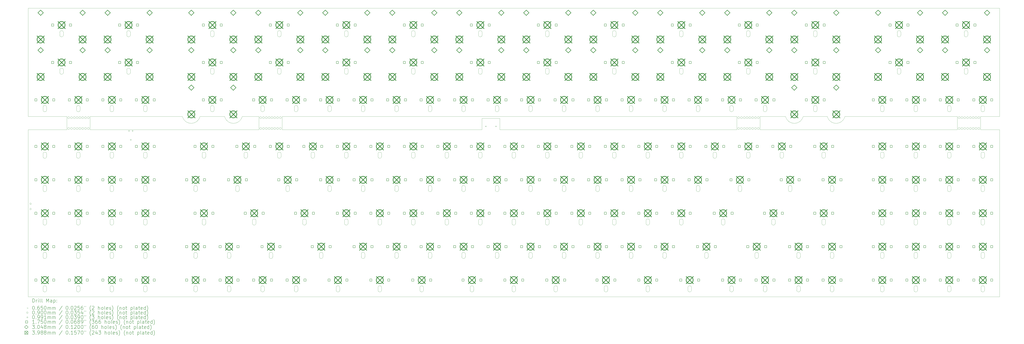
<source format=gbr>
%TF.GenerationSoftware,KiCad,Pcbnew,8.0.5-8.0.5-0~ubuntu20.04.1*%
%TF.CreationDate,2024-11-01T17:59:00+00:00*%
%TF.ProjectId,Hyper7-Evo,48797065-7237-42d4-9576-6f2e6b696361,rev?*%
%TF.SameCoordinates,Original*%
%TF.FileFunction,Drillmap*%
%TF.FilePolarity,Positive*%
%FSLAX45Y45*%
G04 Gerber Fmt 4.5, Leading zero omitted, Abs format (unit mm)*
G04 Created by KiCad (PCBNEW 8.0.5-8.0.5-0~ubuntu20.04.1) date 2024-11-01 17:59:00*
%MOMM*%
%LPD*%
G01*
G04 APERTURE LIST*
%ADD10C,0.050000*%
%ADD11C,0.076200*%
%ADD12C,0.200000*%
%ADD13C,0.100000*%
%ADD14C,0.175000*%
%ADD15C,0.304800*%
%ADD16C,0.398780*%
G04 APERTURE END LIST*
D10*
X57480000Y-11760000D02*
G75*
G02*
X57360000Y-11760000I-60000J0D01*
G01*
X57360000Y-11760000D02*
G75*
G02*
X57480000Y-11760000I60000J0D01*
G01*
X44940000Y-11140000D02*
G75*
G02*
X44820000Y-11140000I-60000J0D01*
G01*
X44820000Y-11140000D02*
G75*
G02*
X44940000Y-11140000I60000J0D01*
G01*
X43980000Y-11075000D02*
X43980000Y-11825000D01*
X16960000Y-11140000D02*
G75*
G02*
X16840000Y-11140000I-60000J0D01*
G01*
X16840000Y-11140000D02*
G75*
G02*
X16960000Y-11140000I60000J0D01*
G01*
X17440000Y-11760000D02*
G75*
G02*
X17320000Y-11760000I-60000J0D01*
G01*
X17320000Y-11760000D02*
G75*
G02*
X17440000Y-11760000I60000J0D01*
G01*
X29480000Y-11180000D02*
X30500000Y-11180000D01*
X44140000Y-11140000D02*
G75*
G02*
X44020000Y-11140000I-60000J0D01*
G01*
X44020000Y-11140000D02*
G75*
G02*
X44140000Y-11140000I60000J0D01*
G01*
X45260000Y-11140000D02*
G75*
G02*
X45140000Y-11140000I-60000J0D01*
G01*
X45140000Y-11140000D02*
G75*
G02*
X45260000Y-11140000I60000J0D01*
G01*
X45100000Y-11760000D02*
G75*
G02*
X44980000Y-11760000I-60000J0D01*
G01*
X44980000Y-11760000D02*
G75*
G02*
X45100000Y-11760000I60000J0D01*
G01*
X29480000Y-11180000D02*
X29480000Y-11825000D01*
X45300000Y-11825000D02*
X45300000Y-11075000D01*
X6040000Y-11760000D02*
G75*
G02*
X5920000Y-11760000I-60000J0D01*
G01*
X5920000Y-11760000D02*
G75*
G02*
X6040000Y-11760000I60000J0D01*
G01*
X16800000Y-11825000D02*
X7200000Y-11825000D01*
X17120000Y-11760000D02*
G75*
G02*
X17000000Y-11760000I-60000J0D01*
G01*
X17000000Y-11760000D02*
G75*
G02*
X17120000Y-11760000I60000J0D01*
G01*
X18080000Y-11760000D02*
G75*
G02*
X17960000Y-11760000I-60000J0D01*
G01*
X17960000Y-11760000D02*
G75*
G02*
X18080000Y-11760000I60000J0D01*
G01*
X57000000Y-11140000D02*
G75*
G02*
X56880000Y-11140000I-60000J0D01*
G01*
X56880000Y-11140000D02*
G75*
G02*
X57000000Y-11140000I60000J0D01*
G01*
X17440000Y-11140000D02*
G75*
G02*
X17320000Y-11140000I-60000J0D01*
G01*
X17320000Y-11140000D02*
G75*
G02*
X17440000Y-11140000I60000J0D01*
G01*
X7000000Y-11140000D02*
G75*
G02*
X6880000Y-11140000I-60000J0D01*
G01*
X6880000Y-11140000D02*
G75*
G02*
X7000000Y-11140000I60000J0D01*
G01*
X13450000Y-11075000D02*
X14850000Y-11075000D01*
X6200000Y-11140000D02*
G75*
G02*
X6080000Y-11140000I-60000J0D01*
G01*
X6080000Y-11140000D02*
G75*
G02*
X6200000Y-11140000I60000J0D01*
G01*
X16960000Y-11760000D02*
G75*
G02*
X16840000Y-11760000I-60000J0D01*
G01*
X16840000Y-11760000D02*
G75*
G02*
X16960000Y-11760000I60000J0D01*
G01*
X57840000Y-11075000D02*
X58925000Y-11075000D01*
X57000000Y-11760000D02*
G75*
G02*
X56880000Y-11760000I-60000J0D01*
G01*
X56880000Y-11760000D02*
G75*
G02*
X57000000Y-11760000I60000J0D01*
G01*
X7160000Y-11760000D02*
G75*
G02*
X7040000Y-11760000I-60000J0D01*
G01*
X7040000Y-11760000D02*
G75*
G02*
X7160000Y-11760000I60000J0D01*
G01*
X56520000Y-11825000D02*
X45300000Y-11825000D01*
X7200000Y-11075000D02*
X12450000Y-11075000D01*
X17280000Y-11760000D02*
G75*
G02*
X17160000Y-11760000I-60000J0D01*
G01*
X17160000Y-11760000D02*
G75*
G02*
X17280000Y-11760000I60000J0D01*
G01*
X5880000Y-11825000D02*
X3675000Y-11825000D01*
X18120000Y-11825000D02*
X18120000Y-11075000D01*
X44620000Y-11140000D02*
G75*
G02*
X44500000Y-11140000I-60000J0D01*
G01*
X44500000Y-11140000D02*
G75*
G02*
X44620000Y-11140000I60000J0D01*
G01*
X45100000Y-11140000D02*
G75*
G02*
X44980000Y-11140000I-60000J0D01*
G01*
X44980000Y-11140000D02*
G75*
G02*
X45100000Y-11140000I60000J0D01*
G01*
X57320000Y-11140000D02*
G75*
G02*
X57200000Y-11140000I-60000J0D01*
G01*
X57200000Y-11140000D02*
G75*
G02*
X57320000Y-11140000I60000J0D01*
G01*
X6680000Y-11760000D02*
G75*
G02*
X6560000Y-11760000I-60000J0D01*
G01*
X6560000Y-11760000D02*
G75*
G02*
X6680000Y-11760000I60000J0D01*
G01*
X6200000Y-11760000D02*
G75*
G02*
X6080000Y-11760000I-60000J0D01*
G01*
X6080000Y-11760000D02*
G75*
G02*
X6200000Y-11760000I60000J0D01*
G01*
X6680000Y-11140000D02*
G75*
G02*
X6560000Y-11140000I-60000J0D01*
G01*
X6560000Y-11140000D02*
G75*
G02*
X6680000Y-11140000I60000J0D01*
G01*
X57800000Y-11140000D02*
G75*
G02*
X57680000Y-11140000I-60000J0D01*
G01*
X57680000Y-11140000D02*
G75*
G02*
X57800000Y-11140000I60000J0D01*
G01*
X17920000Y-11140000D02*
G75*
G02*
X17800000Y-11140000I-60000J0D01*
G01*
X17800000Y-11140000D02*
G75*
G02*
X17920000Y-11140000I60000J0D01*
G01*
X57480000Y-11140000D02*
G75*
G02*
X57360000Y-11140000I-60000J0D01*
G01*
X57360000Y-11140000D02*
G75*
G02*
X57480000Y-11140000I60000J0D01*
G01*
X18080000Y-11140000D02*
G75*
G02*
X17960000Y-11140000I-60000J0D01*
G01*
X17960000Y-11140000D02*
G75*
G02*
X18080000Y-11140000I60000J0D01*
G01*
X17280000Y-11140000D02*
G75*
G02*
X17160000Y-11140000I-60000J0D01*
G01*
X17160000Y-11140000D02*
G75*
G02*
X17280000Y-11140000I60000J0D01*
G01*
X44140000Y-11760000D02*
G75*
G02*
X44020000Y-11760000I-60000J0D01*
G01*
X44020000Y-11760000D02*
G75*
G02*
X44140000Y-11760000I60000J0D01*
G01*
X17920000Y-11760000D02*
G75*
G02*
X17800000Y-11760000I-60000J0D01*
G01*
X17800000Y-11760000D02*
G75*
G02*
X17920000Y-11760000I60000J0D01*
G01*
X44940000Y-11760000D02*
G75*
G02*
X44820000Y-11760000I-60000J0D01*
G01*
X44820000Y-11760000D02*
G75*
G02*
X44940000Y-11760000I60000J0D01*
G01*
X56840000Y-11760000D02*
G75*
G02*
X56720000Y-11760000I-60000J0D01*
G01*
X56720000Y-11760000D02*
G75*
G02*
X56840000Y-11760000I60000J0D01*
G01*
X45260000Y-11760000D02*
G75*
G02*
X45140000Y-11760000I-60000J0D01*
G01*
X45140000Y-11760000D02*
G75*
G02*
X45260000Y-11760000I60000J0D01*
G01*
X56680000Y-11760000D02*
G75*
G02*
X56560000Y-11760000I-60000J0D01*
G01*
X56560000Y-11760000D02*
G75*
G02*
X56680000Y-11760000I60000J0D01*
G01*
X17120000Y-11140000D02*
G75*
G02*
X17000000Y-11140000I-60000J0D01*
G01*
X17000000Y-11140000D02*
G75*
G02*
X17120000Y-11140000I60000J0D01*
G01*
X44780000Y-11140000D02*
G75*
G02*
X44660000Y-11140000I-60000J0D01*
G01*
X44660000Y-11140000D02*
G75*
G02*
X44780000Y-11140000I60000J0D01*
G01*
X57160000Y-11140000D02*
G75*
G02*
X57040000Y-11140000I-60000J0D01*
G01*
X57040000Y-11140000D02*
G75*
G02*
X57160000Y-11140000I60000J0D01*
G01*
X43980000Y-11825000D02*
X30500000Y-11825000D01*
X15850000Y-11075000D02*
X16800000Y-11075000D01*
X50125000Y-11075000D02*
X56520000Y-11075000D01*
X58925000Y-11825000D02*
X57840000Y-11825000D01*
X57640000Y-11140000D02*
G75*
G02*
X57520000Y-11140000I-60000J0D01*
G01*
X57520000Y-11140000D02*
G75*
G02*
X57640000Y-11140000I60000J0D01*
G01*
X3675000Y-11075000D02*
X3675000Y-4900000D01*
X44300000Y-11140000D02*
G75*
G02*
X44180000Y-11140000I-60000J0D01*
G01*
X44180000Y-11140000D02*
G75*
G02*
X44300000Y-11140000I60000J0D01*
G01*
X30500000Y-11180000D02*
X30500000Y-11825000D01*
X45300000Y-11075000D02*
X46750000Y-11075000D01*
X6840000Y-11140000D02*
G75*
G02*
X6720000Y-11140000I-60000J0D01*
G01*
X6720000Y-11140000D02*
G75*
G02*
X6840000Y-11140000I60000J0D01*
G01*
X58925000Y-11075000D02*
X58925000Y-4900000D01*
X17760000Y-11140000D02*
G75*
G02*
X17640000Y-11140000I-60000J0D01*
G01*
X17640000Y-11140000D02*
G75*
G02*
X17760000Y-11140000I60000J0D01*
G01*
X6360000Y-11760000D02*
G75*
G02*
X6240000Y-11760000I-60000J0D01*
G01*
X6240000Y-11760000D02*
G75*
G02*
X6360000Y-11760000I60000J0D01*
G01*
X17760000Y-11760000D02*
G75*
G02*
X17640000Y-11760000I-60000J0D01*
G01*
X17640000Y-11760000D02*
G75*
G02*
X17760000Y-11760000I60000J0D01*
G01*
X16800000Y-11075000D02*
X16800000Y-11825000D01*
X56840000Y-11140000D02*
G75*
G02*
X56720000Y-11140000I-60000J0D01*
G01*
X56720000Y-11140000D02*
G75*
G02*
X56840000Y-11140000I60000J0D01*
G01*
X6360000Y-11140000D02*
G75*
G02*
X6240000Y-11140000I-60000J0D01*
G01*
X6240000Y-11140000D02*
G75*
G02*
X6360000Y-11140000I60000J0D01*
G01*
X7200000Y-11825000D02*
X7200000Y-11075000D01*
X57800000Y-11760000D02*
G75*
G02*
X57680000Y-11760000I-60000J0D01*
G01*
X57680000Y-11760000D02*
G75*
G02*
X57800000Y-11760000I60000J0D01*
G01*
X3675000Y-21350000D02*
X58925000Y-21350000D01*
X57160000Y-11760000D02*
G75*
G02*
X57040000Y-11760000I-60000J0D01*
G01*
X57040000Y-11760000D02*
G75*
G02*
X57160000Y-11760000I60000J0D01*
G01*
X5880000Y-11075000D02*
X5880000Y-11825000D01*
X6840000Y-11760000D02*
G75*
G02*
X6720000Y-11760000I-60000J0D01*
G01*
X6720000Y-11760000D02*
G75*
G02*
X6840000Y-11760000I60000J0D01*
G01*
X57840000Y-11825000D02*
X57840000Y-11075000D01*
X44300000Y-11760000D02*
G75*
G02*
X44180000Y-11760000I-60000J0D01*
G01*
X44180000Y-11760000D02*
G75*
G02*
X44300000Y-11760000I60000J0D01*
G01*
X47750000Y-11075000D02*
G75*
G02*
X46750000Y-11075000I-500000J125000D01*
G01*
X44620000Y-11760000D02*
G75*
G02*
X44500000Y-11760000I-60000J0D01*
G01*
X44500000Y-11760000D02*
G75*
G02*
X44620000Y-11760000I60000J0D01*
G01*
X44780000Y-11760000D02*
G75*
G02*
X44660000Y-11760000I-60000J0D01*
G01*
X44660000Y-11760000D02*
G75*
G02*
X44780000Y-11760000I60000J0D01*
G01*
X47750000Y-11075000D02*
X49125000Y-11075000D01*
X7000000Y-11760000D02*
G75*
G02*
X6880000Y-11760000I-60000J0D01*
G01*
X6880000Y-11760000D02*
G75*
G02*
X7000000Y-11760000I60000J0D01*
G01*
X58925000Y-21350000D02*
X58925000Y-11825000D01*
X57320000Y-11760000D02*
G75*
G02*
X57200000Y-11760000I-60000J0D01*
G01*
X57200000Y-11760000D02*
G75*
G02*
X57320000Y-11760000I60000J0D01*
G01*
X56520000Y-11075000D02*
X56520000Y-11825000D01*
X57640000Y-11760000D02*
G75*
G02*
X57520000Y-11760000I-60000J0D01*
G01*
X57520000Y-11760000D02*
G75*
G02*
X57640000Y-11760000I60000J0D01*
G01*
X3675000Y-11825000D02*
X3675000Y-21350000D01*
X56680000Y-11140000D02*
G75*
G02*
X56560000Y-11140000I-60000J0D01*
G01*
X56560000Y-11140000D02*
G75*
G02*
X56680000Y-11140000I60000J0D01*
G01*
X29480000Y-11825000D02*
X18120000Y-11825000D01*
X6520000Y-11140000D02*
G75*
G02*
X6400000Y-11140000I-60000J0D01*
G01*
X6400000Y-11140000D02*
G75*
G02*
X6520000Y-11140000I60000J0D01*
G01*
X6040000Y-11140000D02*
G75*
G02*
X5920000Y-11140000I-60000J0D01*
G01*
X5920000Y-11140000D02*
G75*
G02*
X6040000Y-11140000I60000J0D01*
G01*
X17600000Y-11140000D02*
G75*
G02*
X17480000Y-11140000I-60000J0D01*
G01*
X17480000Y-11140000D02*
G75*
G02*
X17600000Y-11140000I60000J0D01*
G01*
X3675000Y-11075000D02*
X5880000Y-11075000D01*
X58925000Y-4900000D02*
X3675000Y-4900000D01*
X13450000Y-11075000D02*
G75*
G02*
X12450000Y-11075000I-500000J125000D01*
G01*
X6520000Y-11760000D02*
G75*
G02*
X6400000Y-11760000I-60000J0D01*
G01*
X6400000Y-11760000D02*
G75*
G02*
X6520000Y-11760000I60000J0D01*
G01*
X17600000Y-11760000D02*
G75*
G02*
X17480000Y-11760000I-60000J0D01*
G01*
X17480000Y-11760000D02*
G75*
G02*
X17600000Y-11760000I60000J0D01*
G01*
X50125000Y-11075000D02*
G75*
G02*
X49125000Y-11075000I-500000J125000D01*
G01*
X7160000Y-11140000D02*
G75*
G02*
X7040000Y-11140000I-60000J0D01*
G01*
X7040000Y-11140000D02*
G75*
G02*
X7160000Y-11140000I60000J0D01*
G01*
X15850000Y-11075000D02*
G75*
G02*
X14850000Y-11075000I-500000J125000D01*
G01*
X18120000Y-11075000D02*
X43980000Y-11075000D01*
X44460000Y-11760000D02*
G75*
G02*
X44340000Y-11760000I-60000J0D01*
G01*
X44340000Y-11760000D02*
G75*
G02*
X44460000Y-11760000I60000J0D01*
G01*
X44460000Y-11140000D02*
G75*
G02*
X44340000Y-11140000I-60000J0D01*
G01*
X44340000Y-11140000D02*
G75*
G02*
X44460000Y-11140000I60000J0D01*
G01*
D11*
X53100900Y-8417800D02*
X53100900Y-8570200D01*
X53304100Y-8417800D02*
X53304100Y-8570200D01*
X53100900Y-8417800D02*
G75*
G02*
X53304100Y-8417800I101600J0D01*
G01*
X53304100Y-8570200D02*
G75*
G02*
X53100900Y-8570200I-101600J0D01*
G01*
X18810900Y-20823800D02*
X18810900Y-20976200D01*
X19014100Y-20823800D02*
X19014100Y-20976200D01*
X18810900Y-20823800D02*
G75*
G02*
X19014100Y-20823800I101600J0D01*
G01*
X19014100Y-20976200D02*
G75*
G02*
X18810900Y-20976200I-101600J0D01*
G01*
X13095900Y-15108800D02*
X13095900Y-15261200D01*
X13299100Y-15108800D02*
X13299100Y-15261200D01*
X13095900Y-15108800D02*
G75*
G02*
X13299100Y-15108800I101600J0D01*
G01*
X13299100Y-15261200D02*
G75*
G02*
X13095900Y-15261200I-101600J0D01*
G01*
X8333400Y-13203800D02*
X8333400Y-13356200D01*
X8536600Y-13203800D02*
X8536600Y-13356200D01*
X8333400Y-13203800D02*
G75*
G02*
X8536600Y-13203800I101600J0D01*
G01*
X8536600Y-13356200D02*
G75*
G02*
X8333400Y-13356200I-101600J0D01*
G01*
X55958400Y-20823800D02*
X55958400Y-20976200D01*
X56161600Y-20823800D02*
X56161600Y-20976200D01*
X55958400Y-20823800D02*
G75*
G02*
X56161600Y-20823800I101600J0D01*
G01*
X56161600Y-20976200D02*
G75*
G02*
X55958400Y-20976200I-101600J0D01*
G01*
X31193400Y-17013800D02*
X31193400Y-17166200D01*
X31396600Y-17013800D02*
X31396600Y-17166200D01*
X31193400Y-17013800D02*
G75*
G02*
X31396600Y-17013800I101600J0D01*
G01*
X31396600Y-17166200D02*
G75*
G02*
X31193400Y-17166200I-101600J0D01*
G01*
X20239650Y-18918800D02*
X20239650Y-19071200D01*
X20442850Y-18918800D02*
X20442850Y-19071200D01*
X20239650Y-18918800D02*
G75*
G02*
X20442850Y-18918800I101600J0D01*
G01*
X20442850Y-19071200D02*
G75*
G02*
X20239650Y-19071200I-101600J0D01*
G01*
X19287150Y-17013800D02*
X19287150Y-17166200D01*
X19490350Y-17013800D02*
X19490350Y-17166200D01*
X19287150Y-17013800D02*
G75*
G02*
X19490350Y-17013800I101600J0D01*
G01*
X19490350Y-17166200D02*
G75*
G02*
X19287150Y-17166200I-101600J0D01*
G01*
X25478400Y-13203800D02*
X25478400Y-13356200D01*
X25681600Y-13203800D02*
X25681600Y-13356200D01*
X25478400Y-13203800D02*
G75*
G02*
X25681600Y-13203800I101600J0D01*
G01*
X25681600Y-13356200D02*
G75*
G02*
X25478400Y-13356200I-101600J0D01*
G01*
X57863400Y-17013800D02*
X57863400Y-17166200D01*
X58066600Y-17013800D02*
X58066600Y-17166200D01*
X57863400Y-17013800D02*
G75*
G02*
X58066600Y-17013800I101600J0D01*
G01*
X58066600Y-17166200D02*
G75*
G02*
X57863400Y-17166200I-101600J0D01*
G01*
X4523400Y-13203800D02*
X4523400Y-13356200D01*
X4726600Y-13203800D02*
X4726600Y-13356200D01*
X4523400Y-13203800D02*
G75*
G02*
X4726600Y-13203800I101600J0D01*
G01*
X4726600Y-13356200D02*
G75*
G02*
X4523400Y-13356200I-101600J0D01*
G01*
X20715900Y-10551800D02*
X20715900Y-10704200D01*
X20919100Y-10551800D02*
X20919100Y-10704200D01*
X20715900Y-10551800D02*
G75*
G02*
X20919100Y-10551800I101600J0D01*
G01*
X20919100Y-10704200D02*
G75*
G02*
X20715900Y-10704200I-101600J0D01*
G01*
X13572150Y-13203800D02*
X13572150Y-13356200D01*
X13775350Y-13203800D02*
X13775350Y-13356200D01*
X13572150Y-13203800D02*
G75*
G02*
X13775350Y-13203800I101600J0D01*
G01*
X13775350Y-13356200D02*
G75*
G02*
X13572150Y-13356200I-101600J0D01*
G01*
X23573400Y-20823800D02*
X23573400Y-20976200D01*
X23776600Y-20823800D02*
X23776600Y-20976200D01*
X23573400Y-20823800D02*
G75*
G02*
X23776600Y-20823800I101600J0D01*
G01*
X23776600Y-20976200D02*
G75*
G02*
X23573400Y-20976200I-101600J0D01*
G01*
X57863400Y-18918800D02*
X57863400Y-19071200D01*
X58066600Y-18918800D02*
X58066600Y-19071200D01*
X57863400Y-18918800D02*
G75*
G02*
X58066600Y-18918800I101600J0D01*
G01*
X58066600Y-19071200D02*
G75*
G02*
X57863400Y-19071200I-101600J0D01*
G01*
X10238400Y-10551800D02*
X10238400Y-10704200D01*
X10441600Y-10551800D02*
X10441600Y-10704200D01*
X10238400Y-10551800D02*
G75*
G02*
X10441600Y-10551800I101600J0D01*
G01*
X10441600Y-10704200D02*
G75*
G02*
X10238400Y-10704200I-101600J0D01*
G01*
X26430900Y-15108800D02*
X26430900Y-15261200D01*
X26634100Y-15108800D02*
X26634100Y-15261200D01*
X26430900Y-15108800D02*
G75*
G02*
X26634100Y-15108800I101600J0D01*
G01*
X26634100Y-15261200D02*
G75*
G02*
X26430900Y-15261200I-101600J0D01*
G01*
X10238400Y-17013800D02*
X10238400Y-17166200D01*
X10441600Y-17013800D02*
X10441600Y-17166200D01*
X10238400Y-17013800D02*
G75*
G02*
X10441600Y-17013800I101600J0D01*
G01*
X10441600Y-17166200D02*
G75*
G02*
X10238400Y-17166200I-101600J0D01*
G01*
X8333400Y-17013800D02*
X8333400Y-17166200D01*
X8536600Y-17013800D02*
X8536600Y-17166200D01*
X8333400Y-17013800D02*
G75*
G02*
X8536600Y-17013800I101600J0D01*
G01*
X8536600Y-17166200D02*
G75*
G02*
X8333400Y-17166200I-101600J0D01*
G01*
X20715900Y-15108800D02*
X20715900Y-15261200D01*
X20919100Y-15108800D02*
X20919100Y-15261200D01*
X20715900Y-15108800D02*
G75*
G02*
X20919100Y-15108800I101600J0D01*
G01*
X20919100Y-15261200D02*
G75*
G02*
X20715900Y-15261200I-101600J0D01*
G01*
X29288400Y-6283800D02*
X29288400Y-6436200D01*
X29491600Y-6283800D02*
X29491600Y-6436200D01*
X29288400Y-6283800D02*
G75*
G02*
X29491600Y-6283800I101600J0D01*
G01*
X29491600Y-6436200D02*
G75*
G02*
X29288400Y-6436200I-101600J0D01*
G01*
X47385900Y-18918800D02*
X47385900Y-19071200D01*
X47589100Y-18918800D02*
X47589100Y-19071200D01*
X47385900Y-18918800D02*
G75*
G02*
X47589100Y-18918800I101600J0D01*
G01*
X47589100Y-19071200D02*
G75*
G02*
X47385900Y-19071200I-101600J0D01*
G01*
X29288400Y-13203800D02*
X29288400Y-13356200D01*
X29491600Y-13203800D02*
X29491600Y-13356200D01*
X29288400Y-13203800D02*
G75*
G02*
X29491600Y-13203800I101600J0D01*
G01*
X29491600Y-13356200D02*
G75*
G02*
X29288400Y-13356200I-101600J0D01*
G01*
X44052150Y-15108800D02*
X44052150Y-15261200D01*
X44255350Y-15108800D02*
X44255350Y-15261200D01*
X44052150Y-15108800D02*
G75*
G02*
X44255350Y-15108800I101600J0D01*
G01*
X44255350Y-15261200D02*
G75*
G02*
X44052150Y-15261200I-101600J0D01*
G01*
X18810900Y-10551800D02*
X18810900Y-10704200D01*
X19014100Y-10551800D02*
X19014100Y-10704200D01*
X18810900Y-10551800D02*
G75*
G02*
X19014100Y-10551800I101600J0D01*
G01*
X19014100Y-10704200D02*
G75*
G02*
X18810900Y-10704200I-101600J0D01*
G01*
X35003400Y-13203800D02*
X35003400Y-13356200D01*
X35206600Y-13203800D02*
X35206600Y-13356200D01*
X35003400Y-13203800D02*
G75*
G02*
X35206600Y-13203800I101600J0D01*
G01*
X35206600Y-13356200D02*
G75*
G02*
X35003400Y-13356200I-101600J0D01*
G01*
X8333400Y-20823800D02*
X8333400Y-20976200D01*
X8536600Y-20823800D02*
X8536600Y-20976200D01*
X8333400Y-20823800D02*
G75*
G02*
X8536600Y-20823800I101600J0D01*
G01*
X8536600Y-20976200D02*
G75*
G02*
X8333400Y-20976200I-101600J0D01*
G01*
X56910900Y-8417800D02*
X56910900Y-8570200D01*
X57114100Y-8417800D02*
X57114100Y-8570200D01*
X56910900Y-8417800D02*
G75*
G02*
X57114100Y-8417800I101600J0D01*
G01*
X57114100Y-8570200D02*
G75*
G02*
X56910900Y-8570200I-101600J0D01*
G01*
X44528400Y-6283800D02*
X44528400Y-6436200D01*
X44731600Y-6283800D02*
X44731600Y-6436200D01*
X44528400Y-6283800D02*
G75*
G02*
X44731600Y-6283800I101600J0D01*
G01*
X44731600Y-6436200D02*
G75*
G02*
X44528400Y-6436200I-101600J0D01*
G01*
X34050900Y-15108800D02*
X34050900Y-15261200D01*
X34254100Y-15108800D02*
X34254100Y-15261200D01*
X34050900Y-15108800D02*
G75*
G02*
X34254100Y-15108800I101600J0D01*
G01*
X34254100Y-15261200D02*
G75*
G02*
X34050900Y-15261200I-101600J0D01*
G01*
X8333400Y-18918800D02*
X8333400Y-19071200D01*
X8536600Y-18918800D02*
X8536600Y-19071200D01*
X8333400Y-18918800D02*
G75*
G02*
X8536600Y-18918800I101600J0D01*
G01*
X8536600Y-19071200D02*
G75*
G02*
X8333400Y-19071200I-101600J0D01*
G01*
X57863400Y-10551800D02*
X57863400Y-10704200D01*
X58066600Y-10551800D02*
X58066600Y-10704200D01*
X57863400Y-10551800D02*
G75*
G02*
X58066600Y-10551800I101600J0D01*
G01*
X58066600Y-10704200D02*
G75*
G02*
X57863400Y-10704200I-101600J0D01*
G01*
X46909650Y-15108800D02*
X46909650Y-15261200D01*
X47112850Y-15108800D02*
X47112850Y-15261200D01*
X46909650Y-15108800D02*
G75*
G02*
X47112850Y-15108800I101600J0D01*
G01*
X47112850Y-15261200D02*
G75*
G02*
X46909650Y-15261200I-101600J0D01*
G01*
X40718400Y-8417800D02*
X40718400Y-8570200D01*
X40921600Y-8417800D02*
X40921600Y-8570200D01*
X40718400Y-8417800D02*
G75*
G02*
X40921600Y-8417800I101600J0D01*
G01*
X40921600Y-8570200D02*
G75*
G02*
X40718400Y-8570200I-101600J0D01*
G01*
X27383400Y-13203800D02*
X27383400Y-13356200D01*
X27586600Y-13203800D02*
X27586600Y-13356200D01*
X27383400Y-13203800D02*
G75*
G02*
X27586600Y-13203800I101600J0D01*
G01*
X27586600Y-13356200D02*
G75*
G02*
X27383400Y-13356200I-101600J0D01*
G01*
X30240900Y-15108800D02*
X30240900Y-15261200D01*
X30444100Y-15108800D02*
X30444100Y-15261200D01*
X30240900Y-15108800D02*
G75*
G02*
X30444100Y-15108800I101600J0D01*
G01*
X30444100Y-15261200D02*
G75*
G02*
X30240900Y-15261200I-101600J0D01*
G01*
X8333400Y-10551800D02*
X8333400Y-10704200D01*
X8536600Y-10551800D02*
X8536600Y-10704200D01*
X8333400Y-10551800D02*
G75*
G02*
X8536600Y-10551800I101600J0D01*
G01*
X8536600Y-10704200D02*
G75*
G02*
X8333400Y-10704200I-101600J0D01*
G01*
X10238400Y-20823800D02*
X10238400Y-20976200D01*
X10441600Y-20823800D02*
X10441600Y-20976200D01*
X10238400Y-20823800D02*
G75*
G02*
X10441600Y-20823800I101600J0D01*
G01*
X10441600Y-20976200D02*
G75*
G02*
X10238400Y-20976200I-101600J0D01*
G01*
X41194650Y-20823800D02*
X41194650Y-20976200D01*
X41397850Y-20823800D02*
X41397850Y-20976200D01*
X41194650Y-20823800D02*
G75*
G02*
X41397850Y-20823800I101600J0D01*
G01*
X41397850Y-20976200D02*
G75*
G02*
X41194650Y-20976200I-101600J0D01*
G01*
X38813400Y-20823800D02*
X38813400Y-20976200D01*
X39016600Y-20823800D02*
X39016600Y-20976200D01*
X38813400Y-20823800D02*
G75*
G02*
X39016600Y-20823800I101600J0D01*
G01*
X39016600Y-20976200D02*
G75*
G02*
X38813400Y-20976200I-101600J0D01*
G01*
X10238400Y-18918800D02*
X10238400Y-19071200D01*
X10441600Y-18918800D02*
X10441600Y-19071200D01*
X10238400Y-18918800D02*
G75*
G02*
X10441600Y-18918800I101600J0D01*
G01*
X10441600Y-19071200D02*
G75*
G02*
X10238400Y-19071200I-101600J0D01*
G01*
X14048400Y-6283800D02*
X14048400Y-6436200D01*
X14251600Y-6283800D02*
X14251600Y-6436200D01*
X14048400Y-6283800D02*
G75*
G02*
X14251600Y-6283800I101600J0D01*
G01*
X14251600Y-6436200D02*
G75*
G02*
X14048400Y-6436200I-101600J0D01*
G01*
X49290900Y-20823800D02*
X49290900Y-20976200D01*
X49494100Y-20823800D02*
X49494100Y-20976200D01*
X49290900Y-20823800D02*
G75*
G02*
X49494100Y-20823800I101600J0D01*
G01*
X49494100Y-20976200D02*
G75*
G02*
X49290900Y-20976200I-101600J0D01*
G01*
X15000900Y-20823800D02*
X15000900Y-20976200D01*
X15204100Y-20823800D02*
X15204100Y-20976200D01*
X15000900Y-20823800D02*
G75*
G02*
X15204100Y-20823800I101600J0D01*
G01*
X15204100Y-20976200D02*
G75*
G02*
X15000900Y-20976200I-101600J0D01*
G01*
X42147150Y-18918800D02*
X42147150Y-19071200D01*
X42350350Y-18918800D02*
X42350350Y-19071200D01*
X42147150Y-18918800D02*
G75*
G02*
X42350350Y-18918800I101600J0D01*
G01*
X42350350Y-19071200D02*
G75*
G02*
X42147150Y-19071200I-101600J0D01*
G01*
X21668400Y-13203800D02*
X21668400Y-13356200D01*
X21871600Y-13203800D02*
X21871600Y-13356200D01*
X21668400Y-13203800D02*
G75*
G02*
X21871600Y-13203800I101600J0D01*
G01*
X21871600Y-13356200D02*
G75*
G02*
X21668400Y-13356200I-101600J0D01*
G01*
X13095900Y-18918800D02*
X13095900Y-19071200D01*
X13299100Y-18918800D02*
X13299100Y-19071200D01*
X13095900Y-18918800D02*
G75*
G02*
X13299100Y-18918800I101600J0D01*
G01*
X13299100Y-19071200D02*
G75*
G02*
X13095900Y-19071200I-101600J0D01*
G01*
X35955900Y-15108800D02*
X35955900Y-15261200D01*
X36159100Y-15108800D02*
X36159100Y-15261200D01*
X35955900Y-15108800D02*
G75*
G02*
X36159100Y-15108800I101600J0D01*
G01*
X36159100Y-15261200D02*
G75*
G02*
X35955900Y-15261200I-101600J0D01*
G01*
X18334650Y-15108800D02*
X18334650Y-15261200D01*
X18537850Y-15108800D02*
X18537850Y-15261200D01*
X18334650Y-15108800D02*
G75*
G02*
X18537850Y-15108800I101600J0D01*
G01*
X18537850Y-15261200D02*
G75*
G02*
X18334650Y-15261200I-101600J0D01*
G01*
X6428400Y-13203800D02*
X6428400Y-13356200D01*
X6631600Y-13203800D02*
X6631600Y-13356200D01*
X6428400Y-13203800D02*
G75*
G02*
X6631600Y-13203800I101600J0D01*
G01*
X6631600Y-13356200D02*
G75*
G02*
X6428400Y-13356200I-101600J0D01*
G01*
X26430900Y-10551800D02*
X26430900Y-10704200D01*
X26634100Y-10551800D02*
X26634100Y-10704200D01*
X26430900Y-10551800D02*
G75*
G02*
X26634100Y-10551800I101600J0D01*
G01*
X26634100Y-10704200D02*
G75*
G02*
X26430900Y-10704200I-101600J0D01*
G01*
X26430900Y-18918800D02*
X26430900Y-19071200D01*
X26634100Y-18918800D02*
X26634100Y-19071200D01*
X26430900Y-18918800D02*
G75*
G02*
X26634100Y-18918800I101600J0D01*
G01*
X26634100Y-19071200D02*
G75*
G02*
X26430900Y-19071200I-101600J0D01*
G01*
X37860900Y-18918800D02*
X37860900Y-19071200D01*
X38064100Y-18918800D02*
X38064100Y-19071200D01*
X37860900Y-18918800D02*
G75*
G02*
X38064100Y-18918800I101600J0D01*
G01*
X38064100Y-19071200D02*
G75*
G02*
X37860900Y-19071200I-101600J0D01*
G01*
X48338400Y-10551800D02*
X48338400Y-10704200D01*
X48541600Y-10551800D02*
X48541600Y-10704200D01*
X48338400Y-10551800D02*
G75*
G02*
X48541600Y-10551800I101600J0D01*
G01*
X48541600Y-10704200D02*
G75*
G02*
X48338400Y-10704200I-101600J0D01*
G01*
X17382150Y-18918800D02*
X17382150Y-19071200D01*
X17585350Y-18918800D02*
X17585350Y-19071200D01*
X17382150Y-18918800D02*
G75*
G02*
X17585350Y-18918800I101600J0D01*
G01*
X17585350Y-19071200D02*
G75*
G02*
X17382150Y-19071200I-101600J0D01*
G01*
X33098400Y-6283800D02*
X33098400Y-6436200D01*
X33301600Y-6283800D02*
X33301600Y-6436200D01*
X33098400Y-6283800D02*
G75*
G02*
X33301600Y-6283800I101600J0D01*
G01*
X33301600Y-6436200D02*
G75*
G02*
X33098400Y-6436200I-101600J0D01*
G01*
X17858400Y-6283800D02*
X17858400Y-6436200D01*
X18061600Y-6283800D02*
X18061600Y-6436200D01*
X17858400Y-6283800D02*
G75*
G02*
X18061600Y-6283800I101600J0D01*
G01*
X18061600Y-6436200D02*
G75*
G02*
X17858400Y-6436200I-101600J0D01*
G01*
X25478400Y-17013800D02*
X25478400Y-17166200D01*
X25681600Y-17013800D02*
X25681600Y-17166200D01*
X25478400Y-17013800D02*
G75*
G02*
X25681600Y-17013800I101600J0D01*
G01*
X25681600Y-17166200D02*
G75*
G02*
X25478400Y-17166200I-101600J0D01*
G01*
X28812150Y-20823800D02*
X28812150Y-20976200D01*
X29015350Y-20823800D02*
X29015350Y-20976200D01*
X28812150Y-20823800D02*
G75*
G02*
X29015350Y-20823800I101600J0D01*
G01*
X29015350Y-20976200D02*
G75*
G02*
X28812150Y-20976200I-101600J0D01*
G01*
X36908400Y-17013800D02*
X36908400Y-17166200D01*
X37111600Y-17013800D02*
X37111600Y-17166200D01*
X36908400Y-17013800D02*
G75*
G02*
X37111600Y-17013800I101600J0D01*
G01*
X37111600Y-17166200D02*
G75*
G02*
X36908400Y-17166200I-101600J0D01*
G01*
X32145900Y-15108800D02*
X32145900Y-15261200D01*
X32349100Y-15108800D02*
X32349100Y-15261200D01*
X32145900Y-15108800D02*
G75*
G02*
X32349100Y-15108800I101600J0D01*
G01*
X32349100Y-15261200D02*
G75*
G02*
X32145900Y-15261200I-101600J0D01*
G01*
X10238400Y-13203800D02*
X10238400Y-13356200D01*
X10441600Y-13203800D02*
X10441600Y-13356200D01*
X10238400Y-13203800D02*
G75*
G02*
X10441600Y-13203800I101600J0D01*
G01*
X10441600Y-13356200D02*
G75*
G02*
X10238400Y-13356200I-101600J0D01*
G01*
X54053400Y-10551800D02*
X54053400Y-10704200D01*
X54256600Y-10551800D02*
X54256600Y-10704200D01*
X54053400Y-10551800D02*
G75*
G02*
X54256600Y-10551800I101600J0D01*
G01*
X54256600Y-10704200D02*
G75*
G02*
X54053400Y-10704200I-101600J0D01*
G01*
X29288400Y-17013800D02*
X29288400Y-17166200D01*
X29491600Y-17013800D02*
X29491600Y-17166200D01*
X29288400Y-17013800D02*
G75*
G02*
X29491600Y-17013800I101600J0D01*
G01*
X29491600Y-17166200D02*
G75*
G02*
X29288400Y-17166200I-101600J0D01*
G01*
X6428400Y-20823800D02*
X6428400Y-20976200D01*
X6631600Y-20823800D02*
X6631600Y-20976200D01*
X6428400Y-20823800D02*
G75*
G02*
X6631600Y-20823800I101600J0D01*
G01*
X6631600Y-20976200D02*
G75*
G02*
X6428400Y-20976200I-101600J0D01*
G01*
X4523400Y-17013800D02*
X4523400Y-17166200D01*
X4726600Y-17013800D02*
X4726600Y-17166200D01*
X4523400Y-17013800D02*
G75*
G02*
X4726600Y-17013800I101600J0D01*
G01*
X4726600Y-17166200D02*
G75*
G02*
X4523400Y-17166200I-101600J0D01*
G01*
X17858400Y-13203800D02*
X17858400Y-13356200D01*
X18061600Y-13203800D02*
X18061600Y-13356200D01*
X17858400Y-13203800D02*
G75*
G02*
X18061600Y-13203800I101600J0D01*
G01*
X18061600Y-13356200D02*
G75*
G02*
X17858400Y-13356200I-101600J0D01*
G01*
X22620900Y-18918800D02*
X22620900Y-19071200D01*
X22824100Y-18918800D02*
X22824100Y-19071200D01*
X22620900Y-18918800D02*
G75*
G02*
X22824100Y-18918800I101600J0D01*
G01*
X22824100Y-19071200D02*
G75*
G02*
X22620900Y-19071200I-101600J0D01*
G01*
X52148400Y-13203800D02*
X52148400Y-13356200D01*
X52351600Y-13203800D02*
X52351600Y-13356200D01*
X52148400Y-13203800D02*
G75*
G02*
X52351600Y-13203800I101600J0D01*
G01*
X52351600Y-13356200D02*
G75*
G02*
X52148400Y-13356200I-101600J0D01*
G01*
X33098400Y-17013800D02*
X33098400Y-17166200D01*
X33301600Y-17013800D02*
X33301600Y-17166200D01*
X33098400Y-17013800D02*
G75*
G02*
X33301600Y-17013800I101600J0D01*
G01*
X33301600Y-17166200D02*
G75*
G02*
X33098400Y-17166200I-101600J0D01*
G01*
X35003400Y-17013800D02*
X35003400Y-17166200D01*
X35206600Y-17013800D02*
X35206600Y-17166200D01*
X35003400Y-17013800D02*
G75*
G02*
X35206600Y-17013800I101600J0D01*
G01*
X35206600Y-17166200D02*
G75*
G02*
X35003400Y-17166200I-101600J0D01*
G01*
X52148400Y-18918800D02*
X52148400Y-19071200D01*
X52351600Y-18918800D02*
X52351600Y-19071200D01*
X52148400Y-18918800D02*
G75*
G02*
X52351600Y-18918800I101600J0D01*
G01*
X52351600Y-19071200D02*
G75*
G02*
X52148400Y-19071200I-101600J0D01*
G01*
X8333400Y-15108800D02*
X8333400Y-15261200D01*
X8536600Y-15108800D02*
X8536600Y-15261200D01*
X8333400Y-15108800D02*
G75*
G02*
X8536600Y-15108800I101600J0D01*
G01*
X8536600Y-15261200D02*
G75*
G02*
X8333400Y-15261200I-101600J0D01*
G01*
X9285900Y-6283800D02*
X9285900Y-6436200D01*
X9489100Y-6283800D02*
X9489100Y-6436200D01*
X9285900Y-6283800D02*
G75*
G02*
X9489100Y-6283800I101600J0D01*
G01*
X9489100Y-6436200D02*
G75*
G02*
X9285900Y-6436200I-101600J0D01*
G01*
X34050900Y-18918800D02*
X34050900Y-19071200D01*
X34254100Y-18918800D02*
X34254100Y-19071200D01*
X34050900Y-18918800D02*
G75*
G02*
X34254100Y-18918800I101600J0D01*
G01*
X34254100Y-19071200D02*
G75*
G02*
X34050900Y-19071200I-101600J0D01*
G01*
X42623400Y-13203800D02*
X42623400Y-13356200D01*
X42826600Y-13203800D02*
X42826600Y-13356200D01*
X42623400Y-13203800D02*
G75*
G02*
X42826600Y-13203800I101600J0D01*
G01*
X42826600Y-13356200D02*
G75*
G02*
X42623400Y-13356200I-101600J0D01*
G01*
X36908400Y-8417800D02*
X36908400Y-8570200D01*
X37111600Y-8417800D02*
X37111600Y-8570200D01*
X36908400Y-8417800D02*
G75*
G02*
X37111600Y-8417800I101600J0D01*
G01*
X37111600Y-8570200D02*
G75*
G02*
X36908400Y-8570200I-101600J0D01*
G01*
X55958400Y-13203800D02*
X55958400Y-13356200D01*
X56161600Y-13203800D02*
X56161600Y-13356200D01*
X55958400Y-13203800D02*
G75*
G02*
X56161600Y-13203800I101600J0D01*
G01*
X56161600Y-13356200D02*
G75*
G02*
X55958400Y-13356200I-101600J0D01*
G01*
X56910900Y-6283800D02*
X56910900Y-6436200D01*
X57114100Y-6283800D02*
X57114100Y-6436200D01*
X56910900Y-6283800D02*
G75*
G02*
X57114100Y-6283800I101600J0D01*
G01*
X57114100Y-6436200D02*
G75*
G02*
X56910900Y-6436200I-101600J0D01*
G01*
X53100900Y-6283800D02*
X53100900Y-6436200D01*
X53304100Y-6283800D02*
X53304100Y-6436200D01*
X53100900Y-6283800D02*
G75*
G02*
X53304100Y-6283800I101600J0D01*
G01*
X53304100Y-6436200D02*
G75*
G02*
X53100900Y-6436200I-101600J0D01*
G01*
X23573400Y-17013800D02*
X23573400Y-17166200D01*
X23776600Y-17013800D02*
X23776600Y-17166200D01*
X23573400Y-17013800D02*
G75*
G02*
X23776600Y-17013800I101600J0D01*
G01*
X23776600Y-17166200D02*
G75*
G02*
X23573400Y-17166200I-101600J0D01*
G01*
X55958400Y-18918800D02*
X55958400Y-19071200D01*
X56161600Y-18918800D02*
X56161600Y-19071200D01*
X55958400Y-18918800D02*
G75*
G02*
X56161600Y-18918800I101600J0D01*
G01*
X56161600Y-19071200D02*
G75*
G02*
X55958400Y-19071200I-101600J0D01*
G01*
X52148400Y-10551800D02*
X52148400Y-10704200D01*
X52351600Y-10551800D02*
X52351600Y-10704200D01*
X52148400Y-10551800D02*
G75*
G02*
X52351600Y-10551800I101600J0D01*
G01*
X52351600Y-10704200D02*
G75*
G02*
X52148400Y-10704200I-101600J0D01*
G01*
X43575900Y-20823800D02*
X43575900Y-20976200D01*
X43779100Y-20823800D02*
X43779100Y-20976200D01*
X43575900Y-20823800D02*
G75*
G02*
X43779100Y-20823800I101600J0D01*
G01*
X43779100Y-20976200D02*
G75*
G02*
X43575900Y-20976200I-101600J0D01*
G01*
X16905900Y-20823800D02*
X16905900Y-20976200D01*
X17109100Y-20823800D02*
X17109100Y-20976200D01*
X16905900Y-20823800D02*
G75*
G02*
X17109100Y-20823800I101600J0D01*
G01*
X17109100Y-20976200D02*
G75*
G02*
X16905900Y-20976200I-101600J0D01*
G01*
X54053400Y-13203800D02*
X54053400Y-13356200D01*
X54256600Y-13203800D02*
X54256600Y-13356200D01*
X54053400Y-13203800D02*
G75*
G02*
X54256600Y-13203800I101600J0D01*
G01*
X54256600Y-13356200D02*
G75*
G02*
X54053400Y-13356200I-101600J0D01*
G01*
X15953400Y-13203800D02*
X15953400Y-13356200D01*
X16156600Y-13203800D02*
X16156600Y-13356200D01*
X15953400Y-13203800D02*
G75*
G02*
X16156600Y-13203800I101600J0D01*
G01*
X16156600Y-13356200D02*
G75*
G02*
X15953400Y-13356200I-101600J0D01*
G01*
X57863400Y-15108800D02*
X57863400Y-15261200D01*
X58066600Y-15108800D02*
X58066600Y-15261200D01*
X57863400Y-15108800D02*
G75*
G02*
X58066600Y-15108800I101600J0D01*
G01*
X58066600Y-15261200D02*
G75*
G02*
X57863400Y-15261200I-101600J0D01*
G01*
X31193400Y-13203800D02*
X31193400Y-13356200D01*
X31396600Y-13203800D02*
X31396600Y-13356200D01*
X31193400Y-13203800D02*
G75*
G02*
X31396600Y-13203800I101600J0D01*
G01*
X31396600Y-13356200D02*
G75*
G02*
X31193400Y-13356200I-101600J0D01*
G01*
X37860900Y-15108800D02*
X37860900Y-15261200D01*
X38064100Y-15108800D02*
X38064100Y-15261200D01*
X37860900Y-15108800D02*
G75*
G02*
X38064100Y-15108800I101600J0D01*
G01*
X38064100Y-15261200D02*
G75*
G02*
X37860900Y-15261200I-101600J0D01*
G01*
X5475900Y-6283800D02*
X5475900Y-6436200D01*
X5679100Y-6283800D02*
X5679100Y-6436200D01*
X5475900Y-6283800D02*
G75*
G02*
X5679100Y-6283800I101600J0D01*
G01*
X5679100Y-6436200D02*
G75*
G02*
X5475900Y-6436200I-101600J0D01*
G01*
X14048400Y-8417800D02*
X14048400Y-8570200D01*
X14251600Y-8417800D02*
X14251600Y-8570200D01*
X14048400Y-8417800D02*
G75*
G02*
X14251600Y-8417800I101600J0D01*
G01*
X14251600Y-8570200D02*
G75*
G02*
X14048400Y-8570200I-101600J0D01*
G01*
X48814650Y-13203800D02*
X48814650Y-13356200D01*
X49017850Y-13203800D02*
X49017850Y-13356200D01*
X48814650Y-13203800D02*
G75*
G02*
X49017850Y-13203800I101600J0D01*
G01*
X49017850Y-13356200D02*
G75*
G02*
X48814650Y-13356200I-101600J0D01*
G01*
X13572150Y-17013800D02*
X13572150Y-17166200D01*
X13775350Y-17013800D02*
X13775350Y-17166200D01*
X13572150Y-17013800D02*
G75*
G02*
X13775350Y-17013800I101600J0D01*
G01*
X13775350Y-17166200D02*
G75*
G02*
X13572150Y-17166200I-101600J0D01*
G01*
X38813400Y-17013800D02*
X38813400Y-17166200D01*
X39016600Y-17013800D02*
X39016600Y-17166200D01*
X38813400Y-17013800D02*
G75*
G02*
X39016600Y-17013800I101600J0D01*
G01*
X39016600Y-17166200D02*
G75*
G02*
X38813400Y-17166200I-101600J0D01*
G01*
X54053400Y-17013800D02*
X54053400Y-17166200D01*
X54256600Y-17013800D02*
X54256600Y-17166200D01*
X54053400Y-17013800D02*
G75*
G02*
X54256600Y-17013800I101600J0D01*
G01*
X54256600Y-17166200D02*
G75*
G02*
X54053400Y-17166200I-101600J0D01*
G01*
X17858400Y-8417800D02*
X17858400Y-8570200D01*
X18061600Y-8417800D02*
X18061600Y-8570200D01*
X17858400Y-8417800D02*
G75*
G02*
X18061600Y-8417800I101600J0D01*
G01*
X18061600Y-8570200D02*
G75*
G02*
X17858400Y-8570200I-101600J0D01*
G01*
X24525900Y-18918800D02*
X24525900Y-19071200D01*
X24729100Y-18918800D02*
X24729100Y-19071200D01*
X24525900Y-18918800D02*
G75*
G02*
X24729100Y-18918800I101600J0D01*
G01*
X24729100Y-19071200D02*
G75*
G02*
X24525900Y-19071200I-101600J0D01*
G01*
X10238400Y-15108800D02*
X10238400Y-15261200D01*
X10441600Y-15108800D02*
X10441600Y-15261200D01*
X10238400Y-15108800D02*
G75*
G02*
X10441600Y-15108800I101600J0D01*
G01*
X10441600Y-15261200D02*
G75*
G02*
X10238400Y-15261200I-101600J0D01*
G01*
X36908400Y-6283800D02*
X36908400Y-6436200D01*
X37111600Y-6283800D02*
X37111600Y-6436200D01*
X36908400Y-6283800D02*
G75*
G02*
X37111600Y-6283800I101600J0D01*
G01*
X37111600Y-6436200D02*
G75*
G02*
X36908400Y-6436200I-101600J0D01*
G01*
X6428400Y-17013800D02*
X6428400Y-17166200D01*
X6631600Y-17013800D02*
X6631600Y-17166200D01*
X6428400Y-17013800D02*
G75*
G02*
X6631600Y-17013800I101600J0D01*
G01*
X6631600Y-17166200D02*
G75*
G02*
X6428400Y-17166200I-101600J0D01*
G01*
X25954650Y-20823800D02*
X25954650Y-20976200D01*
X26157850Y-20823800D02*
X26157850Y-20976200D01*
X25954650Y-20823800D02*
G75*
G02*
X26157850Y-20823800I101600J0D01*
G01*
X26157850Y-20976200D02*
G75*
G02*
X25954650Y-20976200I-101600J0D01*
G01*
X40718400Y-13203800D02*
X40718400Y-13356200D01*
X40921600Y-13203800D02*
X40921600Y-13356200D01*
X40718400Y-13203800D02*
G75*
G02*
X40921600Y-13203800I101600J0D01*
G01*
X40921600Y-13356200D02*
G75*
G02*
X40718400Y-13356200I-101600J0D01*
G01*
X23573400Y-13203800D02*
X23573400Y-13356200D01*
X23776600Y-13203800D02*
X23776600Y-13356200D01*
X23573400Y-13203800D02*
G75*
G02*
X23776600Y-13203800I101600J0D01*
G01*
X23776600Y-13356200D02*
G75*
G02*
X23573400Y-13356200I-101600J0D01*
G01*
X43575900Y-10551800D02*
X43575900Y-10704200D01*
X43779100Y-10551800D02*
X43779100Y-10704200D01*
X43575900Y-10551800D02*
G75*
G02*
X43779100Y-10551800I101600J0D01*
G01*
X43779100Y-10704200D02*
G75*
G02*
X43575900Y-10704200I-101600J0D01*
G01*
X33098400Y-8417800D02*
X33098400Y-8570200D01*
X33301600Y-8417800D02*
X33301600Y-8570200D01*
X33098400Y-8417800D02*
G75*
G02*
X33301600Y-8417800I101600J0D01*
G01*
X33301600Y-8570200D02*
G75*
G02*
X33098400Y-8570200I-101600J0D01*
G01*
X57863400Y-13203800D02*
X57863400Y-13356200D01*
X58066600Y-13203800D02*
X58066600Y-13356200D01*
X57863400Y-13203800D02*
G75*
G02*
X58066600Y-13203800I101600J0D01*
G01*
X58066600Y-13356200D02*
G75*
G02*
X57863400Y-13356200I-101600J0D01*
G01*
X4523400Y-10551800D02*
X4523400Y-10704200D01*
X4726600Y-10551800D02*
X4726600Y-10704200D01*
X4523400Y-10551800D02*
G75*
G02*
X4726600Y-10551800I101600J0D01*
G01*
X4726600Y-10704200D02*
G75*
G02*
X4523400Y-10704200I-101600J0D01*
G01*
X46433400Y-13203800D02*
X46433400Y-13356200D01*
X46636600Y-13203800D02*
X46636600Y-13356200D01*
X46433400Y-13203800D02*
G75*
G02*
X46636600Y-13203800I101600J0D01*
G01*
X46636600Y-13356200D02*
G75*
G02*
X46433400Y-13356200I-101600J0D01*
G01*
X36432150Y-20823800D02*
X36432150Y-20976200D01*
X36635350Y-20823800D02*
X36635350Y-20976200D01*
X36432150Y-20823800D02*
G75*
G02*
X36635350Y-20823800I101600J0D01*
G01*
X36635350Y-20976200D02*
G75*
G02*
X36432150Y-20976200I-101600J0D01*
G01*
X21192150Y-20823800D02*
X21192150Y-20976200D01*
X21395350Y-20823800D02*
X21395350Y-20976200D01*
X21192150Y-20823800D02*
G75*
G02*
X21395350Y-20823800I101600J0D01*
G01*
X21395350Y-20976200D02*
G75*
G02*
X21192150Y-20976200I-101600J0D01*
G01*
X25478400Y-6283800D02*
X25478400Y-6436200D01*
X25681600Y-6283800D02*
X25681600Y-6436200D01*
X25478400Y-6283800D02*
G75*
G02*
X25681600Y-6283800I101600J0D01*
G01*
X25681600Y-6436200D02*
G75*
G02*
X25478400Y-6436200I-101600J0D01*
G01*
X48338400Y-8417800D02*
X48338400Y-8570200D01*
X48541600Y-8417800D02*
X48541600Y-8570200D01*
X48338400Y-8417800D02*
G75*
G02*
X48541600Y-8417800I101600J0D01*
G01*
X48541600Y-8570200D02*
G75*
G02*
X48338400Y-8570200I-101600J0D01*
G01*
X28335900Y-18918800D02*
X28335900Y-19071200D01*
X28539100Y-18918800D02*
X28539100Y-19071200D01*
X28335900Y-18918800D02*
G75*
G02*
X28539100Y-18918800I101600J0D01*
G01*
X28539100Y-19071200D02*
G75*
G02*
X28335900Y-19071200I-101600J0D01*
G01*
X49290900Y-18918800D02*
X49290900Y-19071200D01*
X49494100Y-18918800D02*
X49494100Y-19071200D01*
X49290900Y-18918800D02*
G75*
G02*
X49494100Y-18918800I101600J0D01*
G01*
X49494100Y-19071200D02*
G75*
G02*
X49290900Y-19071200I-101600J0D01*
G01*
X40718400Y-17013800D02*
X40718400Y-17166200D01*
X40921600Y-17013800D02*
X40921600Y-17166200D01*
X40718400Y-17013800D02*
G75*
G02*
X40921600Y-17013800I101600J0D01*
G01*
X40921600Y-17166200D02*
G75*
G02*
X40718400Y-17166200I-101600J0D01*
G01*
X32145900Y-10551800D02*
X32145900Y-10704200D01*
X32349100Y-10551800D02*
X32349100Y-10704200D01*
X32145900Y-10551800D02*
G75*
G02*
X32349100Y-10551800I101600J0D01*
G01*
X32349100Y-10704200D02*
G75*
G02*
X32145900Y-10704200I-101600J0D01*
G01*
X4523400Y-20823800D02*
X4523400Y-20976200D01*
X4726600Y-20823800D02*
X4726600Y-20976200D01*
X4523400Y-20823800D02*
G75*
G02*
X4726600Y-20823800I101600J0D01*
G01*
X4726600Y-20976200D02*
G75*
G02*
X4523400Y-20976200I-101600J0D01*
G01*
X39765900Y-10551800D02*
X39765900Y-10704200D01*
X39969100Y-10551800D02*
X39969100Y-10704200D01*
X39765900Y-10551800D02*
G75*
G02*
X39969100Y-10551800I101600J0D01*
G01*
X39969100Y-10704200D02*
G75*
G02*
X39765900Y-10704200I-101600J0D01*
G01*
X31193400Y-20823800D02*
X31193400Y-20976200D01*
X31396600Y-20823800D02*
X31396600Y-20976200D01*
X31193400Y-20823800D02*
G75*
G02*
X31396600Y-20823800I101600J0D01*
G01*
X31396600Y-20976200D02*
G75*
G02*
X31193400Y-20976200I-101600J0D01*
G01*
X34050900Y-10551800D02*
X34050900Y-10704200D01*
X34254100Y-10551800D02*
X34254100Y-10704200D01*
X34050900Y-10551800D02*
G75*
G02*
X34254100Y-10551800I101600J0D01*
G01*
X34254100Y-10704200D02*
G75*
G02*
X34050900Y-10704200I-101600J0D01*
G01*
X24525900Y-15108800D02*
X24525900Y-15261200D01*
X24729100Y-15108800D02*
X24729100Y-15261200D01*
X24525900Y-15108800D02*
G75*
G02*
X24729100Y-15108800I101600J0D01*
G01*
X24729100Y-15261200D02*
G75*
G02*
X24525900Y-15261200I-101600J0D01*
G01*
X15477150Y-15108800D02*
X15477150Y-15261200D01*
X15680350Y-15108800D02*
X15680350Y-15261200D01*
X15477150Y-15108800D02*
G75*
G02*
X15680350Y-15108800I101600J0D01*
G01*
X15680350Y-15261200D02*
G75*
G02*
X15477150Y-15261200I-101600J0D01*
G01*
X22620900Y-10551800D02*
X22620900Y-10704200D01*
X22824100Y-10551800D02*
X22824100Y-10704200D01*
X22620900Y-10551800D02*
G75*
G02*
X22824100Y-10551800I101600J0D01*
G01*
X22824100Y-10704200D02*
G75*
G02*
X22620900Y-10704200I-101600J0D01*
G01*
X47385900Y-20823800D02*
X47385900Y-20976200D01*
X47589100Y-20823800D02*
X47589100Y-20976200D01*
X47385900Y-20823800D02*
G75*
G02*
X47589100Y-20823800I101600J0D01*
G01*
X47589100Y-20976200D02*
G75*
G02*
X47385900Y-20976200I-101600J0D01*
G01*
X14048400Y-10551800D02*
X14048400Y-10704200D01*
X14251600Y-10551800D02*
X14251600Y-10704200D01*
X14048400Y-10551800D02*
G75*
G02*
X14251600Y-10551800I101600J0D01*
G01*
X14251600Y-10704200D02*
G75*
G02*
X14048400Y-10704200I-101600J0D01*
G01*
X22620900Y-15108800D02*
X22620900Y-15261200D01*
X22824100Y-15108800D02*
X22824100Y-15261200D01*
X22620900Y-15108800D02*
G75*
G02*
X22824100Y-15108800I101600J0D01*
G01*
X22824100Y-15261200D02*
G75*
G02*
X22620900Y-15261200I-101600J0D01*
G01*
X21668400Y-17013800D02*
X21668400Y-17166200D01*
X21871600Y-17013800D02*
X21871600Y-17166200D01*
X21668400Y-17013800D02*
G75*
G02*
X21871600Y-17013800I101600J0D01*
G01*
X21871600Y-17166200D02*
G75*
G02*
X21668400Y-17166200I-101600J0D01*
G01*
X21668400Y-8417800D02*
X21668400Y-8570200D01*
X21871600Y-8417800D02*
X21871600Y-8570200D01*
X21668400Y-8417800D02*
G75*
G02*
X21871600Y-8417800I101600J0D01*
G01*
X21871600Y-8570200D02*
G75*
G02*
X21668400Y-8570200I-101600J0D01*
G01*
X52148400Y-15108800D02*
X52148400Y-15261200D01*
X52351600Y-15108800D02*
X52351600Y-15261200D01*
X52148400Y-15108800D02*
G75*
G02*
X52351600Y-15108800I101600J0D01*
G01*
X52351600Y-15261200D02*
G75*
G02*
X52148400Y-15261200I-101600J0D01*
G01*
X35955900Y-10551800D02*
X35955900Y-10704200D01*
X36159100Y-10551800D02*
X36159100Y-10704200D01*
X35955900Y-10551800D02*
G75*
G02*
X36159100Y-10551800I101600J0D01*
G01*
X36159100Y-10704200D02*
G75*
G02*
X35955900Y-10704200I-101600J0D01*
G01*
X45480900Y-10551800D02*
X45480900Y-10704200D01*
X45684100Y-10551800D02*
X45684100Y-10704200D01*
X45480900Y-10551800D02*
G75*
G02*
X45684100Y-10551800I101600J0D01*
G01*
X45684100Y-10704200D02*
G75*
G02*
X45480900Y-10704200I-101600J0D01*
G01*
X5475900Y-8417800D02*
X5475900Y-8570200D01*
X5679100Y-8417800D02*
X5679100Y-8570200D01*
X5475900Y-8417800D02*
G75*
G02*
X5679100Y-8417800I101600J0D01*
G01*
X5679100Y-8570200D02*
G75*
G02*
X5475900Y-8570200I-101600J0D01*
G01*
X38813400Y-13203800D02*
X38813400Y-13356200D01*
X39016600Y-13203800D02*
X39016600Y-13356200D01*
X38813400Y-13203800D02*
G75*
G02*
X39016600Y-13203800I101600J0D01*
G01*
X39016600Y-13356200D02*
G75*
G02*
X38813400Y-13356200I-101600J0D01*
G01*
X33098400Y-13203800D02*
X33098400Y-13356200D01*
X33301600Y-13203800D02*
X33301600Y-13356200D01*
X33098400Y-13203800D02*
G75*
G02*
X33301600Y-13203800I101600J0D01*
G01*
X33301600Y-13356200D02*
G75*
G02*
X33098400Y-13356200I-101600J0D01*
G01*
X55958400Y-15108800D02*
X55958400Y-15261200D01*
X56161600Y-15108800D02*
X56161600Y-15261200D01*
X55958400Y-15108800D02*
G75*
G02*
X56161600Y-15108800I101600J0D01*
G01*
X56161600Y-15261200D02*
G75*
G02*
X55958400Y-15261200I-101600J0D01*
G01*
X39765900Y-18918800D02*
X39765900Y-19071200D01*
X39969100Y-18918800D02*
X39969100Y-19071200D01*
X39765900Y-18918800D02*
G75*
G02*
X39969100Y-18918800I101600J0D01*
G01*
X39969100Y-19071200D02*
G75*
G02*
X39765900Y-19071200I-101600J0D01*
G01*
X45957150Y-17013800D02*
X45957150Y-17166200D01*
X46160350Y-17013800D02*
X46160350Y-17166200D01*
X45957150Y-17013800D02*
G75*
G02*
X46160350Y-17013800I101600J0D01*
G01*
X46160350Y-17166200D02*
G75*
G02*
X45957150Y-17166200I-101600J0D01*
G01*
X54053400Y-18918800D02*
X54053400Y-19071200D01*
X54256600Y-18918800D02*
X54256600Y-19071200D01*
X54053400Y-18918800D02*
G75*
G02*
X54256600Y-18918800I101600J0D01*
G01*
X54256600Y-19071200D02*
G75*
G02*
X54053400Y-19071200I-101600J0D01*
G01*
X48814650Y-17013800D02*
X48814650Y-17166200D01*
X49017850Y-17013800D02*
X49017850Y-17166200D01*
X48814650Y-17013800D02*
G75*
G02*
X49017850Y-17013800I101600J0D01*
G01*
X49017850Y-17166200D02*
G75*
G02*
X48814650Y-17166200I-101600J0D01*
G01*
X29288400Y-8417800D02*
X29288400Y-8570200D01*
X29491600Y-8417800D02*
X29491600Y-8570200D01*
X29288400Y-8417800D02*
G75*
G02*
X29491600Y-8417800I101600J0D01*
G01*
X29491600Y-8570200D02*
G75*
G02*
X29288400Y-8570200I-101600J0D01*
G01*
X4523400Y-15108800D02*
X4523400Y-15261200D01*
X4726600Y-15108800D02*
X4726600Y-15261200D01*
X4523400Y-15108800D02*
G75*
G02*
X4726600Y-15108800I101600J0D01*
G01*
X4726600Y-15261200D02*
G75*
G02*
X4523400Y-15261200I-101600J0D01*
G01*
X27383400Y-17013800D02*
X27383400Y-17166200D01*
X27586600Y-17013800D02*
X27586600Y-17166200D01*
X27383400Y-17013800D02*
G75*
G02*
X27586600Y-17013800I101600J0D01*
G01*
X27586600Y-17166200D02*
G75*
G02*
X27383400Y-17166200I-101600J0D01*
G01*
X19763400Y-13203800D02*
X19763400Y-13356200D01*
X19966600Y-13203800D02*
X19966600Y-13356200D01*
X19763400Y-13203800D02*
G75*
G02*
X19966600Y-13203800I101600J0D01*
G01*
X19966600Y-13356200D02*
G75*
G02*
X19763400Y-13356200I-101600J0D01*
G01*
X39765900Y-15108800D02*
X39765900Y-15261200D01*
X39969100Y-15108800D02*
X39969100Y-15261200D01*
X39765900Y-15108800D02*
G75*
G02*
X39969100Y-15108800I101600J0D01*
G01*
X39969100Y-15261200D02*
G75*
G02*
X39765900Y-15261200I-101600J0D01*
G01*
X44528400Y-13203800D02*
X44528400Y-13356200D01*
X44731600Y-13203800D02*
X44731600Y-13356200D01*
X44528400Y-13203800D02*
G75*
G02*
X44731600Y-13203800I101600J0D01*
G01*
X44731600Y-13356200D02*
G75*
G02*
X44528400Y-13356200I-101600J0D01*
G01*
X41670900Y-15108800D02*
X41670900Y-15261200D01*
X41874100Y-15108800D02*
X41874100Y-15261200D01*
X41670900Y-15108800D02*
G75*
G02*
X41874100Y-15108800I101600J0D01*
G01*
X41874100Y-15261200D02*
G75*
G02*
X41670900Y-15261200I-101600J0D01*
G01*
X28335900Y-10551800D02*
X28335900Y-10704200D01*
X28539100Y-10551800D02*
X28539100Y-10704200D01*
X28335900Y-10551800D02*
G75*
G02*
X28539100Y-10551800I101600J0D01*
G01*
X28539100Y-10704200D02*
G75*
G02*
X28335900Y-10704200I-101600J0D01*
G01*
X24525900Y-10551800D02*
X24525900Y-10704200D01*
X24729100Y-10551800D02*
X24729100Y-10704200D01*
X24525900Y-10551800D02*
G75*
G02*
X24729100Y-10551800I101600J0D01*
G01*
X24729100Y-10704200D02*
G75*
G02*
X24525900Y-10704200I-101600J0D01*
G01*
X21668400Y-6283800D02*
X21668400Y-6436200D01*
X21871600Y-6283800D02*
X21871600Y-6436200D01*
X21668400Y-6283800D02*
G75*
G02*
X21871600Y-6283800I101600J0D01*
G01*
X21871600Y-6436200D02*
G75*
G02*
X21668400Y-6436200I-101600J0D01*
G01*
X33574650Y-20823800D02*
X33574650Y-20976200D01*
X33777850Y-20823800D02*
X33777850Y-20976200D01*
X33574650Y-20823800D02*
G75*
G02*
X33777850Y-20823800I101600J0D01*
G01*
X33777850Y-20976200D02*
G75*
G02*
X33574650Y-20976200I-101600J0D01*
G01*
X25478400Y-8417800D02*
X25478400Y-8570200D01*
X25681600Y-8417800D02*
X25681600Y-8570200D01*
X25478400Y-8417800D02*
G75*
G02*
X25681600Y-8417800I101600J0D01*
G01*
X25681600Y-8570200D02*
G75*
G02*
X25478400Y-8570200I-101600J0D01*
G01*
X40718400Y-6283800D02*
X40718400Y-6436200D01*
X40921600Y-6283800D02*
X40921600Y-6436200D01*
X40718400Y-6283800D02*
G75*
G02*
X40921600Y-6283800I101600J0D01*
G01*
X40921600Y-6436200D02*
G75*
G02*
X40718400Y-6436200I-101600J0D01*
G01*
X44528400Y-8417800D02*
X44528400Y-8570200D01*
X44731600Y-8417800D02*
X44731600Y-8570200D01*
X44528400Y-8417800D02*
G75*
G02*
X44731600Y-8417800I101600J0D01*
G01*
X44731600Y-8570200D02*
G75*
G02*
X44528400Y-8570200I-101600J0D01*
G01*
X57863400Y-20823800D02*
X57863400Y-20976200D01*
X58066600Y-20823800D02*
X58066600Y-20976200D01*
X57863400Y-20823800D02*
G75*
G02*
X58066600Y-20823800I101600J0D01*
G01*
X58066600Y-20976200D02*
G75*
G02*
X57863400Y-20976200I-101600J0D01*
G01*
X28335900Y-15108800D02*
X28335900Y-15261200D01*
X28539100Y-15108800D02*
X28539100Y-15261200D01*
X28335900Y-15108800D02*
G75*
G02*
X28539100Y-15108800I101600J0D01*
G01*
X28539100Y-15261200D02*
G75*
G02*
X28335900Y-15261200I-101600J0D01*
G01*
X16905900Y-10551800D02*
X16905900Y-10704200D01*
X17109100Y-10551800D02*
X17109100Y-10704200D01*
X16905900Y-10551800D02*
G75*
G02*
X17109100Y-10551800I101600J0D01*
G01*
X17109100Y-10704200D02*
G75*
G02*
X16905900Y-10704200I-101600J0D01*
G01*
X15000900Y-18918800D02*
X15000900Y-19071200D01*
X15204100Y-18918800D02*
X15204100Y-19071200D01*
X15000900Y-18918800D02*
G75*
G02*
X15204100Y-18918800I101600J0D01*
G01*
X15204100Y-19071200D02*
G75*
G02*
X15000900Y-19071200I-101600J0D01*
G01*
X32145900Y-18918800D02*
X32145900Y-19071200D01*
X32349100Y-18918800D02*
X32349100Y-19071200D01*
X32145900Y-18918800D02*
G75*
G02*
X32349100Y-18918800I101600J0D01*
G01*
X32349100Y-19071200D02*
G75*
G02*
X32145900Y-19071200I-101600J0D01*
G01*
X55958400Y-10551800D02*
X55958400Y-10704200D01*
X56161600Y-10551800D02*
X56161600Y-10704200D01*
X55958400Y-10551800D02*
G75*
G02*
X56161600Y-10551800I101600J0D01*
G01*
X56161600Y-10704200D02*
G75*
G02*
X55958400Y-10704200I-101600J0D01*
G01*
X4523400Y-18918800D02*
X4523400Y-19071200D01*
X4726600Y-18918800D02*
X4726600Y-19071200D01*
X4523400Y-18918800D02*
G75*
G02*
X4726600Y-18918800I101600J0D01*
G01*
X4726600Y-19071200D02*
G75*
G02*
X4523400Y-19071200I-101600J0D01*
G01*
X45004650Y-18918800D02*
X45004650Y-19071200D01*
X45207850Y-18918800D02*
X45207850Y-19071200D01*
X45004650Y-18918800D02*
G75*
G02*
X45207850Y-18918800I101600J0D01*
G01*
X45207850Y-19071200D02*
G75*
G02*
X45004650Y-19071200I-101600J0D01*
G01*
X6428400Y-10551800D02*
X6428400Y-10704200D01*
X6631600Y-10551800D02*
X6631600Y-10704200D01*
X6428400Y-10551800D02*
G75*
G02*
X6631600Y-10551800I101600J0D01*
G01*
X6631600Y-10704200D02*
G75*
G02*
X6428400Y-10704200I-101600J0D01*
G01*
X49290900Y-15108800D02*
X49290900Y-15261200D01*
X49494100Y-15108800D02*
X49494100Y-15261200D01*
X49290900Y-15108800D02*
G75*
G02*
X49494100Y-15108800I101600J0D01*
G01*
X49494100Y-15261200D02*
G75*
G02*
X49290900Y-15261200I-101600J0D01*
G01*
X30240900Y-10551800D02*
X30240900Y-10704200D01*
X30444100Y-10551800D02*
X30444100Y-10704200D01*
X30240900Y-10551800D02*
G75*
G02*
X30444100Y-10551800I101600J0D01*
G01*
X30444100Y-10704200D02*
G75*
G02*
X30240900Y-10704200I-101600J0D01*
G01*
X48338400Y-6283800D02*
X48338400Y-6436200D01*
X48541600Y-6283800D02*
X48541600Y-6436200D01*
X48338400Y-6283800D02*
G75*
G02*
X48541600Y-6283800I101600J0D01*
G01*
X48541600Y-6436200D02*
G75*
G02*
X48338400Y-6436200I-101600J0D01*
G01*
X43099650Y-17013800D02*
X43099650Y-17166200D01*
X43302850Y-17013800D02*
X43302850Y-17166200D01*
X43099650Y-17013800D02*
G75*
G02*
X43302850Y-17013800I101600J0D01*
G01*
X43302850Y-17166200D02*
G75*
G02*
X43099650Y-17166200I-101600J0D01*
G01*
X30240900Y-18918800D02*
X30240900Y-19071200D01*
X30444100Y-18918800D02*
X30444100Y-19071200D01*
X30240900Y-18918800D02*
G75*
G02*
X30444100Y-18918800I101600J0D01*
G01*
X30444100Y-19071200D02*
G75*
G02*
X30240900Y-19071200I-101600J0D01*
G01*
X6428400Y-15108800D02*
X6428400Y-15261200D01*
X6631600Y-15108800D02*
X6631600Y-15261200D01*
X6428400Y-15108800D02*
G75*
G02*
X6631600Y-15108800I101600J0D01*
G01*
X6631600Y-15261200D02*
G75*
G02*
X6428400Y-15261200I-101600J0D01*
G01*
X55958400Y-17013800D02*
X55958400Y-17166200D01*
X56161600Y-17013800D02*
X56161600Y-17166200D01*
X55958400Y-17013800D02*
G75*
G02*
X56161600Y-17013800I101600J0D01*
G01*
X56161600Y-17166200D02*
G75*
G02*
X55958400Y-17166200I-101600J0D01*
G01*
X37860900Y-10551800D02*
X37860900Y-10704200D01*
X38064100Y-10551800D02*
X38064100Y-10704200D01*
X37860900Y-10551800D02*
G75*
G02*
X38064100Y-10551800I101600J0D01*
G01*
X38064100Y-10704200D02*
G75*
G02*
X37860900Y-10704200I-101600J0D01*
G01*
X41670900Y-10551800D02*
X41670900Y-10704200D01*
X41874100Y-10551800D02*
X41874100Y-10704200D01*
X41670900Y-10551800D02*
G75*
G02*
X41874100Y-10551800I101600J0D01*
G01*
X41874100Y-10704200D02*
G75*
G02*
X41670900Y-10704200I-101600J0D01*
G01*
X16429650Y-17013800D02*
X16429650Y-17166200D01*
X16632850Y-17013800D02*
X16632850Y-17166200D01*
X16429650Y-17013800D02*
G75*
G02*
X16632850Y-17013800I101600J0D01*
G01*
X16632850Y-17166200D02*
G75*
G02*
X16429650Y-17166200I-101600J0D01*
G01*
X9285900Y-8417800D02*
X9285900Y-8570200D01*
X9489100Y-8417800D02*
X9489100Y-8570200D01*
X9285900Y-8417800D02*
G75*
G02*
X9489100Y-8417800I101600J0D01*
G01*
X9489100Y-8570200D02*
G75*
G02*
X9285900Y-8570200I-101600J0D01*
G01*
X54053400Y-20823800D02*
X54053400Y-20976200D01*
X54256600Y-20823800D02*
X54256600Y-20976200D01*
X54053400Y-20823800D02*
G75*
G02*
X54256600Y-20823800I101600J0D01*
G01*
X54256600Y-20976200D02*
G75*
G02*
X54053400Y-20976200I-101600J0D01*
G01*
X52148400Y-17013800D02*
X52148400Y-17166200D01*
X52351600Y-17013800D02*
X52351600Y-17166200D01*
X52148400Y-17013800D02*
G75*
G02*
X52351600Y-17013800I101600J0D01*
G01*
X52351600Y-17166200D02*
G75*
G02*
X52148400Y-17166200I-101600J0D01*
G01*
X36908400Y-13203800D02*
X36908400Y-13356200D01*
X37111600Y-13203800D02*
X37111600Y-13356200D01*
X36908400Y-13203800D02*
G75*
G02*
X37111600Y-13203800I101600J0D01*
G01*
X37111600Y-13356200D02*
G75*
G02*
X36908400Y-13356200I-101600J0D01*
G01*
X45480900Y-20823800D02*
X45480900Y-20976200D01*
X45684100Y-20823800D02*
X45684100Y-20976200D01*
X45480900Y-20823800D02*
G75*
G02*
X45684100Y-20823800I101600J0D01*
G01*
X45684100Y-20976200D02*
G75*
G02*
X45480900Y-20976200I-101600J0D01*
G01*
X6428400Y-18918800D02*
X6428400Y-19071200D01*
X6631600Y-18918800D02*
X6631600Y-19071200D01*
X6428400Y-18918800D02*
G75*
G02*
X6631600Y-18918800I101600J0D01*
G01*
X6631600Y-19071200D02*
G75*
G02*
X6428400Y-19071200I-101600J0D01*
G01*
X13095900Y-20823800D02*
X13095900Y-20976200D01*
X13299100Y-20823800D02*
X13299100Y-20976200D01*
X13095900Y-20823800D02*
G75*
G02*
X13299100Y-20823800I101600J0D01*
G01*
X13299100Y-20976200D02*
G75*
G02*
X13095900Y-20976200I-101600J0D01*
G01*
X35955900Y-18918800D02*
X35955900Y-19071200D01*
X36159100Y-18918800D02*
X36159100Y-19071200D01*
X35955900Y-18918800D02*
G75*
G02*
X36159100Y-18918800I101600J0D01*
G01*
X36159100Y-19071200D02*
G75*
G02*
X35955900Y-19071200I-101600J0D01*
G01*
X52148400Y-20823800D02*
X52148400Y-20976200D01*
X52351600Y-20823800D02*
X52351600Y-20976200D01*
X52148400Y-20823800D02*
G75*
G02*
X52351600Y-20823800I101600J0D01*
G01*
X52351600Y-20976200D02*
G75*
G02*
X52148400Y-20976200I-101600J0D01*
G01*
X54053400Y-15108800D02*
X54053400Y-15261200D01*
X54256600Y-15108800D02*
X54256600Y-15261200D01*
X54053400Y-15108800D02*
G75*
G02*
X54256600Y-15108800I101600J0D01*
G01*
X54256600Y-15261200D02*
G75*
G02*
X54053400Y-15261200I-101600J0D01*
G01*
D12*
D13*
X29667500Y-11603000D02*
X29732500Y-11668000D01*
X29732500Y-11603000D02*
X29667500Y-11668000D01*
X30245500Y-11603000D02*
X30310500Y-11668000D01*
X30310500Y-11603000D02*
X30245500Y-11668000D01*
X3860000Y-16050000D02*
G75*
G02*
X3770000Y-16050000I-45000J0D01*
G01*
X3770000Y-16050000D02*
G75*
G02*
X3860000Y-16050000I45000J0D01*
G01*
X3860000Y-16350000D02*
G75*
G02*
X3770000Y-16350000I-45000J0D01*
G01*
X3770000Y-16350000D02*
G75*
G02*
X3860000Y-16350000I45000J0D01*
G01*
X9411900Y-11844470D02*
X9411900Y-11943530D01*
X9362370Y-11894000D02*
X9461430Y-11894000D01*
X9513500Y-12352470D02*
X9513500Y-12451530D01*
X9463970Y-12402000D02*
X9563030Y-12402000D01*
X9615100Y-11844470D02*
X9615100Y-11943530D01*
X9565570Y-11894000D02*
X9664630Y-11894000D01*
D14*
X4178872Y-10189872D02*
X4178872Y-10066128D01*
X4055128Y-10066128D01*
X4055128Y-10189872D01*
X4178872Y-10189872D01*
X4178872Y-12841872D02*
X4178872Y-12718128D01*
X4055128Y-12718128D01*
X4055128Y-12841872D01*
X4178872Y-12841872D01*
X4178872Y-14746872D02*
X4178872Y-14623128D01*
X4055128Y-14623128D01*
X4055128Y-14746872D01*
X4178872Y-14746872D01*
X4178872Y-16651872D02*
X4178872Y-16528128D01*
X4055128Y-16528128D01*
X4055128Y-16651872D01*
X4178872Y-16651872D01*
X4178872Y-18556872D02*
X4178872Y-18433128D01*
X4055128Y-18433128D01*
X4055128Y-18556872D01*
X4178872Y-18556872D01*
X4178872Y-20461872D02*
X4178872Y-20338128D01*
X4055128Y-20338128D01*
X4055128Y-20461872D01*
X4178872Y-20461872D01*
X5131372Y-5921872D02*
X5131372Y-5798128D01*
X5007628Y-5798128D01*
X5007628Y-5921872D01*
X5131372Y-5921872D01*
X5131372Y-8055872D02*
X5131372Y-7932128D01*
X5007628Y-7932128D01*
X5007628Y-8055872D01*
X5131372Y-8055872D01*
X5194872Y-10189872D02*
X5194872Y-10066128D01*
X5071128Y-10066128D01*
X5071128Y-10189872D01*
X5194872Y-10189872D01*
X5194872Y-12841872D02*
X5194872Y-12718128D01*
X5071128Y-12718128D01*
X5071128Y-12841872D01*
X5194872Y-12841872D01*
X5194872Y-14746872D02*
X5194872Y-14623128D01*
X5071128Y-14623128D01*
X5071128Y-14746872D01*
X5194872Y-14746872D01*
X5194872Y-16651872D02*
X5194872Y-16528128D01*
X5071128Y-16528128D01*
X5071128Y-16651872D01*
X5194872Y-16651872D01*
X5194872Y-18556872D02*
X5194872Y-18433128D01*
X5071128Y-18433128D01*
X5071128Y-18556872D01*
X5194872Y-18556872D01*
X5194872Y-20461872D02*
X5194872Y-20338128D01*
X5071128Y-20338128D01*
X5071128Y-20461872D01*
X5194872Y-20461872D01*
X6083872Y-10189872D02*
X6083872Y-10066128D01*
X5960128Y-10066128D01*
X5960128Y-10189872D01*
X6083872Y-10189872D01*
X6083872Y-12841872D02*
X6083872Y-12718128D01*
X5960128Y-12718128D01*
X5960128Y-12841872D01*
X6083872Y-12841872D01*
X6083872Y-14746872D02*
X6083872Y-14623128D01*
X5960128Y-14623128D01*
X5960128Y-14746872D01*
X6083872Y-14746872D01*
X6083872Y-16651872D02*
X6083872Y-16528128D01*
X5960128Y-16528128D01*
X5960128Y-16651872D01*
X6083872Y-16651872D01*
X6083872Y-18556872D02*
X6083872Y-18433128D01*
X5960128Y-18433128D01*
X5960128Y-18556872D01*
X6083872Y-18556872D01*
X6083872Y-20461872D02*
X6083872Y-20338128D01*
X5960128Y-20338128D01*
X5960128Y-20461872D01*
X6083872Y-20461872D01*
X6147372Y-5921872D02*
X6147372Y-5798128D01*
X6023628Y-5798128D01*
X6023628Y-5921872D01*
X6147372Y-5921872D01*
X6147372Y-8055872D02*
X6147372Y-7932128D01*
X6023628Y-7932128D01*
X6023628Y-8055872D01*
X6147372Y-8055872D01*
X7099872Y-10189872D02*
X7099872Y-10066128D01*
X6976128Y-10066128D01*
X6976128Y-10189872D01*
X7099872Y-10189872D01*
X7099872Y-12841872D02*
X7099872Y-12718128D01*
X6976128Y-12718128D01*
X6976128Y-12841872D01*
X7099872Y-12841872D01*
X7099872Y-14746872D02*
X7099872Y-14623128D01*
X6976128Y-14623128D01*
X6976128Y-14746872D01*
X7099872Y-14746872D01*
X7099872Y-16651872D02*
X7099872Y-16528128D01*
X6976128Y-16528128D01*
X6976128Y-16651872D01*
X7099872Y-16651872D01*
X7099872Y-18556872D02*
X7099872Y-18433128D01*
X6976128Y-18433128D01*
X6976128Y-18556872D01*
X7099872Y-18556872D01*
X7099872Y-20461872D02*
X7099872Y-20338128D01*
X6976128Y-20338128D01*
X6976128Y-20461872D01*
X7099872Y-20461872D01*
X7988872Y-10189872D02*
X7988872Y-10066128D01*
X7865128Y-10066128D01*
X7865128Y-10189872D01*
X7988872Y-10189872D01*
X7988872Y-12841872D02*
X7988872Y-12718128D01*
X7865128Y-12718128D01*
X7865128Y-12841872D01*
X7988872Y-12841872D01*
X7988872Y-14746872D02*
X7988872Y-14623128D01*
X7865128Y-14623128D01*
X7865128Y-14746872D01*
X7988872Y-14746872D01*
X7988872Y-16651872D02*
X7988872Y-16528128D01*
X7865128Y-16528128D01*
X7865128Y-16651872D01*
X7988872Y-16651872D01*
X7988872Y-18556872D02*
X7988872Y-18433128D01*
X7865128Y-18433128D01*
X7865128Y-18556872D01*
X7988872Y-18556872D01*
X7988872Y-20461872D02*
X7988872Y-20338128D01*
X7865128Y-20338128D01*
X7865128Y-20461872D01*
X7988872Y-20461872D01*
X8941372Y-5921872D02*
X8941372Y-5798128D01*
X8817628Y-5798128D01*
X8817628Y-5921872D01*
X8941372Y-5921872D01*
X8941372Y-8055872D02*
X8941372Y-7932128D01*
X8817628Y-7932128D01*
X8817628Y-8055872D01*
X8941372Y-8055872D01*
X9004872Y-10189872D02*
X9004872Y-10066128D01*
X8881128Y-10066128D01*
X8881128Y-10189872D01*
X9004872Y-10189872D01*
X9004872Y-12841872D02*
X9004872Y-12718128D01*
X8881128Y-12718128D01*
X8881128Y-12841872D01*
X9004872Y-12841872D01*
X9004872Y-14746872D02*
X9004872Y-14623128D01*
X8881128Y-14623128D01*
X8881128Y-14746872D01*
X9004872Y-14746872D01*
X9004872Y-16651872D02*
X9004872Y-16528128D01*
X8881128Y-16528128D01*
X8881128Y-16651872D01*
X9004872Y-16651872D01*
X9004872Y-18556872D02*
X9004872Y-18433128D01*
X8881128Y-18433128D01*
X8881128Y-18556872D01*
X9004872Y-18556872D01*
X9004872Y-20461872D02*
X9004872Y-20338128D01*
X8881128Y-20338128D01*
X8881128Y-20461872D01*
X9004872Y-20461872D01*
X9893872Y-10189872D02*
X9893872Y-10066128D01*
X9770128Y-10066128D01*
X9770128Y-10189872D01*
X9893872Y-10189872D01*
X9893872Y-12841872D02*
X9893872Y-12718128D01*
X9770128Y-12718128D01*
X9770128Y-12841872D01*
X9893872Y-12841872D01*
X9893872Y-14746872D02*
X9893872Y-14623128D01*
X9770128Y-14623128D01*
X9770128Y-14746872D01*
X9893872Y-14746872D01*
X9893872Y-16651872D02*
X9893872Y-16528128D01*
X9770128Y-16528128D01*
X9770128Y-16651872D01*
X9893872Y-16651872D01*
X9893872Y-18556872D02*
X9893872Y-18433128D01*
X9770128Y-18433128D01*
X9770128Y-18556872D01*
X9893872Y-18556872D01*
X9893872Y-20461872D02*
X9893872Y-20338128D01*
X9770128Y-20338128D01*
X9770128Y-20461872D01*
X9893872Y-20461872D01*
X9957372Y-5921872D02*
X9957372Y-5798128D01*
X9833628Y-5798128D01*
X9833628Y-5921872D01*
X9957372Y-5921872D01*
X9957372Y-8055872D02*
X9957372Y-7932128D01*
X9833628Y-7932128D01*
X9833628Y-8055872D01*
X9957372Y-8055872D01*
X10909872Y-10189872D02*
X10909872Y-10066128D01*
X10786128Y-10066128D01*
X10786128Y-10189872D01*
X10909872Y-10189872D01*
X10909872Y-12841872D02*
X10909872Y-12718128D01*
X10786128Y-12718128D01*
X10786128Y-12841872D01*
X10909872Y-12841872D01*
X10909872Y-14746872D02*
X10909872Y-14623128D01*
X10786128Y-14623128D01*
X10786128Y-14746872D01*
X10909872Y-14746872D01*
X10909872Y-16651872D02*
X10909872Y-16528128D01*
X10786128Y-16528128D01*
X10786128Y-16651872D01*
X10909872Y-16651872D01*
X10909872Y-18556872D02*
X10909872Y-18433128D01*
X10786128Y-18433128D01*
X10786128Y-18556872D01*
X10909872Y-18556872D01*
X10909872Y-20461872D02*
X10909872Y-20338128D01*
X10786128Y-20338128D01*
X10786128Y-20461872D01*
X10909872Y-20461872D01*
X12751372Y-14746872D02*
X12751372Y-14623128D01*
X12627628Y-14623128D01*
X12627628Y-14746872D01*
X12751372Y-14746872D01*
X12751372Y-18556872D02*
X12751372Y-18433128D01*
X12627628Y-18433128D01*
X12627628Y-18556872D01*
X12751372Y-18556872D01*
X12751372Y-20461872D02*
X12751372Y-20338128D01*
X12627628Y-20338128D01*
X12627628Y-20461872D01*
X12751372Y-20461872D01*
X13227622Y-12841872D02*
X13227622Y-12718128D01*
X13103878Y-12718128D01*
X13103878Y-12841872D01*
X13227622Y-12841872D01*
X13227622Y-16651872D02*
X13227622Y-16528128D01*
X13103878Y-16528128D01*
X13103878Y-16651872D01*
X13227622Y-16651872D01*
X13703872Y-5921872D02*
X13703872Y-5798128D01*
X13580128Y-5798128D01*
X13580128Y-5921872D01*
X13703872Y-5921872D01*
X13703872Y-8055872D02*
X13703872Y-7932128D01*
X13580128Y-7932128D01*
X13580128Y-8055872D01*
X13703872Y-8055872D01*
X13703872Y-10189872D02*
X13703872Y-10066128D01*
X13580128Y-10066128D01*
X13580128Y-10189872D01*
X13703872Y-10189872D01*
X13767372Y-14746872D02*
X13767372Y-14623128D01*
X13643628Y-14623128D01*
X13643628Y-14746872D01*
X13767372Y-14746872D01*
X13767372Y-18556872D02*
X13767372Y-18433128D01*
X13643628Y-18433128D01*
X13643628Y-18556872D01*
X13767372Y-18556872D01*
X13767372Y-20461872D02*
X13767372Y-20338128D01*
X13643628Y-20338128D01*
X13643628Y-20461872D01*
X13767372Y-20461872D01*
X14243622Y-12841872D02*
X14243622Y-12718128D01*
X14119878Y-12718128D01*
X14119878Y-12841872D01*
X14243622Y-12841872D01*
X14243622Y-16651872D02*
X14243622Y-16528128D01*
X14119878Y-16528128D01*
X14119878Y-16651872D01*
X14243622Y-16651872D01*
X14656372Y-18556872D02*
X14656372Y-18433128D01*
X14532628Y-18433128D01*
X14532628Y-18556872D01*
X14656372Y-18556872D01*
X14656372Y-20461872D02*
X14656372Y-20338128D01*
X14532628Y-20338128D01*
X14532628Y-20461872D01*
X14656372Y-20461872D01*
X14719872Y-5921872D02*
X14719872Y-5798128D01*
X14596128Y-5798128D01*
X14596128Y-5921872D01*
X14719872Y-5921872D01*
X14719872Y-8055872D02*
X14719872Y-7932128D01*
X14596128Y-7932128D01*
X14596128Y-8055872D01*
X14719872Y-8055872D01*
X14719872Y-10189872D02*
X14719872Y-10066128D01*
X14596128Y-10066128D01*
X14596128Y-10189872D01*
X14719872Y-10189872D01*
X15132622Y-14746872D02*
X15132622Y-14623128D01*
X15008878Y-14623128D01*
X15008878Y-14746872D01*
X15132622Y-14746872D01*
X15608872Y-12841872D02*
X15608872Y-12718128D01*
X15485128Y-12718128D01*
X15485128Y-12841872D01*
X15608872Y-12841872D01*
X15672372Y-18556872D02*
X15672372Y-18433128D01*
X15548628Y-18433128D01*
X15548628Y-18556872D01*
X15672372Y-18556872D01*
X15672372Y-20461872D02*
X15672372Y-20338128D01*
X15548628Y-20338128D01*
X15548628Y-20461872D01*
X15672372Y-20461872D01*
X16085122Y-16651872D02*
X16085122Y-16528128D01*
X15961378Y-16528128D01*
X15961378Y-16651872D01*
X16085122Y-16651872D01*
X16148622Y-14746872D02*
X16148622Y-14623128D01*
X16024878Y-14623128D01*
X16024878Y-14746872D01*
X16148622Y-14746872D01*
X16561372Y-10189872D02*
X16561372Y-10066128D01*
X16437628Y-10066128D01*
X16437628Y-10189872D01*
X16561372Y-10189872D01*
X16561372Y-20461872D02*
X16561372Y-20338128D01*
X16437628Y-20338128D01*
X16437628Y-20461872D01*
X16561372Y-20461872D01*
X16624872Y-12841872D02*
X16624872Y-12718128D01*
X16501128Y-12718128D01*
X16501128Y-12841872D01*
X16624872Y-12841872D01*
X17037622Y-18556872D02*
X17037622Y-18433128D01*
X16913878Y-18433128D01*
X16913878Y-18556872D01*
X17037622Y-18556872D01*
X17101122Y-16651872D02*
X17101122Y-16528128D01*
X16977378Y-16528128D01*
X16977378Y-16651872D01*
X17101122Y-16651872D01*
X17513872Y-5921872D02*
X17513872Y-5798128D01*
X17390128Y-5798128D01*
X17390128Y-5921872D01*
X17513872Y-5921872D01*
X17513872Y-8055872D02*
X17513872Y-7932128D01*
X17390128Y-7932128D01*
X17390128Y-8055872D01*
X17513872Y-8055872D01*
X17513872Y-12841872D02*
X17513872Y-12718128D01*
X17390128Y-12718128D01*
X17390128Y-12841872D01*
X17513872Y-12841872D01*
X17577372Y-10189872D02*
X17577372Y-10066128D01*
X17453628Y-10066128D01*
X17453628Y-10189872D01*
X17577372Y-10189872D01*
X17577372Y-20461872D02*
X17577372Y-20338128D01*
X17453628Y-20338128D01*
X17453628Y-20461872D01*
X17577372Y-20461872D01*
X17990122Y-14746872D02*
X17990122Y-14623128D01*
X17866378Y-14623128D01*
X17866378Y-14746872D01*
X17990122Y-14746872D01*
X18053622Y-18556872D02*
X18053622Y-18433128D01*
X17929878Y-18433128D01*
X17929878Y-18556872D01*
X18053622Y-18556872D01*
X18466372Y-10189872D02*
X18466372Y-10066128D01*
X18342628Y-10066128D01*
X18342628Y-10189872D01*
X18466372Y-10189872D01*
X18466372Y-20461872D02*
X18466372Y-20338128D01*
X18342628Y-20338128D01*
X18342628Y-20461872D01*
X18466372Y-20461872D01*
X18529872Y-5921872D02*
X18529872Y-5798128D01*
X18406128Y-5798128D01*
X18406128Y-5921872D01*
X18529872Y-5921872D01*
X18529872Y-8055872D02*
X18529872Y-7932128D01*
X18406128Y-7932128D01*
X18406128Y-8055872D01*
X18529872Y-8055872D01*
X18529872Y-12841872D02*
X18529872Y-12718128D01*
X18406128Y-12718128D01*
X18406128Y-12841872D01*
X18529872Y-12841872D01*
X18942622Y-16651872D02*
X18942622Y-16528128D01*
X18818878Y-16528128D01*
X18818878Y-16651872D01*
X18942622Y-16651872D01*
X19006122Y-14746872D02*
X19006122Y-14623128D01*
X18882378Y-14623128D01*
X18882378Y-14746872D01*
X19006122Y-14746872D01*
X19418872Y-12841872D02*
X19418872Y-12718128D01*
X19295128Y-12718128D01*
X19295128Y-12841872D01*
X19418872Y-12841872D01*
X19482372Y-10189872D02*
X19482372Y-10066128D01*
X19358628Y-10066128D01*
X19358628Y-10189872D01*
X19482372Y-10189872D01*
X19482372Y-20461872D02*
X19482372Y-20338128D01*
X19358628Y-20338128D01*
X19358628Y-20461872D01*
X19482372Y-20461872D01*
X19895122Y-18556872D02*
X19895122Y-18433128D01*
X19771378Y-18433128D01*
X19771378Y-18556872D01*
X19895122Y-18556872D01*
X19958622Y-16651872D02*
X19958622Y-16528128D01*
X19834878Y-16528128D01*
X19834878Y-16651872D01*
X19958622Y-16651872D01*
X20371372Y-10189872D02*
X20371372Y-10066128D01*
X20247628Y-10066128D01*
X20247628Y-10189872D01*
X20371372Y-10189872D01*
X20371372Y-14746872D02*
X20371372Y-14623128D01*
X20247628Y-14623128D01*
X20247628Y-14746872D01*
X20371372Y-14746872D01*
X20434872Y-12841872D02*
X20434872Y-12718128D01*
X20311128Y-12718128D01*
X20311128Y-12841872D01*
X20434872Y-12841872D01*
X20847622Y-20461872D02*
X20847622Y-20338128D01*
X20723878Y-20338128D01*
X20723878Y-20461872D01*
X20847622Y-20461872D01*
X20911122Y-18556872D02*
X20911122Y-18433128D01*
X20787378Y-18433128D01*
X20787378Y-18556872D01*
X20911122Y-18556872D01*
X21323872Y-5921872D02*
X21323872Y-5798128D01*
X21200128Y-5798128D01*
X21200128Y-5921872D01*
X21323872Y-5921872D01*
X21323872Y-8055872D02*
X21323872Y-7932128D01*
X21200128Y-7932128D01*
X21200128Y-8055872D01*
X21323872Y-8055872D01*
X21323872Y-12841872D02*
X21323872Y-12718128D01*
X21200128Y-12718128D01*
X21200128Y-12841872D01*
X21323872Y-12841872D01*
X21323872Y-16651872D02*
X21323872Y-16528128D01*
X21200128Y-16528128D01*
X21200128Y-16651872D01*
X21323872Y-16651872D01*
X21387372Y-10189872D02*
X21387372Y-10066128D01*
X21263628Y-10066128D01*
X21263628Y-10189872D01*
X21387372Y-10189872D01*
X21387372Y-14746872D02*
X21387372Y-14623128D01*
X21263628Y-14623128D01*
X21263628Y-14746872D01*
X21387372Y-14746872D01*
X21863622Y-20461872D02*
X21863622Y-20338128D01*
X21739878Y-20338128D01*
X21739878Y-20461872D01*
X21863622Y-20461872D01*
X22276372Y-10189872D02*
X22276372Y-10066128D01*
X22152628Y-10066128D01*
X22152628Y-10189872D01*
X22276372Y-10189872D01*
X22276372Y-14746872D02*
X22276372Y-14623128D01*
X22152628Y-14623128D01*
X22152628Y-14746872D01*
X22276372Y-14746872D01*
X22276372Y-18556872D02*
X22276372Y-18433128D01*
X22152628Y-18433128D01*
X22152628Y-18556872D01*
X22276372Y-18556872D01*
X22339872Y-5921872D02*
X22339872Y-5798128D01*
X22216128Y-5798128D01*
X22216128Y-5921872D01*
X22339872Y-5921872D01*
X22339872Y-8055872D02*
X22339872Y-7932128D01*
X22216128Y-7932128D01*
X22216128Y-8055872D01*
X22339872Y-8055872D01*
X22339872Y-12841872D02*
X22339872Y-12718128D01*
X22216128Y-12718128D01*
X22216128Y-12841872D01*
X22339872Y-12841872D01*
X22339872Y-16651872D02*
X22339872Y-16528128D01*
X22216128Y-16528128D01*
X22216128Y-16651872D01*
X22339872Y-16651872D01*
X23228872Y-12841872D02*
X23228872Y-12718128D01*
X23105128Y-12718128D01*
X23105128Y-12841872D01*
X23228872Y-12841872D01*
X23228872Y-16651872D02*
X23228872Y-16528128D01*
X23105128Y-16528128D01*
X23105128Y-16651872D01*
X23228872Y-16651872D01*
X23228872Y-20461872D02*
X23228872Y-20338128D01*
X23105128Y-20338128D01*
X23105128Y-20461872D01*
X23228872Y-20461872D01*
X23292372Y-10189872D02*
X23292372Y-10066128D01*
X23168628Y-10066128D01*
X23168628Y-10189872D01*
X23292372Y-10189872D01*
X23292372Y-14746872D02*
X23292372Y-14623128D01*
X23168628Y-14623128D01*
X23168628Y-14746872D01*
X23292372Y-14746872D01*
X23292372Y-18556872D02*
X23292372Y-18433128D01*
X23168628Y-18433128D01*
X23168628Y-18556872D01*
X23292372Y-18556872D01*
X24181372Y-10189872D02*
X24181372Y-10066128D01*
X24057628Y-10066128D01*
X24057628Y-10189872D01*
X24181372Y-10189872D01*
X24181372Y-14746872D02*
X24181372Y-14623128D01*
X24057628Y-14623128D01*
X24057628Y-14746872D01*
X24181372Y-14746872D01*
X24181372Y-18556872D02*
X24181372Y-18433128D01*
X24057628Y-18433128D01*
X24057628Y-18556872D01*
X24181372Y-18556872D01*
X24244872Y-12841872D02*
X24244872Y-12718128D01*
X24121128Y-12718128D01*
X24121128Y-12841872D01*
X24244872Y-12841872D01*
X24244872Y-16651872D02*
X24244872Y-16528128D01*
X24121128Y-16528128D01*
X24121128Y-16651872D01*
X24244872Y-16651872D01*
X24244872Y-20461872D02*
X24244872Y-20338128D01*
X24121128Y-20338128D01*
X24121128Y-20461872D01*
X24244872Y-20461872D01*
X25133872Y-5921872D02*
X25133872Y-5798128D01*
X25010128Y-5798128D01*
X25010128Y-5921872D01*
X25133872Y-5921872D01*
X25133872Y-8055872D02*
X25133872Y-7932128D01*
X25010128Y-7932128D01*
X25010128Y-8055872D01*
X25133872Y-8055872D01*
X25133872Y-12841872D02*
X25133872Y-12718128D01*
X25010128Y-12718128D01*
X25010128Y-12841872D01*
X25133872Y-12841872D01*
X25133872Y-16651872D02*
X25133872Y-16528128D01*
X25010128Y-16528128D01*
X25010128Y-16651872D01*
X25133872Y-16651872D01*
X25197372Y-10189872D02*
X25197372Y-10066128D01*
X25073628Y-10066128D01*
X25073628Y-10189872D01*
X25197372Y-10189872D01*
X25197372Y-14746872D02*
X25197372Y-14623128D01*
X25073628Y-14623128D01*
X25073628Y-14746872D01*
X25197372Y-14746872D01*
X25197372Y-18556872D02*
X25197372Y-18433128D01*
X25073628Y-18433128D01*
X25073628Y-18556872D01*
X25197372Y-18556872D01*
X25610122Y-20461872D02*
X25610122Y-20338128D01*
X25486378Y-20338128D01*
X25486378Y-20461872D01*
X25610122Y-20461872D01*
X26086372Y-10189872D02*
X26086372Y-10066128D01*
X25962628Y-10066128D01*
X25962628Y-10189872D01*
X26086372Y-10189872D01*
X26086372Y-14746872D02*
X26086372Y-14623128D01*
X25962628Y-14623128D01*
X25962628Y-14746872D01*
X26086372Y-14746872D01*
X26086372Y-18556872D02*
X26086372Y-18433128D01*
X25962628Y-18433128D01*
X25962628Y-18556872D01*
X26086372Y-18556872D01*
X26149872Y-5921872D02*
X26149872Y-5798128D01*
X26026128Y-5798128D01*
X26026128Y-5921872D01*
X26149872Y-5921872D01*
X26149872Y-8055872D02*
X26149872Y-7932128D01*
X26026128Y-7932128D01*
X26026128Y-8055872D01*
X26149872Y-8055872D01*
X26149872Y-12841872D02*
X26149872Y-12718128D01*
X26026128Y-12718128D01*
X26026128Y-12841872D01*
X26149872Y-12841872D01*
X26149872Y-16651872D02*
X26149872Y-16528128D01*
X26026128Y-16528128D01*
X26026128Y-16651872D01*
X26149872Y-16651872D01*
X26626122Y-20461872D02*
X26626122Y-20338128D01*
X26502378Y-20338128D01*
X26502378Y-20461872D01*
X26626122Y-20461872D01*
X27038872Y-12841872D02*
X27038872Y-12718128D01*
X26915128Y-12718128D01*
X26915128Y-12841872D01*
X27038872Y-12841872D01*
X27038872Y-16651872D02*
X27038872Y-16528128D01*
X26915128Y-16528128D01*
X26915128Y-16651872D01*
X27038872Y-16651872D01*
X27102372Y-10189872D02*
X27102372Y-10066128D01*
X26978628Y-10066128D01*
X26978628Y-10189872D01*
X27102372Y-10189872D01*
X27102372Y-14746872D02*
X27102372Y-14623128D01*
X26978628Y-14623128D01*
X26978628Y-14746872D01*
X27102372Y-14746872D01*
X27102372Y-18556872D02*
X27102372Y-18433128D01*
X26978628Y-18433128D01*
X26978628Y-18556872D01*
X27102372Y-18556872D01*
X27991372Y-10189872D02*
X27991372Y-10066128D01*
X27867628Y-10066128D01*
X27867628Y-10189872D01*
X27991372Y-10189872D01*
X27991372Y-14746872D02*
X27991372Y-14623128D01*
X27867628Y-14623128D01*
X27867628Y-14746872D01*
X27991372Y-14746872D01*
X27991372Y-18556872D02*
X27991372Y-18433128D01*
X27867628Y-18433128D01*
X27867628Y-18556872D01*
X27991372Y-18556872D01*
X28054872Y-12841872D02*
X28054872Y-12718128D01*
X27931128Y-12718128D01*
X27931128Y-12841872D01*
X28054872Y-12841872D01*
X28054872Y-16651872D02*
X28054872Y-16528128D01*
X27931128Y-16528128D01*
X27931128Y-16651872D01*
X28054872Y-16651872D01*
X28467622Y-20461872D02*
X28467622Y-20338128D01*
X28343878Y-20338128D01*
X28343878Y-20461872D01*
X28467622Y-20461872D01*
X28943872Y-5921872D02*
X28943872Y-5798128D01*
X28820128Y-5798128D01*
X28820128Y-5921872D01*
X28943872Y-5921872D01*
X28943872Y-8055872D02*
X28943872Y-7932128D01*
X28820128Y-7932128D01*
X28820128Y-8055872D01*
X28943872Y-8055872D01*
X28943872Y-12841872D02*
X28943872Y-12718128D01*
X28820128Y-12718128D01*
X28820128Y-12841872D01*
X28943872Y-12841872D01*
X28943872Y-16651872D02*
X28943872Y-16528128D01*
X28820128Y-16528128D01*
X28820128Y-16651872D01*
X28943872Y-16651872D01*
X29007372Y-10189872D02*
X29007372Y-10066128D01*
X28883628Y-10066128D01*
X28883628Y-10189872D01*
X29007372Y-10189872D01*
X29007372Y-14746872D02*
X29007372Y-14623128D01*
X28883628Y-14623128D01*
X28883628Y-14746872D01*
X29007372Y-14746872D01*
X29007372Y-18556872D02*
X29007372Y-18433128D01*
X28883628Y-18433128D01*
X28883628Y-18556872D01*
X29007372Y-18556872D01*
X29483622Y-20461872D02*
X29483622Y-20338128D01*
X29359878Y-20338128D01*
X29359878Y-20461872D01*
X29483622Y-20461872D01*
X29896372Y-10189872D02*
X29896372Y-10066128D01*
X29772628Y-10066128D01*
X29772628Y-10189872D01*
X29896372Y-10189872D01*
X29896372Y-14746872D02*
X29896372Y-14623128D01*
X29772628Y-14623128D01*
X29772628Y-14746872D01*
X29896372Y-14746872D01*
X29896372Y-18556872D02*
X29896372Y-18433128D01*
X29772628Y-18433128D01*
X29772628Y-18556872D01*
X29896372Y-18556872D01*
X29959872Y-5921872D02*
X29959872Y-5798128D01*
X29836128Y-5798128D01*
X29836128Y-5921872D01*
X29959872Y-5921872D01*
X29959872Y-8055872D02*
X29959872Y-7932128D01*
X29836128Y-7932128D01*
X29836128Y-8055872D01*
X29959872Y-8055872D01*
X29959872Y-12841872D02*
X29959872Y-12718128D01*
X29836128Y-12718128D01*
X29836128Y-12841872D01*
X29959872Y-12841872D01*
X29959872Y-16651872D02*
X29959872Y-16528128D01*
X29836128Y-16528128D01*
X29836128Y-16651872D01*
X29959872Y-16651872D01*
X30848872Y-12841872D02*
X30848872Y-12718128D01*
X30725128Y-12718128D01*
X30725128Y-12841872D01*
X30848872Y-12841872D01*
X30848872Y-16651872D02*
X30848872Y-16528128D01*
X30725128Y-16528128D01*
X30725128Y-16651872D01*
X30848872Y-16651872D01*
X30848872Y-20461872D02*
X30848872Y-20338128D01*
X30725128Y-20338128D01*
X30725128Y-20461872D01*
X30848872Y-20461872D01*
X30912372Y-10189872D02*
X30912372Y-10066128D01*
X30788628Y-10066128D01*
X30788628Y-10189872D01*
X30912372Y-10189872D01*
X30912372Y-14746872D02*
X30912372Y-14623128D01*
X30788628Y-14623128D01*
X30788628Y-14746872D01*
X30912372Y-14746872D01*
X30912372Y-18556872D02*
X30912372Y-18433128D01*
X30788628Y-18433128D01*
X30788628Y-18556872D01*
X30912372Y-18556872D01*
X31801372Y-10189872D02*
X31801372Y-10066128D01*
X31677628Y-10066128D01*
X31677628Y-10189872D01*
X31801372Y-10189872D01*
X31801372Y-14746872D02*
X31801372Y-14623128D01*
X31677628Y-14623128D01*
X31677628Y-14746872D01*
X31801372Y-14746872D01*
X31801372Y-18556872D02*
X31801372Y-18433128D01*
X31677628Y-18433128D01*
X31677628Y-18556872D01*
X31801372Y-18556872D01*
X31864872Y-12841872D02*
X31864872Y-12718128D01*
X31741128Y-12718128D01*
X31741128Y-12841872D01*
X31864872Y-12841872D01*
X31864872Y-16651872D02*
X31864872Y-16528128D01*
X31741128Y-16528128D01*
X31741128Y-16651872D01*
X31864872Y-16651872D01*
X31864872Y-20461872D02*
X31864872Y-20338128D01*
X31741128Y-20338128D01*
X31741128Y-20461872D01*
X31864872Y-20461872D01*
X32753872Y-5921872D02*
X32753872Y-5798128D01*
X32630128Y-5798128D01*
X32630128Y-5921872D01*
X32753872Y-5921872D01*
X32753872Y-8055872D02*
X32753872Y-7932128D01*
X32630128Y-7932128D01*
X32630128Y-8055872D01*
X32753872Y-8055872D01*
X32753872Y-12841872D02*
X32753872Y-12718128D01*
X32630128Y-12718128D01*
X32630128Y-12841872D01*
X32753872Y-12841872D01*
X32753872Y-16651872D02*
X32753872Y-16528128D01*
X32630128Y-16528128D01*
X32630128Y-16651872D01*
X32753872Y-16651872D01*
X32817372Y-10189872D02*
X32817372Y-10066128D01*
X32693628Y-10066128D01*
X32693628Y-10189872D01*
X32817372Y-10189872D01*
X32817372Y-14746872D02*
X32817372Y-14623128D01*
X32693628Y-14623128D01*
X32693628Y-14746872D01*
X32817372Y-14746872D01*
X32817372Y-18556872D02*
X32817372Y-18433128D01*
X32693628Y-18433128D01*
X32693628Y-18556872D01*
X32817372Y-18556872D01*
X33230122Y-20461872D02*
X33230122Y-20338128D01*
X33106378Y-20338128D01*
X33106378Y-20461872D01*
X33230122Y-20461872D01*
X33706372Y-10189872D02*
X33706372Y-10066128D01*
X33582628Y-10066128D01*
X33582628Y-10189872D01*
X33706372Y-10189872D01*
X33706372Y-14746872D02*
X33706372Y-14623128D01*
X33582628Y-14623128D01*
X33582628Y-14746872D01*
X33706372Y-14746872D01*
X33706372Y-18556872D02*
X33706372Y-18433128D01*
X33582628Y-18433128D01*
X33582628Y-18556872D01*
X33706372Y-18556872D01*
X33769872Y-5921872D02*
X33769872Y-5798128D01*
X33646128Y-5798128D01*
X33646128Y-5921872D01*
X33769872Y-5921872D01*
X33769872Y-8055872D02*
X33769872Y-7932128D01*
X33646128Y-7932128D01*
X33646128Y-8055872D01*
X33769872Y-8055872D01*
X33769872Y-12841872D02*
X33769872Y-12718128D01*
X33646128Y-12718128D01*
X33646128Y-12841872D01*
X33769872Y-12841872D01*
X33769872Y-16651872D02*
X33769872Y-16528128D01*
X33646128Y-16528128D01*
X33646128Y-16651872D01*
X33769872Y-16651872D01*
X34246122Y-20461872D02*
X34246122Y-20338128D01*
X34122378Y-20338128D01*
X34122378Y-20461872D01*
X34246122Y-20461872D01*
X34658872Y-12841872D02*
X34658872Y-12718128D01*
X34535128Y-12718128D01*
X34535128Y-12841872D01*
X34658872Y-12841872D01*
X34658872Y-16651872D02*
X34658872Y-16528128D01*
X34535128Y-16528128D01*
X34535128Y-16651872D01*
X34658872Y-16651872D01*
X34722372Y-10189872D02*
X34722372Y-10066128D01*
X34598628Y-10066128D01*
X34598628Y-10189872D01*
X34722372Y-10189872D01*
X34722372Y-14746872D02*
X34722372Y-14623128D01*
X34598628Y-14623128D01*
X34598628Y-14746872D01*
X34722372Y-14746872D01*
X34722372Y-18556872D02*
X34722372Y-18433128D01*
X34598628Y-18433128D01*
X34598628Y-18556872D01*
X34722372Y-18556872D01*
X35611372Y-10189872D02*
X35611372Y-10066128D01*
X35487628Y-10066128D01*
X35487628Y-10189872D01*
X35611372Y-10189872D01*
X35611372Y-14746872D02*
X35611372Y-14623128D01*
X35487628Y-14623128D01*
X35487628Y-14746872D01*
X35611372Y-14746872D01*
X35611372Y-18556872D02*
X35611372Y-18433128D01*
X35487628Y-18433128D01*
X35487628Y-18556872D01*
X35611372Y-18556872D01*
X35674872Y-12841872D02*
X35674872Y-12718128D01*
X35551128Y-12718128D01*
X35551128Y-12841872D01*
X35674872Y-12841872D01*
X35674872Y-16651872D02*
X35674872Y-16528128D01*
X35551128Y-16528128D01*
X35551128Y-16651872D01*
X35674872Y-16651872D01*
X36087622Y-20461872D02*
X36087622Y-20338128D01*
X35963878Y-20338128D01*
X35963878Y-20461872D01*
X36087622Y-20461872D01*
X36563872Y-5921872D02*
X36563872Y-5798128D01*
X36440128Y-5798128D01*
X36440128Y-5921872D01*
X36563872Y-5921872D01*
X36563872Y-8055872D02*
X36563872Y-7932128D01*
X36440128Y-7932128D01*
X36440128Y-8055872D01*
X36563872Y-8055872D01*
X36563872Y-12841872D02*
X36563872Y-12718128D01*
X36440128Y-12718128D01*
X36440128Y-12841872D01*
X36563872Y-12841872D01*
X36563872Y-16651872D02*
X36563872Y-16528128D01*
X36440128Y-16528128D01*
X36440128Y-16651872D01*
X36563872Y-16651872D01*
X36627372Y-10189872D02*
X36627372Y-10066128D01*
X36503628Y-10066128D01*
X36503628Y-10189872D01*
X36627372Y-10189872D01*
X36627372Y-14746872D02*
X36627372Y-14623128D01*
X36503628Y-14623128D01*
X36503628Y-14746872D01*
X36627372Y-14746872D01*
X36627372Y-18556872D02*
X36627372Y-18433128D01*
X36503628Y-18433128D01*
X36503628Y-18556872D01*
X36627372Y-18556872D01*
X37103622Y-20461872D02*
X37103622Y-20338128D01*
X36979878Y-20338128D01*
X36979878Y-20461872D01*
X37103622Y-20461872D01*
X37516372Y-10189872D02*
X37516372Y-10066128D01*
X37392628Y-10066128D01*
X37392628Y-10189872D01*
X37516372Y-10189872D01*
X37516372Y-14746872D02*
X37516372Y-14623128D01*
X37392628Y-14623128D01*
X37392628Y-14746872D01*
X37516372Y-14746872D01*
X37516372Y-18556872D02*
X37516372Y-18433128D01*
X37392628Y-18433128D01*
X37392628Y-18556872D01*
X37516372Y-18556872D01*
X37579872Y-5921872D02*
X37579872Y-5798128D01*
X37456128Y-5798128D01*
X37456128Y-5921872D01*
X37579872Y-5921872D01*
X37579872Y-8055872D02*
X37579872Y-7932128D01*
X37456128Y-7932128D01*
X37456128Y-8055872D01*
X37579872Y-8055872D01*
X37579872Y-12841872D02*
X37579872Y-12718128D01*
X37456128Y-12718128D01*
X37456128Y-12841872D01*
X37579872Y-12841872D01*
X37579872Y-16651872D02*
X37579872Y-16528128D01*
X37456128Y-16528128D01*
X37456128Y-16651872D01*
X37579872Y-16651872D01*
X38468872Y-12841872D02*
X38468872Y-12718128D01*
X38345128Y-12718128D01*
X38345128Y-12841872D01*
X38468872Y-12841872D01*
X38468872Y-16651872D02*
X38468872Y-16528128D01*
X38345128Y-16528128D01*
X38345128Y-16651872D01*
X38468872Y-16651872D01*
X38468872Y-20461872D02*
X38468872Y-20338128D01*
X38345128Y-20338128D01*
X38345128Y-20461872D01*
X38468872Y-20461872D01*
X38532372Y-10189872D02*
X38532372Y-10066128D01*
X38408628Y-10066128D01*
X38408628Y-10189872D01*
X38532372Y-10189872D01*
X38532372Y-14746872D02*
X38532372Y-14623128D01*
X38408628Y-14623128D01*
X38408628Y-14746872D01*
X38532372Y-14746872D01*
X38532372Y-18556872D02*
X38532372Y-18433128D01*
X38408628Y-18433128D01*
X38408628Y-18556872D01*
X38532372Y-18556872D01*
X39421372Y-10189872D02*
X39421372Y-10066128D01*
X39297628Y-10066128D01*
X39297628Y-10189872D01*
X39421372Y-10189872D01*
X39421372Y-14746872D02*
X39421372Y-14623128D01*
X39297628Y-14623128D01*
X39297628Y-14746872D01*
X39421372Y-14746872D01*
X39421372Y-18556872D02*
X39421372Y-18433128D01*
X39297628Y-18433128D01*
X39297628Y-18556872D01*
X39421372Y-18556872D01*
X39484872Y-12841872D02*
X39484872Y-12718128D01*
X39361128Y-12718128D01*
X39361128Y-12841872D01*
X39484872Y-12841872D01*
X39484872Y-16651872D02*
X39484872Y-16528128D01*
X39361128Y-16528128D01*
X39361128Y-16651872D01*
X39484872Y-16651872D01*
X39484872Y-20461872D02*
X39484872Y-20338128D01*
X39361128Y-20338128D01*
X39361128Y-20461872D01*
X39484872Y-20461872D01*
X40373872Y-5921872D02*
X40373872Y-5798128D01*
X40250128Y-5798128D01*
X40250128Y-5921872D01*
X40373872Y-5921872D01*
X40373872Y-8055872D02*
X40373872Y-7932128D01*
X40250128Y-7932128D01*
X40250128Y-8055872D01*
X40373872Y-8055872D01*
X40373872Y-12841872D02*
X40373872Y-12718128D01*
X40250128Y-12718128D01*
X40250128Y-12841872D01*
X40373872Y-12841872D01*
X40373872Y-16651872D02*
X40373872Y-16528128D01*
X40250128Y-16528128D01*
X40250128Y-16651872D01*
X40373872Y-16651872D01*
X40437372Y-10189872D02*
X40437372Y-10066128D01*
X40313628Y-10066128D01*
X40313628Y-10189872D01*
X40437372Y-10189872D01*
X40437372Y-14746872D02*
X40437372Y-14623128D01*
X40313628Y-14623128D01*
X40313628Y-14746872D01*
X40437372Y-14746872D01*
X40437372Y-18556872D02*
X40437372Y-18433128D01*
X40313628Y-18433128D01*
X40313628Y-18556872D01*
X40437372Y-18556872D01*
X40850122Y-20461872D02*
X40850122Y-20338128D01*
X40726378Y-20338128D01*
X40726378Y-20461872D01*
X40850122Y-20461872D01*
X41326372Y-10189872D02*
X41326372Y-10066128D01*
X41202628Y-10066128D01*
X41202628Y-10189872D01*
X41326372Y-10189872D01*
X41326372Y-14746872D02*
X41326372Y-14623128D01*
X41202628Y-14623128D01*
X41202628Y-14746872D01*
X41326372Y-14746872D01*
X41389872Y-5921872D02*
X41389872Y-5798128D01*
X41266128Y-5798128D01*
X41266128Y-5921872D01*
X41389872Y-5921872D01*
X41389872Y-8055872D02*
X41389872Y-7932128D01*
X41266128Y-7932128D01*
X41266128Y-8055872D01*
X41389872Y-8055872D01*
X41389872Y-12841872D02*
X41389872Y-12718128D01*
X41266128Y-12718128D01*
X41266128Y-12841872D01*
X41389872Y-12841872D01*
X41389872Y-16651872D02*
X41389872Y-16528128D01*
X41266128Y-16528128D01*
X41266128Y-16651872D01*
X41389872Y-16651872D01*
X41802622Y-18556872D02*
X41802622Y-18433128D01*
X41678878Y-18433128D01*
X41678878Y-18556872D01*
X41802622Y-18556872D01*
X41866122Y-20461872D02*
X41866122Y-20338128D01*
X41742378Y-20338128D01*
X41742378Y-20461872D01*
X41866122Y-20461872D01*
X42278872Y-12841872D02*
X42278872Y-12718128D01*
X42155128Y-12718128D01*
X42155128Y-12841872D01*
X42278872Y-12841872D01*
X42342372Y-10189872D02*
X42342372Y-10066128D01*
X42218628Y-10066128D01*
X42218628Y-10189872D01*
X42342372Y-10189872D01*
X42342372Y-14746872D02*
X42342372Y-14623128D01*
X42218628Y-14623128D01*
X42218628Y-14746872D01*
X42342372Y-14746872D01*
X42755122Y-16651872D02*
X42755122Y-16528128D01*
X42631378Y-16528128D01*
X42631378Y-16651872D01*
X42755122Y-16651872D01*
X42818622Y-18556872D02*
X42818622Y-18433128D01*
X42694878Y-18433128D01*
X42694878Y-18556872D01*
X42818622Y-18556872D01*
X43231372Y-10189872D02*
X43231372Y-10066128D01*
X43107628Y-10066128D01*
X43107628Y-10189872D01*
X43231372Y-10189872D01*
X43231372Y-20461872D02*
X43231372Y-20338128D01*
X43107628Y-20338128D01*
X43107628Y-20461872D01*
X43231372Y-20461872D01*
X43294872Y-12841872D02*
X43294872Y-12718128D01*
X43171128Y-12718128D01*
X43171128Y-12841872D01*
X43294872Y-12841872D01*
X43707622Y-14746872D02*
X43707622Y-14623128D01*
X43583878Y-14623128D01*
X43583878Y-14746872D01*
X43707622Y-14746872D01*
X43771122Y-16651872D02*
X43771122Y-16528128D01*
X43647378Y-16528128D01*
X43647378Y-16651872D01*
X43771122Y-16651872D01*
X44183872Y-5921872D02*
X44183872Y-5798128D01*
X44060128Y-5798128D01*
X44060128Y-5921872D01*
X44183872Y-5921872D01*
X44183872Y-8055872D02*
X44183872Y-7932128D01*
X44060128Y-7932128D01*
X44060128Y-8055872D01*
X44183872Y-8055872D01*
X44183872Y-12841872D02*
X44183872Y-12718128D01*
X44060128Y-12718128D01*
X44060128Y-12841872D01*
X44183872Y-12841872D01*
X44247372Y-10189872D02*
X44247372Y-10066128D01*
X44123628Y-10066128D01*
X44123628Y-10189872D01*
X44247372Y-10189872D01*
X44247372Y-20461872D02*
X44247372Y-20338128D01*
X44123628Y-20338128D01*
X44123628Y-20461872D01*
X44247372Y-20461872D01*
X44660122Y-18556872D02*
X44660122Y-18433128D01*
X44536378Y-18433128D01*
X44536378Y-18556872D01*
X44660122Y-18556872D01*
X44723622Y-14746872D02*
X44723622Y-14623128D01*
X44599878Y-14623128D01*
X44599878Y-14746872D01*
X44723622Y-14746872D01*
X45136372Y-10189872D02*
X45136372Y-10066128D01*
X45012628Y-10066128D01*
X45012628Y-10189872D01*
X45136372Y-10189872D01*
X45136372Y-20461872D02*
X45136372Y-20338128D01*
X45012628Y-20338128D01*
X45012628Y-20461872D01*
X45136372Y-20461872D01*
X45199872Y-5921872D02*
X45199872Y-5798128D01*
X45076128Y-5798128D01*
X45076128Y-5921872D01*
X45199872Y-5921872D01*
X45199872Y-8055872D02*
X45199872Y-7932128D01*
X45076128Y-7932128D01*
X45076128Y-8055872D01*
X45199872Y-8055872D01*
X45199872Y-12841872D02*
X45199872Y-12718128D01*
X45076128Y-12718128D01*
X45076128Y-12841872D01*
X45199872Y-12841872D01*
X45612622Y-16651872D02*
X45612622Y-16528128D01*
X45488878Y-16528128D01*
X45488878Y-16651872D01*
X45612622Y-16651872D01*
X45676122Y-18556872D02*
X45676122Y-18433128D01*
X45552378Y-18433128D01*
X45552378Y-18556872D01*
X45676122Y-18556872D01*
X46088872Y-12841872D02*
X46088872Y-12718128D01*
X45965128Y-12718128D01*
X45965128Y-12841872D01*
X46088872Y-12841872D01*
X46152372Y-10189872D02*
X46152372Y-10066128D01*
X46028628Y-10066128D01*
X46028628Y-10189872D01*
X46152372Y-10189872D01*
X46152372Y-20461872D02*
X46152372Y-20338128D01*
X46028628Y-20338128D01*
X46028628Y-20461872D01*
X46152372Y-20461872D01*
X46565122Y-14746872D02*
X46565122Y-14623128D01*
X46441378Y-14623128D01*
X46441378Y-14746872D01*
X46565122Y-14746872D01*
X46628622Y-16651872D02*
X46628622Y-16528128D01*
X46504878Y-16528128D01*
X46504878Y-16651872D01*
X46628622Y-16651872D01*
X47041372Y-18556872D02*
X47041372Y-18433128D01*
X46917628Y-18433128D01*
X46917628Y-18556872D01*
X47041372Y-18556872D01*
X47041372Y-20461872D02*
X47041372Y-20338128D01*
X46917628Y-20338128D01*
X46917628Y-20461872D01*
X47041372Y-20461872D01*
X47104872Y-12841872D02*
X47104872Y-12718128D01*
X46981128Y-12718128D01*
X46981128Y-12841872D01*
X47104872Y-12841872D01*
X47581122Y-14746872D02*
X47581122Y-14623128D01*
X47457378Y-14623128D01*
X47457378Y-14746872D01*
X47581122Y-14746872D01*
X47993872Y-5921872D02*
X47993872Y-5798128D01*
X47870128Y-5798128D01*
X47870128Y-5921872D01*
X47993872Y-5921872D01*
X47993872Y-8055872D02*
X47993872Y-7932128D01*
X47870128Y-7932128D01*
X47870128Y-8055872D01*
X47993872Y-8055872D01*
X47993872Y-10189872D02*
X47993872Y-10066128D01*
X47870128Y-10066128D01*
X47870128Y-10189872D01*
X47993872Y-10189872D01*
X48057372Y-18556872D02*
X48057372Y-18433128D01*
X47933628Y-18433128D01*
X47933628Y-18556872D01*
X48057372Y-18556872D01*
X48057372Y-20461872D02*
X48057372Y-20338128D01*
X47933628Y-20338128D01*
X47933628Y-20461872D01*
X48057372Y-20461872D01*
X48470122Y-12841872D02*
X48470122Y-12718128D01*
X48346378Y-12718128D01*
X48346378Y-12841872D01*
X48470122Y-12841872D01*
X48470122Y-16651872D02*
X48470122Y-16528128D01*
X48346378Y-16528128D01*
X48346378Y-16651872D01*
X48470122Y-16651872D01*
X48946372Y-14746872D02*
X48946372Y-14623128D01*
X48822628Y-14623128D01*
X48822628Y-14746872D01*
X48946372Y-14746872D01*
X48946372Y-18556872D02*
X48946372Y-18433128D01*
X48822628Y-18433128D01*
X48822628Y-18556872D01*
X48946372Y-18556872D01*
X48946372Y-20461872D02*
X48946372Y-20338128D01*
X48822628Y-20338128D01*
X48822628Y-20461872D01*
X48946372Y-20461872D01*
X49009872Y-5921872D02*
X49009872Y-5798128D01*
X48886128Y-5798128D01*
X48886128Y-5921872D01*
X49009872Y-5921872D01*
X49009872Y-8055872D02*
X49009872Y-7932128D01*
X48886128Y-7932128D01*
X48886128Y-8055872D01*
X49009872Y-8055872D01*
X49009872Y-10189872D02*
X49009872Y-10066128D01*
X48886128Y-10066128D01*
X48886128Y-10189872D01*
X49009872Y-10189872D01*
X49486122Y-12841872D02*
X49486122Y-12718128D01*
X49362378Y-12718128D01*
X49362378Y-12841872D01*
X49486122Y-12841872D01*
X49486122Y-16651872D02*
X49486122Y-16528128D01*
X49362378Y-16528128D01*
X49362378Y-16651872D01*
X49486122Y-16651872D01*
X49962372Y-14746872D02*
X49962372Y-14623128D01*
X49838628Y-14623128D01*
X49838628Y-14746872D01*
X49962372Y-14746872D01*
X49962372Y-18556872D02*
X49962372Y-18433128D01*
X49838628Y-18433128D01*
X49838628Y-18556872D01*
X49962372Y-18556872D01*
X49962372Y-20461872D02*
X49962372Y-20338128D01*
X49838628Y-20338128D01*
X49838628Y-20461872D01*
X49962372Y-20461872D01*
X51803872Y-10189872D02*
X51803872Y-10066128D01*
X51680128Y-10066128D01*
X51680128Y-10189872D01*
X51803872Y-10189872D01*
X51803872Y-12841872D02*
X51803872Y-12718128D01*
X51680128Y-12718128D01*
X51680128Y-12841872D01*
X51803872Y-12841872D01*
X51803872Y-14746872D02*
X51803872Y-14623128D01*
X51680128Y-14623128D01*
X51680128Y-14746872D01*
X51803872Y-14746872D01*
X51803872Y-16651872D02*
X51803872Y-16528128D01*
X51680128Y-16528128D01*
X51680128Y-16651872D01*
X51803872Y-16651872D01*
X51803872Y-18556872D02*
X51803872Y-18433128D01*
X51680128Y-18433128D01*
X51680128Y-18556872D01*
X51803872Y-18556872D01*
X51803872Y-20461872D02*
X51803872Y-20338128D01*
X51680128Y-20338128D01*
X51680128Y-20461872D01*
X51803872Y-20461872D01*
X52756372Y-5921872D02*
X52756372Y-5798128D01*
X52632628Y-5798128D01*
X52632628Y-5921872D01*
X52756372Y-5921872D01*
X52756372Y-8055872D02*
X52756372Y-7932128D01*
X52632628Y-7932128D01*
X52632628Y-8055872D01*
X52756372Y-8055872D01*
X52819872Y-10189872D02*
X52819872Y-10066128D01*
X52696128Y-10066128D01*
X52696128Y-10189872D01*
X52819872Y-10189872D01*
X52819872Y-12841872D02*
X52819872Y-12718128D01*
X52696128Y-12718128D01*
X52696128Y-12841872D01*
X52819872Y-12841872D01*
X52819872Y-14746872D02*
X52819872Y-14623128D01*
X52696128Y-14623128D01*
X52696128Y-14746872D01*
X52819872Y-14746872D01*
X52819872Y-16651872D02*
X52819872Y-16528128D01*
X52696128Y-16528128D01*
X52696128Y-16651872D01*
X52819872Y-16651872D01*
X52819872Y-18556872D02*
X52819872Y-18433128D01*
X52696128Y-18433128D01*
X52696128Y-18556872D01*
X52819872Y-18556872D01*
X52819872Y-20461872D02*
X52819872Y-20338128D01*
X52696128Y-20338128D01*
X52696128Y-20461872D01*
X52819872Y-20461872D01*
X53708872Y-10189872D02*
X53708872Y-10066128D01*
X53585128Y-10066128D01*
X53585128Y-10189872D01*
X53708872Y-10189872D01*
X53708872Y-12841872D02*
X53708872Y-12718128D01*
X53585128Y-12718128D01*
X53585128Y-12841872D01*
X53708872Y-12841872D01*
X53708872Y-14746872D02*
X53708872Y-14623128D01*
X53585128Y-14623128D01*
X53585128Y-14746872D01*
X53708872Y-14746872D01*
X53708872Y-16651872D02*
X53708872Y-16528128D01*
X53585128Y-16528128D01*
X53585128Y-16651872D01*
X53708872Y-16651872D01*
X53708872Y-18556872D02*
X53708872Y-18433128D01*
X53585128Y-18433128D01*
X53585128Y-18556872D01*
X53708872Y-18556872D01*
X53708872Y-20461872D02*
X53708872Y-20338128D01*
X53585128Y-20338128D01*
X53585128Y-20461872D01*
X53708872Y-20461872D01*
X53772372Y-5921872D02*
X53772372Y-5798128D01*
X53648628Y-5798128D01*
X53648628Y-5921872D01*
X53772372Y-5921872D01*
X53772372Y-8055872D02*
X53772372Y-7932128D01*
X53648628Y-7932128D01*
X53648628Y-8055872D01*
X53772372Y-8055872D01*
X54724872Y-10189872D02*
X54724872Y-10066128D01*
X54601128Y-10066128D01*
X54601128Y-10189872D01*
X54724872Y-10189872D01*
X54724872Y-12841872D02*
X54724872Y-12718128D01*
X54601128Y-12718128D01*
X54601128Y-12841872D01*
X54724872Y-12841872D01*
X54724872Y-14746872D02*
X54724872Y-14623128D01*
X54601128Y-14623128D01*
X54601128Y-14746872D01*
X54724872Y-14746872D01*
X54724872Y-16651872D02*
X54724872Y-16528128D01*
X54601128Y-16528128D01*
X54601128Y-16651872D01*
X54724872Y-16651872D01*
X54724872Y-18556872D02*
X54724872Y-18433128D01*
X54601128Y-18433128D01*
X54601128Y-18556872D01*
X54724872Y-18556872D01*
X54724872Y-20461872D02*
X54724872Y-20338128D01*
X54601128Y-20338128D01*
X54601128Y-20461872D01*
X54724872Y-20461872D01*
X55613872Y-10189872D02*
X55613872Y-10066128D01*
X55490128Y-10066128D01*
X55490128Y-10189872D01*
X55613872Y-10189872D01*
X55613872Y-12841872D02*
X55613872Y-12718128D01*
X55490128Y-12718128D01*
X55490128Y-12841872D01*
X55613872Y-12841872D01*
X55613872Y-14746872D02*
X55613872Y-14623128D01*
X55490128Y-14623128D01*
X55490128Y-14746872D01*
X55613872Y-14746872D01*
X55613872Y-16651872D02*
X55613872Y-16528128D01*
X55490128Y-16528128D01*
X55490128Y-16651872D01*
X55613872Y-16651872D01*
X55613872Y-18556872D02*
X55613872Y-18433128D01*
X55490128Y-18433128D01*
X55490128Y-18556872D01*
X55613872Y-18556872D01*
X55613872Y-20461872D02*
X55613872Y-20338128D01*
X55490128Y-20338128D01*
X55490128Y-20461872D01*
X55613872Y-20461872D01*
X56566372Y-5921872D02*
X56566372Y-5798128D01*
X56442628Y-5798128D01*
X56442628Y-5921872D01*
X56566372Y-5921872D01*
X56566372Y-8055872D02*
X56566372Y-7932128D01*
X56442628Y-7932128D01*
X56442628Y-8055872D01*
X56566372Y-8055872D01*
X56629872Y-10189872D02*
X56629872Y-10066128D01*
X56506128Y-10066128D01*
X56506128Y-10189872D01*
X56629872Y-10189872D01*
X56629872Y-12841872D02*
X56629872Y-12718128D01*
X56506128Y-12718128D01*
X56506128Y-12841872D01*
X56629872Y-12841872D01*
X56629872Y-14746872D02*
X56629872Y-14623128D01*
X56506128Y-14623128D01*
X56506128Y-14746872D01*
X56629872Y-14746872D01*
X56629872Y-16651872D02*
X56629872Y-16528128D01*
X56506128Y-16528128D01*
X56506128Y-16651872D01*
X56629872Y-16651872D01*
X56629872Y-18556872D02*
X56629872Y-18433128D01*
X56506128Y-18433128D01*
X56506128Y-18556872D01*
X56629872Y-18556872D01*
X56629872Y-20461872D02*
X56629872Y-20338128D01*
X56506128Y-20338128D01*
X56506128Y-20461872D01*
X56629872Y-20461872D01*
X57518872Y-10189872D02*
X57518872Y-10066128D01*
X57395128Y-10066128D01*
X57395128Y-10189872D01*
X57518872Y-10189872D01*
X57518872Y-12841872D02*
X57518872Y-12718128D01*
X57395128Y-12718128D01*
X57395128Y-12841872D01*
X57518872Y-12841872D01*
X57518872Y-14746872D02*
X57518872Y-14623128D01*
X57395128Y-14623128D01*
X57395128Y-14746872D01*
X57518872Y-14746872D01*
X57518872Y-16651872D02*
X57518872Y-16528128D01*
X57395128Y-16528128D01*
X57395128Y-16651872D01*
X57518872Y-16651872D01*
X57518872Y-18556872D02*
X57518872Y-18433128D01*
X57395128Y-18433128D01*
X57395128Y-18556872D01*
X57518872Y-18556872D01*
X57518872Y-20461872D02*
X57518872Y-20338128D01*
X57395128Y-20338128D01*
X57395128Y-20461872D01*
X57518872Y-20461872D01*
X57582372Y-5921872D02*
X57582372Y-5798128D01*
X57458628Y-5798128D01*
X57458628Y-5921872D01*
X57582372Y-5921872D01*
X57582372Y-8055872D02*
X57582372Y-7932128D01*
X57458628Y-7932128D01*
X57458628Y-8055872D01*
X57582372Y-8055872D01*
X58534872Y-10189872D02*
X58534872Y-10066128D01*
X58411128Y-10066128D01*
X58411128Y-10189872D01*
X58534872Y-10189872D01*
X58534872Y-12841872D02*
X58534872Y-12718128D01*
X58411128Y-12718128D01*
X58411128Y-12841872D01*
X58534872Y-12841872D01*
X58534872Y-14746872D02*
X58534872Y-14623128D01*
X58411128Y-14623128D01*
X58411128Y-14746872D01*
X58534872Y-14746872D01*
X58534872Y-16651872D02*
X58534872Y-16528128D01*
X58411128Y-16528128D01*
X58411128Y-16651872D01*
X58534872Y-16651872D01*
X58534872Y-18556872D02*
X58534872Y-18433128D01*
X58411128Y-18433128D01*
X58411128Y-18556872D01*
X58534872Y-18556872D01*
X58534872Y-20461872D02*
X58534872Y-20338128D01*
X58411128Y-20338128D01*
X58411128Y-20461872D01*
X58534872Y-20461872D01*
D15*
X4383700Y-5313900D02*
X4536100Y-5161500D01*
X4383700Y-5009100D01*
X4231300Y-5161500D01*
X4383700Y-5313900D01*
X4383700Y-7447900D02*
X4536100Y-7295500D01*
X4383700Y-7143100D01*
X4231300Y-7295500D01*
X4383700Y-7447900D01*
X6771300Y-5313900D02*
X6923700Y-5161500D01*
X6771300Y-5009100D01*
X6618900Y-5161500D01*
X6771300Y-5313900D01*
X6771300Y-7447900D02*
X6923700Y-7295500D01*
X6771300Y-7143100D01*
X6618900Y-7295500D01*
X6771300Y-7447900D01*
X8193700Y-5313900D02*
X8346100Y-5161500D01*
X8193700Y-5009100D01*
X8041300Y-5161500D01*
X8193700Y-5313900D01*
X8193700Y-7447900D02*
X8346100Y-7295500D01*
X8193700Y-7143100D01*
X8041300Y-7295500D01*
X8193700Y-7447900D01*
X10581300Y-5313900D02*
X10733700Y-5161500D01*
X10581300Y-5009100D01*
X10428900Y-5161500D01*
X10581300Y-5313900D01*
X10581300Y-7447900D02*
X10733700Y-7295500D01*
X10581300Y-7143100D01*
X10428900Y-7295500D01*
X10581300Y-7447900D01*
X12956200Y-5313900D02*
X13108600Y-5161500D01*
X12956200Y-5009100D01*
X12803800Y-5161500D01*
X12956200Y-5313900D01*
X12956200Y-7447900D02*
X13108600Y-7295500D01*
X12956200Y-7143100D01*
X12803800Y-7295500D01*
X12956200Y-7447900D01*
X12956200Y-9581900D02*
X13108600Y-9429500D01*
X12956200Y-9277100D01*
X12803800Y-9429500D01*
X12956200Y-9581900D01*
X15343800Y-5313900D02*
X15496200Y-5161500D01*
X15343800Y-5009100D01*
X15191400Y-5161500D01*
X15343800Y-5313900D01*
X15343800Y-7447900D02*
X15496200Y-7295500D01*
X15343800Y-7143100D01*
X15191400Y-7295500D01*
X15343800Y-7447900D01*
X15343800Y-9581900D02*
X15496200Y-9429500D01*
X15343800Y-9277100D01*
X15191400Y-9429500D01*
X15343800Y-9581900D01*
X16766200Y-5313900D02*
X16918600Y-5161500D01*
X16766200Y-5009100D01*
X16613800Y-5161500D01*
X16766200Y-5313900D01*
X16766200Y-7447900D02*
X16918600Y-7295500D01*
X16766200Y-7143100D01*
X16613800Y-7295500D01*
X16766200Y-7447900D01*
X19153800Y-5313900D02*
X19306200Y-5161500D01*
X19153800Y-5009100D01*
X19001400Y-5161500D01*
X19153800Y-5313900D01*
X19153800Y-7447900D02*
X19306200Y-7295500D01*
X19153800Y-7143100D01*
X19001400Y-7295500D01*
X19153800Y-7447900D01*
X20576200Y-5313900D02*
X20728600Y-5161500D01*
X20576200Y-5009100D01*
X20423800Y-5161500D01*
X20576200Y-5313900D01*
X20576200Y-7447900D02*
X20728600Y-7295500D01*
X20576200Y-7143100D01*
X20423800Y-7295500D01*
X20576200Y-7447900D01*
X22963800Y-5313900D02*
X23116200Y-5161500D01*
X22963800Y-5009100D01*
X22811400Y-5161500D01*
X22963800Y-5313900D01*
X22963800Y-7447900D02*
X23116200Y-7295500D01*
X22963800Y-7143100D01*
X22811400Y-7295500D01*
X22963800Y-7447900D01*
X24386200Y-5313900D02*
X24538600Y-5161500D01*
X24386200Y-5009100D01*
X24233800Y-5161500D01*
X24386200Y-5313900D01*
X24386200Y-7447900D02*
X24538600Y-7295500D01*
X24386200Y-7143100D01*
X24233800Y-7295500D01*
X24386200Y-7447900D01*
X26773800Y-5313900D02*
X26926200Y-5161500D01*
X26773800Y-5009100D01*
X26621400Y-5161500D01*
X26773800Y-5313900D01*
X26773800Y-7447900D02*
X26926200Y-7295500D01*
X26773800Y-7143100D01*
X26621400Y-7295500D01*
X26773800Y-7447900D01*
X28196200Y-5313900D02*
X28348600Y-5161500D01*
X28196200Y-5009100D01*
X28043800Y-5161500D01*
X28196200Y-5313900D01*
X28196200Y-7447900D02*
X28348600Y-7295500D01*
X28196200Y-7143100D01*
X28043800Y-7295500D01*
X28196200Y-7447900D01*
X30583800Y-5313900D02*
X30736200Y-5161500D01*
X30583800Y-5009100D01*
X30431400Y-5161500D01*
X30583800Y-5313900D01*
X30583800Y-7447900D02*
X30736200Y-7295500D01*
X30583800Y-7143100D01*
X30431400Y-7295500D01*
X30583800Y-7447900D01*
X32006200Y-5313900D02*
X32158600Y-5161500D01*
X32006200Y-5009100D01*
X31853800Y-5161500D01*
X32006200Y-5313900D01*
X32006200Y-7447900D02*
X32158600Y-7295500D01*
X32006200Y-7143100D01*
X31853800Y-7295500D01*
X32006200Y-7447900D01*
X34393800Y-5313900D02*
X34546200Y-5161500D01*
X34393800Y-5009100D01*
X34241400Y-5161500D01*
X34393800Y-5313900D01*
X34393800Y-7447900D02*
X34546200Y-7295500D01*
X34393800Y-7143100D01*
X34241400Y-7295500D01*
X34393800Y-7447900D01*
X35816200Y-5313900D02*
X35968600Y-5161500D01*
X35816200Y-5009100D01*
X35663800Y-5161500D01*
X35816200Y-5313900D01*
X35816200Y-7447900D02*
X35968600Y-7295500D01*
X35816200Y-7143100D01*
X35663800Y-7295500D01*
X35816200Y-7447900D01*
X38203800Y-5313900D02*
X38356200Y-5161500D01*
X38203800Y-5009100D01*
X38051400Y-5161500D01*
X38203800Y-5313900D01*
X38203800Y-7447900D02*
X38356200Y-7295500D01*
X38203800Y-7143100D01*
X38051400Y-7295500D01*
X38203800Y-7447900D01*
X39626200Y-5313900D02*
X39778600Y-5161500D01*
X39626200Y-5009100D01*
X39473800Y-5161500D01*
X39626200Y-5313900D01*
X39626200Y-7447900D02*
X39778600Y-7295500D01*
X39626200Y-7143100D01*
X39473800Y-7295500D01*
X39626200Y-7447900D01*
X42013800Y-5313900D02*
X42166200Y-5161500D01*
X42013800Y-5009100D01*
X41861400Y-5161500D01*
X42013800Y-5313900D01*
X42013800Y-7447900D02*
X42166200Y-7295500D01*
X42013800Y-7143100D01*
X41861400Y-7295500D01*
X42013800Y-7447900D01*
X43436200Y-5313900D02*
X43588600Y-5161500D01*
X43436200Y-5009100D01*
X43283800Y-5161500D01*
X43436200Y-5313900D01*
X43436200Y-7447900D02*
X43588600Y-7295500D01*
X43436200Y-7143100D01*
X43283800Y-7295500D01*
X43436200Y-7447900D01*
X45823800Y-5313900D02*
X45976200Y-5161500D01*
X45823800Y-5009100D01*
X45671400Y-5161500D01*
X45823800Y-5313900D01*
X45823800Y-7447900D02*
X45976200Y-7295500D01*
X45823800Y-7143100D01*
X45671400Y-7295500D01*
X45823800Y-7447900D01*
X47246200Y-5313900D02*
X47398600Y-5161500D01*
X47246200Y-5009100D01*
X47093800Y-5161500D01*
X47246200Y-5313900D01*
X47246200Y-7447900D02*
X47398600Y-7295500D01*
X47246200Y-7143100D01*
X47093800Y-7295500D01*
X47246200Y-7447900D01*
X47246200Y-9581900D02*
X47398600Y-9429500D01*
X47246200Y-9277100D01*
X47093800Y-9429500D01*
X47246200Y-9581900D01*
X49633800Y-5313900D02*
X49786200Y-5161500D01*
X49633800Y-5009100D01*
X49481400Y-5161500D01*
X49633800Y-5313900D01*
X49633800Y-7447900D02*
X49786200Y-7295500D01*
X49633800Y-7143100D01*
X49481400Y-7295500D01*
X49633800Y-7447900D01*
X49633800Y-9581900D02*
X49786200Y-9429500D01*
X49633800Y-9277100D01*
X49481400Y-9429500D01*
X49633800Y-9581900D01*
X52008700Y-5313900D02*
X52161100Y-5161500D01*
X52008700Y-5009100D01*
X51856300Y-5161500D01*
X52008700Y-5313900D01*
X52008700Y-7447900D02*
X52161100Y-7295500D01*
X52008700Y-7143100D01*
X51856300Y-7295500D01*
X52008700Y-7447900D01*
X54396300Y-5313900D02*
X54548700Y-5161500D01*
X54396300Y-5009100D01*
X54243900Y-5161500D01*
X54396300Y-5313900D01*
X54396300Y-7447900D02*
X54548700Y-7295500D01*
X54396300Y-7143100D01*
X54243900Y-7295500D01*
X54396300Y-7447900D01*
X55818700Y-5313900D02*
X55971100Y-5161500D01*
X55818700Y-5009100D01*
X55666300Y-5161500D01*
X55818700Y-5313900D01*
X55818700Y-7447900D02*
X55971100Y-7295500D01*
X55818700Y-7143100D01*
X55666300Y-7295500D01*
X55818700Y-7447900D01*
X58206300Y-5313900D02*
X58358700Y-5161500D01*
X58206300Y-5009100D01*
X58053900Y-5161500D01*
X58206300Y-5313900D01*
X58206300Y-7447900D02*
X58358700Y-7295500D01*
X58206300Y-7143100D01*
X58053900Y-7295500D01*
X58206300Y-7447900D01*
D16*
X4184310Y-6486110D02*
X4583090Y-6884890D01*
X4583090Y-6486110D02*
X4184310Y-6884890D01*
X4583090Y-6685500D02*
G75*
G02*
X4184310Y-6685500I-199390J0D01*
G01*
X4184310Y-6685500D02*
G75*
G02*
X4583090Y-6685500I199390J0D01*
G01*
X4184310Y-8620110D02*
X4583090Y-9018890D01*
X4583090Y-8620110D02*
X4184310Y-9018890D01*
X4583090Y-8819500D02*
G75*
G02*
X4184310Y-8819500I-199390J0D01*
G01*
X4184310Y-8819500D02*
G75*
G02*
X4583090Y-8819500I199390J0D01*
G01*
X4425610Y-9928610D02*
X4824390Y-10327390D01*
X4824390Y-9928610D02*
X4425610Y-10327390D01*
X4824390Y-10128000D02*
G75*
G02*
X4425610Y-10128000I-199390J0D01*
G01*
X4425610Y-10128000D02*
G75*
G02*
X4824390Y-10128000I199390J0D01*
G01*
X4425610Y-12580610D02*
X4824390Y-12979390D01*
X4824390Y-12580610D02*
X4425610Y-12979390D01*
X4824390Y-12780000D02*
G75*
G02*
X4425610Y-12780000I-199390J0D01*
G01*
X4425610Y-12780000D02*
G75*
G02*
X4824390Y-12780000I199390J0D01*
G01*
X4425610Y-14485610D02*
X4824390Y-14884390D01*
X4824390Y-14485610D02*
X4425610Y-14884390D01*
X4824390Y-14685000D02*
G75*
G02*
X4425610Y-14685000I-199390J0D01*
G01*
X4425610Y-14685000D02*
G75*
G02*
X4824390Y-14685000I199390J0D01*
G01*
X4425610Y-16390610D02*
X4824390Y-16789390D01*
X4824390Y-16390610D02*
X4425610Y-16789390D01*
X4824390Y-16590000D02*
G75*
G02*
X4425610Y-16590000I-199390J0D01*
G01*
X4425610Y-16590000D02*
G75*
G02*
X4824390Y-16590000I199390J0D01*
G01*
X4425610Y-18295610D02*
X4824390Y-18694390D01*
X4824390Y-18295610D02*
X4425610Y-18694390D01*
X4824390Y-18495000D02*
G75*
G02*
X4425610Y-18495000I-199390J0D01*
G01*
X4425610Y-18495000D02*
G75*
G02*
X4824390Y-18495000I199390J0D01*
G01*
X4425610Y-20200610D02*
X4824390Y-20599390D01*
X4824390Y-20200610D02*
X4425610Y-20599390D01*
X4824390Y-20400000D02*
G75*
G02*
X4425610Y-20400000I-199390J0D01*
G01*
X4425610Y-20400000D02*
G75*
G02*
X4824390Y-20400000I199390J0D01*
G01*
X5378110Y-5660610D02*
X5776890Y-6059390D01*
X5776890Y-5660610D02*
X5378110Y-6059390D01*
X5776890Y-5860000D02*
G75*
G02*
X5378110Y-5860000I-199390J0D01*
G01*
X5378110Y-5860000D02*
G75*
G02*
X5776890Y-5860000I199390J0D01*
G01*
X5378110Y-7794610D02*
X5776890Y-8193390D01*
X5776890Y-7794610D02*
X5378110Y-8193390D01*
X5776890Y-7994000D02*
G75*
G02*
X5378110Y-7994000I-199390J0D01*
G01*
X5378110Y-7994000D02*
G75*
G02*
X5776890Y-7994000I199390J0D01*
G01*
X6330610Y-9928610D02*
X6729390Y-10327390D01*
X6729390Y-9928610D02*
X6330610Y-10327390D01*
X6729390Y-10128000D02*
G75*
G02*
X6330610Y-10128000I-199390J0D01*
G01*
X6330610Y-10128000D02*
G75*
G02*
X6729390Y-10128000I199390J0D01*
G01*
X6330610Y-12580610D02*
X6729390Y-12979390D01*
X6729390Y-12580610D02*
X6330610Y-12979390D01*
X6729390Y-12780000D02*
G75*
G02*
X6330610Y-12780000I-199390J0D01*
G01*
X6330610Y-12780000D02*
G75*
G02*
X6729390Y-12780000I199390J0D01*
G01*
X6330610Y-14485610D02*
X6729390Y-14884390D01*
X6729390Y-14485610D02*
X6330610Y-14884390D01*
X6729390Y-14685000D02*
G75*
G02*
X6330610Y-14685000I-199390J0D01*
G01*
X6330610Y-14685000D02*
G75*
G02*
X6729390Y-14685000I199390J0D01*
G01*
X6330610Y-16390610D02*
X6729390Y-16789390D01*
X6729390Y-16390610D02*
X6330610Y-16789390D01*
X6729390Y-16590000D02*
G75*
G02*
X6330610Y-16590000I-199390J0D01*
G01*
X6330610Y-16590000D02*
G75*
G02*
X6729390Y-16590000I199390J0D01*
G01*
X6330610Y-18295610D02*
X6729390Y-18694390D01*
X6729390Y-18295610D02*
X6330610Y-18694390D01*
X6729390Y-18495000D02*
G75*
G02*
X6330610Y-18495000I-199390J0D01*
G01*
X6330610Y-18495000D02*
G75*
G02*
X6729390Y-18495000I199390J0D01*
G01*
X6330610Y-20200610D02*
X6729390Y-20599390D01*
X6729390Y-20200610D02*
X6330610Y-20599390D01*
X6729390Y-20400000D02*
G75*
G02*
X6330610Y-20400000I-199390J0D01*
G01*
X6330610Y-20400000D02*
G75*
G02*
X6729390Y-20400000I199390J0D01*
G01*
X6571910Y-6486110D02*
X6970690Y-6884890D01*
X6970690Y-6486110D02*
X6571910Y-6884890D01*
X6970690Y-6685500D02*
G75*
G02*
X6571910Y-6685500I-199390J0D01*
G01*
X6571910Y-6685500D02*
G75*
G02*
X6970690Y-6685500I199390J0D01*
G01*
X6571910Y-8620110D02*
X6970690Y-9018890D01*
X6970690Y-8620110D02*
X6571910Y-9018890D01*
X6970690Y-8819500D02*
G75*
G02*
X6571910Y-8819500I-199390J0D01*
G01*
X6571910Y-8819500D02*
G75*
G02*
X6970690Y-8819500I199390J0D01*
G01*
X7994310Y-6486110D02*
X8393090Y-6884890D01*
X8393090Y-6486110D02*
X7994310Y-6884890D01*
X8393090Y-6685500D02*
G75*
G02*
X7994310Y-6685500I-199390J0D01*
G01*
X7994310Y-6685500D02*
G75*
G02*
X8393090Y-6685500I199390J0D01*
G01*
X7994310Y-8620110D02*
X8393090Y-9018890D01*
X8393090Y-8620110D02*
X7994310Y-9018890D01*
X8393090Y-8819500D02*
G75*
G02*
X7994310Y-8819500I-199390J0D01*
G01*
X7994310Y-8819500D02*
G75*
G02*
X8393090Y-8819500I199390J0D01*
G01*
X8235610Y-9928610D02*
X8634390Y-10327390D01*
X8634390Y-9928610D02*
X8235610Y-10327390D01*
X8634390Y-10128000D02*
G75*
G02*
X8235610Y-10128000I-199390J0D01*
G01*
X8235610Y-10128000D02*
G75*
G02*
X8634390Y-10128000I199390J0D01*
G01*
X8235610Y-12580610D02*
X8634390Y-12979390D01*
X8634390Y-12580610D02*
X8235610Y-12979390D01*
X8634390Y-12780000D02*
G75*
G02*
X8235610Y-12780000I-199390J0D01*
G01*
X8235610Y-12780000D02*
G75*
G02*
X8634390Y-12780000I199390J0D01*
G01*
X8235610Y-14485610D02*
X8634390Y-14884390D01*
X8634390Y-14485610D02*
X8235610Y-14884390D01*
X8634390Y-14685000D02*
G75*
G02*
X8235610Y-14685000I-199390J0D01*
G01*
X8235610Y-14685000D02*
G75*
G02*
X8634390Y-14685000I199390J0D01*
G01*
X8235610Y-16390610D02*
X8634390Y-16789390D01*
X8634390Y-16390610D02*
X8235610Y-16789390D01*
X8634390Y-16590000D02*
G75*
G02*
X8235610Y-16590000I-199390J0D01*
G01*
X8235610Y-16590000D02*
G75*
G02*
X8634390Y-16590000I199390J0D01*
G01*
X8235610Y-18295610D02*
X8634390Y-18694390D01*
X8634390Y-18295610D02*
X8235610Y-18694390D01*
X8634390Y-18495000D02*
G75*
G02*
X8235610Y-18495000I-199390J0D01*
G01*
X8235610Y-18495000D02*
G75*
G02*
X8634390Y-18495000I199390J0D01*
G01*
X8235610Y-20200610D02*
X8634390Y-20599390D01*
X8634390Y-20200610D02*
X8235610Y-20599390D01*
X8634390Y-20400000D02*
G75*
G02*
X8235610Y-20400000I-199390J0D01*
G01*
X8235610Y-20400000D02*
G75*
G02*
X8634390Y-20400000I199390J0D01*
G01*
X9188110Y-5660610D02*
X9586890Y-6059390D01*
X9586890Y-5660610D02*
X9188110Y-6059390D01*
X9586890Y-5860000D02*
G75*
G02*
X9188110Y-5860000I-199390J0D01*
G01*
X9188110Y-5860000D02*
G75*
G02*
X9586890Y-5860000I199390J0D01*
G01*
X9188110Y-7794610D02*
X9586890Y-8193390D01*
X9586890Y-7794610D02*
X9188110Y-8193390D01*
X9586890Y-7994000D02*
G75*
G02*
X9188110Y-7994000I-199390J0D01*
G01*
X9188110Y-7994000D02*
G75*
G02*
X9586890Y-7994000I199390J0D01*
G01*
X10140610Y-9928610D02*
X10539390Y-10327390D01*
X10539390Y-9928610D02*
X10140610Y-10327390D01*
X10539390Y-10128000D02*
G75*
G02*
X10140610Y-10128000I-199390J0D01*
G01*
X10140610Y-10128000D02*
G75*
G02*
X10539390Y-10128000I199390J0D01*
G01*
X10140610Y-12580610D02*
X10539390Y-12979390D01*
X10539390Y-12580610D02*
X10140610Y-12979390D01*
X10539390Y-12780000D02*
G75*
G02*
X10140610Y-12780000I-199390J0D01*
G01*
X10140610Y-12780000D02*
G75*
G02*
X10539390Y-12780000I199390J0D01*
G01*
X10140610Y-14485610D02*
X10539390Y-14884390D01*
X10539390Y-14485610D02*
X10140610Y-14884390D01*
X10539390Y-14685000D02*
G75*
G02*
X10140610Y-14685000I-199390J0D01*
G01*
X10140610Y-14685000D02*
G75*
G02*
X10539390Y-14685000I199390J0D01*
G01*
X10140610Y-16390610D02*
X10539390Y-16789390D01*
X10539390Y-16390610D02*
X10140610Y-16789390D01*
X10539390Y-16590000D02*
G75*
G02*
X10140610Y-16590000I-199390J0D01*
G01*
X10140610Y-16590000D02*
G75*
G02*
X10539390Y-16590000I199390J0D01*
G01*
X10140610Y-18295610D02*
X10539390Y-18694390D01*
X10539390Y-18295610D02*
X10140610Y-18694390D01*
X10539390Y-18495000D02*
G75*
G02*
X10140610Y-18495000I-199390J0D01*
G01*
X10140610Y-18495000D02*
G75*
G02*
X10539390Y-18495000I199390J0D01*
G01*
X10140610Y-20200610D02*
X10539390Y-20599390D01*
X10539390Y-20200610D02*
X10140610Y-20599390D01*
X10539390Y-20400000D02*
G75*
G02*
X10140610Y-20400000I-199390J0D01*
G01*
X10140610Y-20400000D02*
G75*
G02*
X10539390Y-20400000I199390J0D01*
G01*
X10381910Y-6486110D02*
X10780690Y-6884890D01*
X10780690Y-6486110D02*
X10381910Y-6884890D01*
X10780690Y-6685500D02*
G75*
G02*
X10381910Y-6685500I-199390J0D01*
G01*
X10381910Y-6685500D02*
G75*
G02*
X10780690Y-6685500I199390J0D01*
G01*
X10381910Y-8620110D02*
X10780690Y-9018890D01*
X10780690Y-8620110D02*
X10381910Y-9018890D01*
X10780690Y-8819500D02*
G75*
G02*
X10381910Y-8819500I-199390J0D01*
G01*
X10381910Y-8819500D02*
G75*
G02*
X10780690Y-8819500I199390J0D01*
G01*
X12756810Y-6486110D02*
X13155590Y-6884890D01*
X13155590Y-6486110D02*
X12756810Y-6884890D01*
X13155590Y-6685500D02*
G75*
G02*
X12756810Y-6685500I-199390J0D01*
G01*
X12756810Y-6685500D02*
G75*
G02*
X13155590Y-6685500I199390J0D01*
G01*
X12756810Y-8620110D02*
X13155590Y-9018890D01*
X13155590Y-8620110D02*
X12756810Y-9018890D01*
X13155590Y-8819500D02*
G75*
G02*
X12756810Y-8819500I-199390J0D01*
G01*
X12756810Y-8819500D02*
G75*
G02*
X13155590Y-8819500I199390J0D01*
G01*
X12756810Y-10754110D02*
X13155590Y-11152890D01*
X13155590Y-10754110D02*
X12756810Y-11152890D01*
X13155590Y-10953500D02*
G75*
G02*
X12756810Y-10953500I-199390J0D01*
G01*
X12756810Y-10953500D02*
G75*
G02*
X13155590Y-10953500I199390J0D01*
G01*
X12998110Y-14485610D02*
X13396890Y-14884390D01*
X13396890Y-14485610D02*
X12998110Y-14884390D01*
X13396890Y-14685000D02*
G75*
G02*
X12998110Y-14685000I-199390J0D01*
G01*
X12998110Y-14685000D02*
G75*
G02*
X13396890Y-14685000I199390J0D01*
G01*
X12998110Y-18295610D02*
X13396890Y-18694390D01*
X13396890Y-18295610D02*
X12998110Y-18694390D01*
X13396890Y-18495000D02*
G75*
G02*
X12998110Y-18495000I-199390J0D01*
G01*
X12998110Y-18495000D02*
G75*
G02*
X13396890Y-18495000I199390J0D01*
G01*
X12998110Y-20200610D02*
X13396890Y-20599390D01*
X13396890Y-20200610D02*
X12998110Y-20599390D01*
X13396890Y-20400000D02*
G75*
G02*
X12998110Y-20400000I-199390J0D01*
G01*
X12998110Y-20400000D02*
G75*
G02*
X13396890Y-20400000I199390J0D01*
G01*
X13474360Y-12580610D02*
X13873140Y-12979390D01*
X13873140Y-12580610D02*
X13474360Y-12979390D01*
X13873140Y-12780000D02*
G75*
G02*
X13474360Y-12780000I-199390J0D01*
G01*
X13474360Y-12780000D02*
G75*
G02*
X13873140Y-12780000I199390J0D01*
G01*
X13474360Y-16390610D02*
X13873140Y-16789390D01*
X13873140Y-16390610D02*
X13474360Y-16789390D01*
X13873140Y-16590000D02*
G75*
G02*
X13474360Y-16590000I-199390J0D01*
G01*
X13474360Y-16590000D02*
G75*
G02*
X13873140Y-16590000I199390J0D01*
G01*
X13950610Y-5660610D02*
X14349390Y-6059390D01*
X14349390Y-5660610D02*
X13950610Y-6059390D01*
X14349390Y-5860000D02*
G75*
G02*
X13950610Y-5860000I-199390J0D01*
G01*
X13950610Y-5860000D02*
G75*
G02*
X14349390Y-5860000I199390J0D01*
G01*
X13950610Y-7794610D02*
X14349390Y-8193390D01*
X14349390Y-7794610D02*
X13950610Y-8193390D01*
X14349390Y-7994000D02*
G75*
G02*
X13950610Y-7994000I-199390J0D01*
G01*
X13950610Y-7994000D02*
G75*
G02*
X14349390Y-7994000I199390J0D01*
G01*
X13950610Y-9928610D02*
X14349390Y-10327390D01*
X14349390Y-9928610D02*
X13950610Y-10327390D01*
X14349390Y-10128000D02*
G75*
G02*
X13950610Y-10128000I-199390J0D01*
G01*
X13950610Y-10128000D02*
G75*
G02*
X14349390Y-10128000I199390J0D01*
G01*
X14903110Y-18295610D02*
X15301890Y-18694390D01*
X15301890Y-18295610D02*
X14903110Y-18694390D01*
X15301890Y-18495000D02*
G75*
G02*
X14903110Y-18495000I-199390J0D01*
G01*
X14903110Y-18495000D02*
G75*
G02*
X15301890Y-18495000I199390J0D01*
G01*
X14903110Y-20200610D02*
X15301890Y-20599390D01*
X15301890Y-20200610D02*
X14903110Y-20599390D01*
X15301890Y-20400000D02*
G75*
G02*
X14903110Y-20400000I-199390J0D01*
G01*
X14903110Y-20400000D02*
G75*
G02*
X15301890Y-20400000I199390J0D01*
G01*
X15144410Y-6486110D02*
X15543190Y-6884890D01*
X15543190Y-6486110D02*
X15144410Y-6884890D01*
X15543190Y-6685500D02*
G75*
G02*
X15144410Y-6685500I-199390J0D01*
G01*
X15144410Y-6685500D02*
G75*
G02*
X15543190Y-6685500I199390J0D01*
G01*
X15144410Y-8620110D02*
X15543190Y-9018890D01*
X15543190Y-8620110D02*
X15144410Y-9018890D01*
X15543190Y-8819500D02*
G75*
G02*
X15144410Y-8819500I-199390J0D01*
G01*
X15144410Y-8819500D02*
G75*
G02*
X15543190Y-8819500I199390J0D01*
G01*
X15144410Y-10754110D02*
X15543190Y-11152890D01*
X15543190Y-10754110D02*
X15144410Y-11152890D01*
X15543190Y-10953500D02*
G75*
G02*
X15144410Y-10953500I-199390J0D01*
G01*
X15144410Y-10953500D02*
G75*
G02*
X15543190Y-10953500I199390J0D01*
G01*
X15379360Y-14485610D02*
X15778140Y-14884390D01*
X15778140Y-14485610D02*
X15379360Y-14884390D01*
X15778140Y-14685000D02*
G75*
G02*
X15379360Y-14685000I-199390J0D01*
G01*
X15379360Y-14685000D02*
G75*
G02*
X15778140Y-14685000I199390J0D01*
G01*
X15855610Y-12580610D02*
X16254390Y-12979390D01*
X16254390Y-12580610D02*
X15855610Y-12979390D01*
X16254390Y-12780000D02*
G75*
G02*
X15855610Y-12780000I-199390J0D01*
G01*
X15855610Y-12780000D02*
G75*
G02*
X16254390Y-12780000I199390J0D01*
G01*
X16331860Y-16390610D02*
X16730640Y-16789390D01*
X16730640Y-16390610D02*
X16331860Y-16789390D01*
X16730640Y-16590000D02*
G75*
G02*
X16331860Y-16590000I-199390J0D01*
G01*
X16331860Y-16590000D02*
G75*
G02*
X16730640Y-16590000I199390J0D01*
G01*
X16566810Y-6486110D02*
X16965590Y-6884890D01*
X16965590Y-6486110D02*
X16566810Y-6884890D01*
X16965590Y-6685500D02*
G75*
G02*
X16566810Y-6685500I-199390J0D01*
G01*
X16566810Y-6685500D02*
G75*
G02*
X16965590Y-6685500I199390J0D01*
G01*
X16566810Y-8620110D02*
X16965590Y-9018890D01*
X16965590Y-8620110D02*
X16566810Y-9018890D01*
X16965590Y-8819500D02*
G75*
G02*
X16566810Y-8819500I-199390J0D01*
G01*
X16566810Y-8819500D02*
G75*
G02*
X16965590Y-8819500I199390J0D01*
G01*
X16808110Y-9928610D02*
X17206890Y-10327390D01*
X17206890Y-9928610D02*
X16808110Y-10327390D01*
X17206890Y-10128000D02*
G75*
G02*
X16808110Y-10128000I-199390J0D01*
G01*
X16808110Y-10128000D02*
G75*
G02*
X17206890Y-10128000I199390J0D01*
G01*
X16808110Y-20200610D02*
X17206890Y-20599390D01*
X17206890Y-20200610D02*
X16808110Y-20599390D01*
X17206890Y-20400000D02*
G75*
G02*
X16808110Y-20400000I-199390J0D01*
G01*
X16808110Y-20400000D02*
G75*
G02*
X17206890Y-20400000I199390J0D01*
G01*
X17284360Y-18295610D02*
X17683140Y-18694390D01*
X17683140Y-18295610D02*
X17284360Y-18694390D01*
X17683140Y-18495000D02*
G75*
G02*
X17284360Y-18495000I-199390J0D01*
G01*
X17284360Y-18495000D02*
G75*
G02*
X17683140Y-18495000I199390J0D01*
G01*
X17760610Y-5660610D02*
X18159390Y-6059390D01*
X18159390Y-5660610D02*
X17760610Y-6059390D01*
X18159390Y-5860000D02*
G75*
G02*
X17760610Y-5860000I-199390J0D01*
G01*
X17760610Y-5860000D02*
G75*
G02*
X18159390Y-5860000I199390J0D01*
G01*
X17760610Y-7794610D02*
X18159390Y-8193390D01*
X18159390Y-7794610D02*
X17760610Y-8193390D01*
X18159390Y-7994000D02*
G75*
G02*
X17760610Y-7994000I-199390J0D01*
G01*
X17760610Y-7994000D02*
G75*
G02*
X18159390Y-7994000I199390J0D01*
G01*
X17760610Y-12580610D02*
X18159390Y-12979390D01*
X18159390Y-12580610D02*
X17760610Y-12979390D01*
X18159390Y-12780000D02*
G75*
G02*
X17760610Y-12780000I-199390J0D01*
G01*
X17760610Y-12780000D02*
G75*
G02*
X18159390Y-12780000I199390J0D01*
G01*
X18236860Y-14485610D02*
X18635640Y-14884390D01*
X18635640Y-14485610D02*
X18236860Y-14884390D01*
X18635640Y-14685000D02*
G75*
G02*
X18236860Y-14685000I-199390J0D01*
G01*
X18236860Y-14685000D02*
G75*
G02*
X18635640Y-14685000I199390J0D01*
G01*
X18713110Y-9928610D02*
X19111890Y-10327390D01*
X19111890Y-9928610D02*
X18713110Y-10327390D01*
X19111890Y-10128000D02*
G75*
G02*
X18713110Y-10128000I-199390J0D01*
G01*
X18713110Y-10128000D02*
G75*
G02*
X19111890Y-10128000I199390J0D01*
G01*
X18713110Y-20200610D02*
X19111890Y-20599390D01*
X19111890Y-20200610D02*
X18713110Y-20599390D01*
X19111890Y-20400000D02*
G75*
G02*
X18713110Y-20400000I-199390J0D01*
G01*
X18713110Y-20400000D02*
G75*
G02*
X19111890Y-20400000I199390J0D01*
G01*
X18954410Y-6486110D02*
X19353190Y-6884890D01*
X19353190Y-6486110D02*
X18954410Y-6884890D01*
X19353190Y-6685500D02*
G75*
G02*
X18954410Y-6685500I-199390J0D01*
G01*
X18954410Y-6685500D02*
G75*
G02*
X19353190Y-6685500I199390J0D01*
G01*
X18954410Y-8620110D02*
X19353190Y-9018890D01*
X19353190Y-8620110D02*
X18954410Y-9018890D01*
X19353190Y-8819500D02*
G75*
G02*
X18954410Y-8819500I-199390J0D01*
G01*
X18954410Y-8819500D02*
G75*
G02*
X19353190Y-8819500I199390J0D01*
G01*
X19189360Y-16390610D02*
X19588140Y-16789390D01*
X19588140Y-16390610D02*
X19189360Y-16789390D01*
X19588140Y-16590000D02*
G75*
G02*
X19189360Y-16590000I-199390J0D01*
G01*
X19189360Y-16590000D02*
G75*
G02*
X19588140Y-16590000I199390J0D01*
G01*
X19665610Y-12580610D02*
X20064390Y-12979390D01*
X20064390Y-12580610D02*
X19665610Y-12979390D01*
X20064390Y-12780000D02*
G75*
G02*
X19665610Y-12780000I-199390J0D01*
G01*
X19665610Y-12780000D02*
G75*
G02*
X20064390Y-12780000I199390J0D01*
G01*
X20141860Y-18295610D02*
X20540640Y-18694390D01*
X20540640Y-18295610D02*
X20141860Y-18694390D01*
X20540640Y-18495000D02*
G75*
G02*
X20141860Y-18495000I-199390J0D01*
G01*
X20141860Y-18495000D02*
G75*
G02*
X20540640Y-18495000I199390J0D01*
G01*
X20376810Y-6486110D02*
X20775590Y-6884890D01*
X20775590Y-6486110D02*
X20376810Y-6884890D01*
X20775590Y-6685500D02*
G75*
G02*
X20376810Y-6685500I-199390J0D01*
G01*
X20376810Y-6685500D02*
G75*
G02*
X20775590Y-6685500I199390J0D01*
G01*
X20376810Y-8620110D02*
X20775590Y-9018890D01*
X20775590Y-8620110D02*
X20376810Y-9018890D01*
X20775590Y-8819500D02*
G75*
G02*
X20376810Y-8819500I-199390J0D01*
G01*
X20376810Y-8819500D02*
G75*
G02*
X20775590Y-8819500I199390J0D01*
G01*
X20618110Y-9928610D02*
X21016890Y-10327390D01*
X21016890Y-9928610D02*
X20618110Y-10327390D01*
X21016890Y-10128000D02*
G75*
G02*
X20618110Y-10128000I-199390J0D01*
G01*
X20618110Y-10128000D02*
G75*
G02*
X21016890Y-10128000I199390J0D01*
G01*
X20618110Y-14485610D02*
X21016890Y-14884390D01*
X21016890Y-14485610D02*
X20618110Y-14884390D01*
X21016890Y-14685000D02*
G75*
G02*
X20618110Y-14685000I-199390J0D01*
G01*
X20618110Y-14685000D02*
G75*
G02*
X21016890Y-14685000I199390J0D01*
G01*
X21094360Y-20200610D02*
X21493140Y-20599390D01*
X21493140Y-20200610D02*
X21094360Y-20599390D01*
X21493140Y-20400000D02*
G75*
G02*
X21094360Y-20400000I-199390J0D01*
G01*
X21094360Y-20400000D02*
G75*
G02*
X21493140Y-20400000I199390J0D01*
G01*
X21570610Y-5660610D02*
X21969390Y-6059390D01*
X21969390Y-5660610D02*
X21570610Y-6059390D01*
X21969390Y-5860000D02*
G75*
G02*
X21570610Y-5860000I-199390J0D01*
G01*
X21570610Y-5860000D02*
G75*
G02*
X21969390Y-5860000I199390J0D01*
G01*
X21570610Y-7794610D02*
X21969390Y-8193390D01*
X21969390Y-7794610D02*
X21570610Y-8193390D01*
X21969390Y-7994000D02*
G75*
G02*
X21570610Y-7994000I-199390J0D01*
G01*
X21570610Y-7994000D02*
G75*
G02*
X21969390Y-7994000I199390J0D01*
G01*
X21570610Y-12580610D02*
X21969390Y-12979390D01*
X21969390Y-12580610D02*
X21570610Y-12979390D01*
X21969390Y-12780000D02*
G75*
G02*
X21570610Y-12780000I-199390J0D01*
G01*
X21570610Y-12780000D02*
G75*
G02*
X21969390Y-12780000I199390J0D01*
G01*
X21570610Y-16390610D02*
X21969390Y-16789390D01*
X21969390Y-16390610D02*
X21570610Y-16789390D01*
X21969390Y-16590000D02*
G75*
G02*
X21570610Y-16590000I-199390J0D01*
G01*
X21570610Y-16590000D02*
G75*
G02*
X21969390Y-16590000I199390J0D01*
G01*
X22523110Y-9928610D02*
X22921890Y-10327390D01*
X22921890Y-9928610D02*
X22523110Y-10327390D01*
X22921890Y-10128000D02*
G75*
G02*
X22523110Y-10128000I-199390J0D01*
G01*
X22523110Y-10128000D02*
G75*
G02*
X22921890Y-10128000I199390J0D01*
G01*
X22523110Y-14485610D02*
X22921890Y-14884390D01*
X22921890Y-14485610D02*
X22523110Y-14884390D01*
X22921890Y-14685000D02*
G75*
G02*
X22523110Y-14685000I-199390J0D01*
G01*
X22523110Y-14685000D02*
G75*
G02*
X22921890Y-14685000I199390J0D01*
G01*
X22523110Y-18295610D02*
X22921890Y-18694390D01*
X22921890Y-18295610D02*
X22523110Y-18694390D01*
X22921890Y-18495000D02*
G75*
G02*
X22523110Y-18495000I-199390J0D01*
G01*
X22523110Y-18495000D02*
G75*
G02*
X22921890Y-18495000I199390J0D01*
G01*
X22764410Y-6486110D02*
X23163190Y-6884890D01*
X23163190Y-6486110D02*
X22764410Y-6884890D01*
X23163190Y-6685500D02*
G75*
G02*
X22764410Y-6685500I-199390J0D01*
G01*
X22764410Y-6685500D02*
G75*
G02*
X23163190Y-6685500I199390J0D01*
G01*
X22764410Y-8620110D02*
X23163190Y-9018890D01*
X23163190Y-8620110D02*
X22764410Y-9018890D01*
X23163190Y-8819500D02*
G75*
G02*
X22764410Y-8819500I-199390J0D01*
G01*
X22764410Y-8819500D02*
G75*
G02*
X23163190Y-8819500I199390J0D01*
G01*
X23475610Y-12580610D02*
X23874390Y-12979390D01*
X23874390Y-12580610D02*
X23475610Y-12979390D01*
X23874390Y-12780000D02*
G75*
G02*
X23475610Y-12780000I-199390J0D01*
G01*
X23475610Y-12780000D02*
G75*
G02*
X23874390Y-12780000I199390J0D01*
G01*
X23475610Y-16390610D02*
X23874390Y-16789390D01*
X23874390Y-16390610D02*
X23475610Y-16789390D01*
X23874390Y-16590000D02*
G75*
G02*
X23475610Y-16590000I-199390J0D01*
G01*
X23475610Y-16590000D02*
G75*
G02*
X23874390Y-16590000I199390J0D01*
G01*
X23475610Y-20200610D02*
X23874390Y-20599390D01*
X23874390Y-20200610D02*
X23475610Y-20599390D01*
X23874390Y-20400000D02*
G75*
G02*
X23475610Y-20400000I-199390J0D01*
G01*
X23475610Y-20400000D02*
G75*
G02*
X23874390Y-20400000I199390J0D01*
G01*
X24186810Y-6486110D02*
X24585590Y-6884890D01*
X24585590Y-6486110D02*
X24186810Y-6884890D01*
X24585590Y-6685500D02*
G75*
G02*
X24186810Y-6685500I-199390J0D01*
G01*
X24186810Y-6685500D02*
G75*
G02*
X24585590Y-6685500I199390J0D01*
G01*
X24186810Y-8620110D02*
X24585590Y-9018890D01*
X24585590Y-8620110D02*
X24186810Y-9018890D01*
X24585590Y-8819500D02*
G75*
G02*
X24186810Y-8819500I-199390J0D01*
G01*
X24186810Y-8819500D02*
G75*
G02*
X24585590Y-8819500I199390J0D01*
G01*
X24428110Y-9928610D02*
X24826890Y-10327390D01*
X24826890Y-9928610D02*
X24428110Y-10327390D01*
X24826890Y-10128000D02*
G75*
G02*
X24428110Y-10128000I-199390J0D01*
G01*
X24428110Y-10128000D02*
G75*
G02*
X24826890Y-10128000I199390J0D01*
G01*
X24428110Y-14485610D02*
X24826890Y-14884390D01*
X24826890Y-14485610D02*
X24428110Y-14884390D01*
X24826890Y-14685000D02*
G75*
G02*
X24428110Y-14685000I-199390J0D01*
G01*
X24428110Y-14685000D02*
G75*
G02*
X24826890Y-14685000I199390J0D01*
G01*
X24428110Y-18295610D02*
X24826890Y-18694390D01*
X24826890Y-18295610D02*
X24428110Y-18694390D01*
X24826890Y-18495000D02*
G75*
G02*
X24428110Y-18495000I-199390J0D01*
G01*
X24428110Y-18495000D02*
G75*
G02*
X24826890Y-18495000I199390J0D01*
G01*
X25380610Y-5660610D02*
X25779390Y-6059390D01*
X25779390Y-5660610D02*
X25380610Y-6059390D01*
X25779390Y-5860000D02*
G75*
G02*
X25380610Y-5860000I-199390J0D01*
G01*
X25380610Y-5860000D02*
G75*
G02*
X25779390Y-5860000I199390J0D01*
G01*
X25380610Y-7794610D02*
X25779390Y-8193390D01*
X25779390Y-7794610D02*
X25380610Y-8193390D01*
X25779390Y-7994000D02*
G75*
G02*
X25380610Y-7994000I-199390J0D01*
G01*
X25380610Y-7994000D02*
G75*
G02*
X25779390Y-7994000I199390J0D01*
G01*
X25380610Y-12580610D02*
X25779390Y-12979390D01*
X25779390Y-12580610D02*
X25380610Y-12979390D01*
X25779390Y-12780000D02*
G75*
G02*
X25380610Y-12780000I-199390J0D01*
G01*
X25380610Y-12780000D02*
G75*
G02*
X25779390Y-12780000I199390J0D01*
G01*
X25380610Y-16390610D02*
X25779390Y-16789390D01*
X25779390Y-16390610D02*
X25380610Y-16789390D01*
X25779390Y-16590000D02*
G75*
G02*
X25380610Y-16590000I-199390J0D01*
G01*
X25380610Y-16590000D02*
G75*
G02*
X25779390Y-16590000I199390J0D01*
G01*
X25856860Y-20200610D02*
X26255640Y-20599390D01*
X26255640Y-20200610D02*
X25856860Y-20599390D01*
X26255640Y-20400000D02*
G75*
G02*
X25856860Y-20400000I-199390J0D01*
G01*
X25856860Y-20400000D02*
G75*
G02*
X26255640Y-20400000I199390J0D01*
G01*
X26333110Y-9928610D02*
X26731890Y-10327390D01*
X26731890Y-9928610D02*
X26333110Y-10327390D01*
X26731890Y-10128000D02*
G75*
G02*
X26333110Y-10128000I-199390J0D01*
G01*
X26333110Y-10128000D02*
G75*
G02*
X26731890Y-10128000I199390J0D01*
G01*
X26333110Y-14485610D02*
X26731890Y-14884390D01*
X26731890Y-14485610D02*
X26333110Y-14884390D01*
X26731890Y-14685000D02*
G75*
G02*
X26333110Y-14685000I-199390J0D01*
G01*
X26333110Y-14685000D02*
G75*
G02*
X26731890Y-14685000I199390J0D01*
G01*
X26333110Y-18295610D02*
X26731890Y-18694390D01*
X26731890Y-18295610D02*
X26333110Y-18694390D01*
X26731890Y-18495000D02*
G75*
G02*
X26333110Y-18495000I-199390J0D01*
G01*
X26333110Y-18495000D02*
G75*
G02*
X26731890Y-18495000I199390J0D01*
G01*
X26574410Y-6486110D02*
X26973190Y-6884890D01*
X26973190Y-6486110D02*
X26574410Y-6884890D01*
X26973190Y-6685500D02*
G75*
G02*
X26574410Y-6685500I-199390J0D01*
G01*
X26574410Y-6685500D02*
G75*
G02*
X26973190Y-6685500I199390J0D01*
G01*
X26574410Y-8620110D02*
X26973190Y-9018890D01*
X26973190Y-8620110D02*
X26574410Y-9018890D01*
X26973190Y-8819500D02*
G75*
G02*
X26574410Y-8819500I-199390J0D01*
G01*
X26574410Y-8819500D02*
G75*
G02*
X26973190Y-8819500I199390J0D01*
G01*
X27285610Y-12580610D02*
X27684390Y-12979390D01*
X27684390Y-12580610D02*
X27285610Y-12979390D01*
X27684390Y-12780000D02*
G75*
G02*
X27285610Y-12780000I-199390J0D01*
G01*
X27285610Y-12780000D02*
G75*
G02*
X27684390Y-12780000I199390J0D01*
G01*
X27285610Y-16390610D02*
X27684390Y-16789390D01*
X27684390Y-16390610D02*
X27285610Y-16789390D01*
X27684390Y-16590000D02*
G75*
G02*
X27285610Y-16590000I-199390J0D01*
G01*
X27285610Y-16590000D02*
G75*
G02*
X27684390Y-16590000I199390J0D01*
G01*
X27996810Y-6486110D02*
X28395590Y-6884890D01*
X28395590Y-6486110D02*
X27996810Y-6884890D01*
X28395590Y-6685500D02*
G75*
G02*
X27996810Y-6685500I-199390J0D01*
G01*
X27996810Y-6685500D02*
G75*
G02*
X28395590Y-6685500I199390J0D01*
G01*
X27996810Y-8620110D02*
X28395590Y-9018890D01*
X28395590Y-8620110D02*
X27996810Y-9018890D01*
X28395590Y-8819500D02*
G75*
G02*
X27996810Y-8819500I-199390J0D01*
G01*
X27996810Y-8819500D02*
G75*
G02*
X28395590Y-8819500I199390J0D01*
G01*
X28238110Y-9928610D02*
X28636890Y-10327390D01*
X28636890Y-9928610D02*
X28238110Y-10327390D01*
X28636890Y-10128000D02*
G75*
G02*
X28238110Y-10128000I-199390J0D01*
G01*
X28238110Y-10128000D02*
G75*
G02*
X28636890Y-10128000I199390J0D01*
G01*
X28238110Y-14485610D02*
X28636890Y-14884390D01*
X28636890Y-14485610D02*
X28238110Y-14884390D01*
X28636890Y-14685000D02*
G75*
G02*
X28238110Y-14685000I-199390J0D01*
G01*
X28238110Y-14685000D02*
G75*
G02*
X28636890Y-14685000I199390J0D01*
G01*
X28238110Y-18295610D02*
X28636890Y-18694390D01*
X28636890Y-18295610D02*
X28238110Y-18694390D01*
X28636890Y-18495000D02*
G75*
G02*
X28238110Y-18495000I-199390J0D01*
G01*
X28238110Y-18495000D02*
G75*
G02*
X28636890Y-18495000I199390J0D01*
G01*
X28714360Y-20200610D02*
X29113140Y-20599390D01*
X29113140Y-20200610D02*
X28714360Y-20599390D01*
X29113140Y-20400000D02*
G75*
G02*
X28714360Y-20400000I-199390J0D01*
G01*
X28714360Y-20400000D02*
G75*
G02*
X29113140Y-20400000I199390J0D01*
G01*
X29190610Y-5660610D02*
X29589390Y-6059390D01*
X29589390Y-5660610D02*
X29190610Y-6059390D01*
X29589390Y-5860000D02*
G75*
G02*
X29190610Y-5860000I-199390J0D01*
G01*
X29190610Y-5860000D02*
G75*
G02*
X29589390Y-5860000I199390J0D01*
G01*
X29190610Y-7794610D02*
X29589390Y-8193390D01*
X29589390Y-7794610D02*
X29190610Y-8193390D01*
X29589390Y-7994000D02*
G75*
G02*
X29190610Y-7994000I-199390J0D01*
G01*
X29190610Y-7994000D02*
G75*
G02*
X29589390Y-7994000I199390J0D01*
G01*
X29190610Y-12580610D02*
X29589390Y-12979390D01*
X29589390Y-12580610D02*
X29190610Y-12979390D01*
X29589390Y-12780000D02*
G75*
G02*
X29190610Y-12780000I-199390J0D01*
G01*
X29190610Y-12780000D02*
G75*
G02*
X29589390Y-12780000I199390J0D01*
G01*
X29190610Y-16390610D02*
X29589390Y-16789390D01*
X29589390Y-16390610D02*
X29190610Y-16789390D01*
X29589390Y-16590000D02*
G75*
G02*
X29190610Y-16590000I-199390J0D01*
G01*
X29190610Y-16590000D02*
G75*
G02*
X29589390Y-16590000I199390J0D01*
G01*
X30143110Y-9928610D02*
X30541890Y-10327390D01*
X30541890Y-9928610D02*
X30143110Y-10327390D01*
X30541890Y-10128000D02*
G75*
G02*
X30143110Y-10128000I-199390J0D01*
G01*
X30143110Y-10128000D02*
G75*
G02*
X30541890Y-10128000I199390J0D01*
G01*
X30143110Y-14485610D02*
X30541890Y-14884390D01*
X30541890Y-14485610D02*
X30143110Y-14884390D01*
X30541890Y-14685000D02*
G75*
G02*
X30143110Y-14685000I-199390J0D01*
G01*
X30143110Y-14685000D02*
G75*
G02*
X30541890Y-14685000I199390J0D01*
G01*
X30143110Y-18295610D02*
X30541890Y-18694390D01*
X30541890Y-18295610D02*
X30143110Y-18694390D01*
X30541890Y-18495000D02*
G75*
G02*
X30143110Y-18495000I-199390J0D01*
G01*
X30143110Y-18495000D02*
G75*
G02*
X30541890Y-18495000I199390J0D01*
G01*
X30384410Y-6486110D02*
X30783190Y-6884890D01*
X30783190Y-6486110D02*
X30384410Y-6884890D01*
X30783190Y-6685500D02*
G75*
G02*
X30384410Y-6685500I-199390J0D01*
G01*
X30384410Y-6685500D02*
G75*
G02*
X30783190Y-6685500I199390J0D01*
G01*
X30384410Y-8620110D02*
X30783190Y-9018890D01*
X30783190Y-8620110D02*
X30384410Y-9018890D01*
X30783190Y-8819500D02*
G75*
G02*
X30384410Y-8819500I-199390J0D01*
G01*
X30384410Y-8819500D02*
G75*
G02*
X30783190Y-8819500I199390J0D01*
G01*
X31095610Y-12580610D02*
X31494390Y-12979390D01*
X31494390Y-12580610D02*
X31095610Y-12979390D01*
X31494390Y-12780000D02*
G75*
G02*
X31095610Y-12780000I-199390J0D01*
G01*
X31095610Y-12780000D02*
G75*
G02*
X31494390Y-12780000I199390J0D01*
G01*
X31095610Y-16390610D02*
X31494390Y-16789390D01*
X31494390Y-16390610D02*
X31095610Y-16789390D01*
X31494390Y-16590000D02*
G75*
G02*
X31095610Y-16590000I-199390J0D01*
G01*
X31095610Y-16590000D02*
G75*
G02*
X31494390Y-16590000I199390J0D01*
G01*
X31095610Y-20200610D02*
X31494390Y-20599390D01*
X31494390Y-20200610D02*
X31095610Y-20599390D01*
X31494390Y-20400000D02*
G75*
G02*
X31095610Y-20400000I-199390J0D01*
G01*
X31095610Y-20400000D02*
G75*
G02*
X31494390Y-20400000I199390J0D01*
G01*
X31806810Y-6486110D02*
X32205590Y-6884890D01*
X32205590Y-6486110D02*
X31806810Y-6884890D01*
X32205590Y-6685500D02*
G75*
G02*
X31806810Y-6685500I-199390J0D01*
G01*
X31806810Y-6685500D02*
G75*
G02*
X32205590Y-6685500I199390J0D01*
G01*
X31806810Y-8620110D02*
X32205590Y-9018890D01*
X32205590Y-8620110D02*
X31806810Y-9018890D01*
X32205590Y-8819500D02*
G75*
G02*
X31806810Y-8819500I-199390J0D01*
G01*
X31806810Y-8819500D02*
G75*
G02*
X32205590Y-8819500I199390J0D01*
G01*
X32048110Y-9928610D02*
X32446890Y-10327390D01*
X32446890Y-9928610D02*
X32048110Y-10327390D01*
X32446890Y-10128000D02*
G75*
G02*
X32048110Y-10128000I-199390J0D01*
G01*
X32048110Y-10128000D02*
G75*
G02*
X32446890Y-10128000I199390J0D01*
G01*
X32048110Y-14485610D02*
X32446890Y-14884390D01*
X32446890Y-14485610D02*
X32048110Y-14884390D01*
X32446890Y-14685000D02*
G75*
G02*
X32048110Y-14685000I-199390J0D01*
G01*
X32048110Y-14685000D02*
G75*
G02*
X32446890Y-14685000I199390J0D01*
G01*
X32048110Y-18295610D02*
X32446890Y-18694390D01*
X32446890Y-18295610D02*
X32048110Y-18694390D01*
X32446890Y-18495000D02*
G75*
G02*
X32048110Y-18495000I-199390J0D01*
G01*
X32048110Y-18495000D02*
G75*
G02*
X32446890Y-18495000I199390J0D01*
G01*
X33000610Y-5660610D02*
X33399390Y-6059390D01*
X33399390Y-5660610D02*
X33000610Y-6059390D01*
X33399390Y-5860000D02*
G75*
G02*
X33000610Y-5860000I-199390J0D01*
G01*
X33000610Y-5860000D02*
G75*
G02*
X33399390Y-5860000I199390J0D01*
G01*
X33000610Y-7794610D02*
X33399390Y-8193390D01*
X33399390Y-7794610D02*
X33000610Y-8193390D01*
X33399390Y-7994000D02*
G75*
G02*
X33000610Y-7994000I-199390J0D01*
G01*
X33000610Y-7994000D02*
G75*
G02*
X33399390Y-7994000I199390J0D01*
G01*
X33000610Y-12580610D02*
X33399390Y-12979390D01*
X33399390Y-12580610D02*
X33000610Y-12979390D01*
X33399390Y-12780000D02*
G75*
G02*
X33000610Y-12780000I-199390J0D01*
G01*
X33000610Y-12780000D02*
G75*
G02*
X33399390Y-12780000I199390J0D01*
G01*
X33000610Y-16390610D02*
X33399390Y-16789390D01*
X33399390Y-16390610D02*
X33000610Y-16789390D01*
X33399390Y-16590000D02*
G75*
G02*
X33000610Y-16590000I-199390J0D01*
G01*
X33000610Y-16590000D02*
G75*
G02*
X33399390Y-16590000I199390J0D01*
G01*
X33476860Y-20200610D02*
X33875640Y-20599390D01*
X33875640Y-20200610D02*
X33476860Y-20599390D01*
X33875640Y-20400000D02*
G75*
G02*
X33476860Y-20400000I-199390J0D01*
G01*
X33476860Y-20400000D02*
G75*
G02*
X33875640Y-20400000I199390J0D01*
G01*
X33953110Y-9928610D02*
X34351890Y-10327390D01*
X34351890Y-9928610D02*
X33953110Y-10327390D01*
X34351890Y-10128000D02*
G75*
G02*
X33953110Y-10128000I-199390J0D01*
G01*
X33953110Y-10128000D02*
G75*
G02*
X34351890Y-10128000I199390J0D01*
G01*
X33953110Y-14485610D02*
X34351890Y-14884390D01*
X34351890Y-14485610D02*
X33953110Y-14884390D01*
X34351890Y-14685000D02*
G75*
G02*
X33953110Y-14685000I-199390J0D01*
G01*
X33953110Y-14685000D02*
G75*
G02*
X34351890Y-14685000I199390J0D01*
G01*
X33953110Y-18295610D02*
X34351890Y-18694390D01*
X34351890Y-18295610D02*
X33953110Y-18694390D01*
X34351890Y-18495000D02*
G75*
G02*
X33953110Y-18495000I-199390J0D01*
G01*
X33953110Y-18495000D02*
G75*
G02*
X34351890Y-18495000I199390J0D01*
G01*
X34194410Y-6486110D02*
X34593190Y-6884890D01*
X34593190Y-6486110D02*
X34194410Y-6884890D01*
X34593190Y-6685500D02*
G75*
G02*
X34194410Y-6685500I-199390J0D01*
G01*
X34194410Y-6685500D02*
G75*
G02*
X34593190Y-6685500I199390J0D01*
G01*
X34194410Y-8620110D02*
X34593190Y-9018890D01*
X34593190Y-8620110D02*
X34194410Y-9018890D01*
X34593190Y-8819500D02*
G75*
G02*
X34194410Y-8819500I-199390J0D01*
G01*
X34194410Y-8819500D02*
G75*
G02*
X34593190Y-8819500I199390J0D01*
G01*
X34905610Y-12580610D02*
X35304390Y-12979390D01*
X35304390Y-12580610D02*
X34905610Y-12979390D01*
X35304390Y-12780000D02*
G75*
G02*
X34905610Y-12780000I-199390J0D01*
G01*
X34905610Y-12780000D02*
G75*
G02*
X35304390Y-12780000I199390J0D01*
G01*
X34905610Y-16390610D02*
X35304390Y-16789390D01*
X35304390Y-16390610D02*
X34905610Y-16789390D01*
X35304390Y-16590000D02*
G75*
G02*
X34905610Y-16590000I-199390J0D01*
G01*
X34905610Y-16590000D02*
G75*
G02*
X35304390Y-16590000I199390J0D01*
G01*
X35616810Y-6486110D02*
X36015590Y-6884890D01*
X36015590Y-6486110D02*
X35616810Y-6884890D01*
X36015590Y-6685500D02*
G75*
G02*
X35616810Y-6685500I-199390J0D01*
G01*
X35616810Y-6685500D02*
G75*
G02*
X36015590Y-6685500I199390J0D01*
G01*
X35616810Y-8620110D02*
X36015590Y-9018890D01*
X36015590Y-8620110D02*
X35616810Y-9018890D01*
X36015590Y-8819500D02*
G75*
G02*
X35616810Y-8819500I-199390J0D01*
G01*
X35616810Y-8819500D02*
G75*
G02*
X36015590Y-8819500I199390J0D01*
G01*
X35858110Y-9928610D02*
X36256890Y-10327390D01*
X36256890Y-9928610D02*
X35858110Y-10327390D01*
X36256890Y-10128000D02*
G75*
G02*
X35858110Y-10128000I-199390J0D01*
G01*
X35858110Y-10128000D02*
G75*
G02*
X36256890Y-10128000I199390J0D01*
G01*
X35858110Y-14485610D02*
X36256890Y-14884390D01*
X36256890Y-14485610D02*
X35858110Y-14884390D01*
X36256890Y-14685000D02*
G75*
G02*
X35858110Y-14685000I-199390J0D01*
G01*
X35858110Y-14685000D02*
G75*
G02*
X36256890Y-14685000I199390J0D01*
G01*
X35858110Y-18295610D02*
X36256890Y-18694390D01*
X36256890Y-18295610D02*
X35858110Y-18694390D01*
X36256890Y-18495000D02*
G75*
G02*
X35858110Y-18495000I-199390J0D01*
G01*
X35858110Y-18495000D02*
G75*
G02*
X36256890Y-18495000I199390J0D01*
G01*
X36334360Y-20200610D02*
X36733140Y-20599390D01*
X36733140Y-20200610D02*
X36334360Y-20599390D01*
X36733140Y-20400000D02*
G75*
G02*
X36334360Y-20400000I-199390J0D01*
G01*
X36334360Y-20400000D02*
G75*
G02*
X36733140Y-20400000I199390J0D01*
G01*
X36810610Y-5660610D02*
X37209390Y-6059390D01*
X37209390Y-5660610D02*
X36810610Y-6059390D01*
X37209390Y-5860000D02*
G75*
G02*
X36810610Y-5860000I-199390J0D01*
G01*
X36810610Y-5860000D02*
G75*
G02*
X37209390Y-5860000I199390J0D01*
G01*
X36810610Y-7794610D02*
X37209390Y-8193390D01*
X37209390Y-7794610D02*
X36810610Y-8193390D01*
X37209390Y-7994000D02*
G75*
G02*
X36810610Y-7994000I-199390J0D01*
G01*
X36810610Y-7994000D02*
G75*
G02*
X37209390Y-7994000I199390J0D01*
G01*
X36810610Y-12580610D02*
X37209390Y-12979390D01*
X37209390Y-12580610D02*
X36810610Y-12979390D01*
X37209390Y-12780000D02*
G75*
G02*
X36810610Y-12780000I-199390J0D01*
G01*
X36810610Y-12780000D02*
G75*
G02*
X37209390Y-12780000I199390J0D01*
G01*
X36810610Y-16390610D02*
X37209390Y-16789390D01*
X37209390Y-16390610D02*
X36810610Y-16789390D01*
X37209390Y-16590000D02*
G75*
G02*
X36810610Y-16590000I-199390J0D01*
G01*
X36810610Y-16590000D02*
G75*
G02*
X37209390Y-16590000I199390J0D01*
G01*
X37763110Y-9928610D02*
X38161890Y-10327390D01*
X38161890Y-9928610D02*
X37763110Y-10327390D01*
X38161890Y-10128000D02*
G75*
G02*
X37763110Y-10128000I-199390J0D01*
G01*
X37763110Y-10128000D02*
G75*
G02*
X38161890Y-10128000I199390J0D01*
G01*
X37763110Y-14485610D02*
X38161890Y-14884390D01*
X38161890Y-14485610D02*
X37763110Y-14884390D01*
X38161890Y-14685000D02*
G75*
G02*
X37763110Y-14685000I-199390J0D01*
G01*
X37763110Y-14685000D02*
G75*
G02*
X38161890Y-14685000I199390J0D01*
G01*
X37763110Y-18295610D02*
X38161890Y-18694390D01*
X38161890Y-18295610D02*
X37763110Y-18694390D01*
X38161890Y-18495000D02*
G75*
G02*
X37763110Y-18495000I-199390J0D01*
G01*
X37763110Y-18495000D02*
G75*
G02*
X38161890Y-18495000I199390J0D01*
G01*
X38004410Y-6486110D02*
X38403190Y-6884890D01*
X38403190Y-6486110D02*
X38004410Y-6884890D01*
X38403190Y-6685500D02*
G75*
G02*
X38004410Y-6685500I-199390J0D01*
G01*
X38004410Y-6685500D02*
G75*
G02*
X38403190Y-6685500I199390J0D01*
G01*
X38004410Y-8620110D02*
X38403190Y-9018890D01*
X38403190Y-8620110D02*
X38004410Y-9018890D01*
X38403190Y-8819500D02*
G75*
G02*
X38004410Y-8819500I-199390J0D01*
G01*
X38004410Y-8819500D02*
G75*
G02*
X38403190Y-8819500I199390J0D01*
G01*
X38715610Y-12580610D02*
X39114390Y-12979390D01*
X39114390Y-12580610D02*
X38715610Y-12979390D01*
X39114390Y-12780000D02*
G75*
G02*
X38715610Y-12780000I-199390J0D01*
G01*
X38715610Y-12780000D02*
G75*
G02*
X39114390Y-12780000I199390J0D01*
G01*
X38715610Y-16390610D02*
X39114390Y-16789390D01*
X39114390Y-16390610D02*
X38715610Y-16789390D01*
X39114390Y-16590000D02*
G75*
G02*
X38715610Y-16590000I-199390J0D01*
G01*
X38715610Y-16590000D02*
G75*
G02*
X39114390Y-16590000I199390J0D01*
G01*
X38715610Y-20200610D02*
X39114390Y-20599390D01*
X39114390Y-20200610D02*
X38715610Y-20599390D01*
X39114390Y-20400000D02*
G75*
G02*
X38715610Y-20400000I-199390J0D01*
G01*
X38715610Y-20400000D02*
G75*
G02*
X39114390Y-20400000I199390J0D01*
G01*
X39426810Y-6486110D02*
X39825590Y-6884890D01*
X39825590Y-6486110D02*
X39426810Y-6884890D01*
X39825590Y-6685500D02*
G75*
G02*
X39426810Y-6685500I-199390J0D01*
G01*
X39426810Y-6685500D02*
G75*
G02*
X39825590Y-6685500I199390J0D01*
G01*
X39426810Y-8620110D02*
X39825590Y-9018890D01*
X39825590Y-8620110D02*
X39426810Y-9018890D01*
X39825590Y-8819500D02*
G75*
G02*
X39426810Y-8819500I-199390J0D01*
G01*
X39426810Y-8819500D02*
G75*
G02*
X39825590Y-8819500I199390J0D01*
G01*
X39668110Y-9928610D02*
X40066890Y-10327390D01*
X40066890Y-9928610D02*
X39668110Y-10327390D01*
X40066890Y-10128000D02*
G75*
G02*
X39668110Y-10128000I-199390J0D01*
G01*
X39668110Y-10128000D02*
G75*
G02*
X40066890Y-10128000I199390J0D01*
G01*
X39668110Y-14485610D02*
X40066890Y-14884390D01*
X40066890Y-14485610D02*
X39668110Y-14884390D01*
X40066890Y-14685000D02*
G75*
G02*
X39668110Y-14685000I-199390J0D01*
G01*
X39668110Y-14685000D02*
G75*
G02*
X40066890Y-14685000I199390J0D01*
G01*
X39668110Y-18295610D02*
X40066890Y-18694390D01*
X40066890Y-18295610D02*
X39668110Y-18694390D01*
X40066890Y-18495000D02*
G75*
G02*
X39668110Y-18495000I-199390J0D01*
G01*
X39668110Y-18495000D02*
G75*
G02*
X40066890Y-18495000I199390J0D01*
G01*
X40620610Y-5660610D02*
X41019390Y-6059390D01*
X41019390Y-5660610D02*
X40620610Y-6059390D01*
X41019390Y-5860000D02*
G75*
G02*
X40620610Y-5860000I-199390J0D01*
G01*
X40620610Y-5860000D02*
G75*
G02*
X41019390Y-5860000I199390J0D01*
G01*
X40620610Y-7794610D02*
X41019390Y-8193390D01*
X41019390Y-7794610D02*
X40620610Y-8193390D01*
X41019390Y-7994000D02*
G75*
G02*
X40620610Y-7994000I-199390J0D01*
G01*
X40620610Y-7994000D02*
G75*
G02*
X41019390Y-7994000I199390J0D01*
G01*
X40620610Y-12580610D02*
X41019390Y-12979390D01*
X41019390Y-12580610D02*
X40620610Y-12979390D01*
X41019390Y-12780000D02*
G75*
G02*
X40620610Y-12780000I-199390J0D01*
G01*
X40620610Y-12780000D02*
G75*
G02*
X41019390Y-12780000I199390J0D01*
G01*
X40620610Y-16390610D02*
X41019390Y-16789390D01*
X41019390Y-16390610D02*
X40620610Y-16789390D01*
X41019390Y-16590000D02*
G75*
G02*
X40620610Y-16590000I-199390J0D01*
G01*
X40620610Y-16590000D02*
G75*
G02*
X41019390Y-16590000I199390J0D01*
G01*
X41096860Y-20200610D02*
X41495640Y-20599390D01*
X41495640Y-20200610D02*
X41096860Y-20599390D01*
X41495640Y-20400000D02*
G75*
G02*
X41096860Y-20400000I-199390J0D01*
G01*
X41096860Y-20400000D02*
G75*
G02*
X41495640Y-20400000I199390J0D01*
G01*
X41573110Y-9928610D02*
X41971890Y-10327390D01*
X41971890Y-9928610D02*
X41573110Y-10327390D01*
X41971890Y-10128000D02*
G75*
G02*
X41573110Y-10128000I-199390J0D01*
G01*
X41573110Y-10128000D02*
G75*
G02*
X41971890Y-10128000I199390J0D01*
G01*
X41573110Y-14485610D02*
X41971890Y-14884390D01*
X41971890Y-14485610D02*
X41573110Y-14884390D01*
X41971890Y-14685000D02*
G75*
G02*
X41573110Y-14685000I-199390J0D01*
G01*
X41573110Y-14685000D02*
G75*
G02*
X41971890Y-14685000I199390J0D01*
G01*
X41814410Y-6486110D02*
X42213190Y-6884890D01*
X42213190Y-6486110D02*
X41814410Y-6884890D01*
X42213190Y-6685500D02*
G75*
G02*
X41814410Y-6685500I-199390J0D01*
G01*
X41814410Y-6685500D02*
G75*
G02*
X42213190Y-6685500I199390J0D01*
G01*
X41814410Y-8620110D02*
X42213190Y-9018890D01*
X42213190Y-8620110D02*
X41814410Y-9018890D01*
X42213190Y-8819500D02*
G75*
G02*
X41814410Y-8819500I-199390J0D01*
G01*
X41814410Y-8819500D02*
G75*
G02*
X42213190Y-8819500I199390J0D01*
G01*
X42049360Y-18295610D02*
X42448140Y-18694390D01*
X42448140Y-18295610D02*
X42049360Y-18694390D01*
X42448140Y-18495000D02*
G75*
G02*
X42049360Y-18495000I-199390J0D01*
G01*
X42049360Y-18495000D02*
G75*
G02*
X42448140Y-18495000I199390J0D01*
G01*
X42525610Y-12580610D02*
X42924390Y-12979390D01*
X42924390Y-12580610D02*
X42525610Y-12979390D01*
X42924390Y-12780000D02*
G75*
G02*
X42525610Y-12780000I-199390J0D01*
G01*
X42525610Y-12780000D02*
G75*
G02*
X42924390Y-12780000I199390J0D01*
G01*
X43001860Y-16390610D02*
X43400640Y-16789390D01*
X43400640Y-16390610D02*
X43001860Y-16789390D01*
X43400640Y-16590000D02*
G75*
G02*
X43001860Y-16590000I-199390J0D01*
G01*
X43001860Y-16590000D02*
G75*
G02*
X43400640Y-16590000I199390J0D01*
G01*
X43236810Y-6486110D02*
X43635590Y-6884890D01*
X43635590Y-6486110D02*
X43236810Y-6884890D01*
X43635590Y-6685500D02*
G75*
G02*
X43236810Y-6685500I-199390J0D01*
G01*
X43236810Y-6685500D02*
G75*
G02*
X43635590Y-6685500I199390J0D01*
G01*
X43236810Y-8620110D02*
X43635590Y-9018890D01*
X43635590Y-8620110D02*
X43236810Y-9018890D01*
X43635590Y-8819500D02*
G75*
G02*
X43236810Y-8819500I-199390J0D01*
G01*
X43236810Y-8819500D02*
G75*
G02*
X43635590Y-8819500I199390J0D01*
G01*
X43478110Y-9928610D02*
X43876890Y-10327390D01*
X43876890Y-9928610D02*
X43478110Y-10327390D01*
X43876890Y-10128000D02*
G75*
G02*
X43478110Y-10128000I-199390J0D01*
G01*
X43478110Y-10128000D02*
G75*
G02*
X43876890Y-10128000I199390J0D01*
G01*
X43478110Y-20200610D02*
X43876890Y-20599390D01*
X43876890Y-20200610D02*
X43478110Y-20599390D01*
X43876890Y-20400000D02*
G75*
G02*
X43478110Y-20400000I-199390J0D01*
G01*
X43478110Y-20400000D02*
G75*
G02*
X43876890Y-20400000I199390J0D01*
G01*
X43954360Y-14485610D02*
X44353140Y-14884390D01*
X44353140Y-14485610D02*
X43954360Y-14884390D01*
X44353140Y-14685000D02*
G75*
G02*
X43954360Y-14685000I-199390J0D01*
G01*
X43954360Y-14685000D02*
G75*
G02*
X44353140Y-14685000I199390J0D01*
G01*
X44430610Y-5660610D02*
X44829390Y-6059390D01*
X44829390Y-5660610D02*
X44430610Y-6059390D01*
X44829390Y-5860000D02*
G75*
G02*
X44430610Y-5860000I-199390J0D01*
G01*
X44430610Y-5860000D02*
G75*
G02*
X44829390Y-5860000I199390J0D01*
G01*
X44430610Y-7794610D02*
X44829390Y-8193390D01*
X44829390Y-7794610D02*
X44430610Y-8193390D01*
X44829390Y-7994000D02*
G75*
G02*
X44430610Y-7994000I-199390J0D01*
G01*
X44430610Y-7994000D02*
G75*
G02*
X44829390Y-7994000I199390J0D01*
G01*
X44430610Y-12580610D02*
X44829390Y-12979390D01*
X44829390Y-12580610D02*
X44430610Y-12979390D01*
X44829390Y-12780000D02*
G75*
G02*
X44430610Y-12780000I-199390J0D01*
G01*
X44430610Y-12780000D02*
G75*
G02*
X44829390Y-12780000I199390J0D01*
G01*
X44906860Y-18295610D02*
X45305640Y-18694390D01*
X45305640Y-18295610D02*
X44906860Y-18694390D01*
X45305640Y-18495000D02*
G75*
G02*
X44906860Y-18495000I-199390J0D01*
G01*
X44906860Y-18495000D02*
G75*
G02*
X45305640Y-18495000I199390J0D01*
G01*
X45383110Y-9928610D02*
X45781890Y-10327390D01*
X45781890Y-9928610D02*
X45383110Y-10327390D01*
X45781890Y-10128000D02*
G75*
G02*
X45383110Y-10128000I-199390J0D01*
G01*
X45383110Y-10128000D02*
G75*
G02*
X45781890Y-10128000I199390J0D01*
G01*
X45383110Y-20200610D02*
X45781890Y-20599390D01*
X45781890Y-20200610D02*
X45383110Y-20599390D01*
X45781890Y-20400000D02*
G75*
G02*
X45383110Y-20400000I-199390J0D01*
G01*
X45383110Y-20400000D02*
G75*
G02*
X45781890Y-20400000I199390J0D01*
G01*
X45624410Y-6486110D02*
X46023190Y-6884890D01*
X46023190Y-6486110D02*
X45624410Y-6884890D01*
X46023190Y-6685500D02*
G75*
G02*
X45624410Y-6685500I-199390J0D01*
G01*
X45624410Y-6685500D02*
G75*
G02*
X46023190Y-6685500I199390J0D01*
G01*
X45624410Y-8620110D02*
X46023190Y-9018890D01*
X46023190Y-8620110D02*
X45624410Y-9018890D01*
X46023190Y-8819500D02*
G75*
G02*
X45624410Y-8819500I-199390J0D01*
G01*
X45624410Y-8819500D02*
G75*
G02*
X46023190Y-8819500I199390J0D01*
G01*
X45859360Y-16390610D02*
X46258140Y-16789390D01*
X46258140Y-16390610D02*
X45859360Y-16789390D01*
X46258140Y-16590000D02*
G75*
G02*
X45859360Y-16590000I-199390J0D01*
G01*
X45859360Y-16590000D02*
G75*
G02*
X46258140Y-16590000I199390J0D01*
G01*
X46335610Y-12580610D02*
X46734390Y-12979390D01*
X46734390Y-12580610D02*
X46335610Y-12979390D01*
X46734390Y-12780000D02*
G75*
G02*
X46335610Y-12780000I-199390J0D01*
G01*
X46335610Y-12780000D02*
G75*
G02*
X46734390Y-12780000I199390J0D01*
G01*
X46811860Y-14485610D02*
X47210640Y-14884390D01*
X47210640Y-14485610D02*
X46811860Y-14884390D01*
X47210640Y-14685000D02*
G75*
G02*
X46811860Y-14685000I-199390J0D01*
G01*
X46811860Y-14685000D02*
G75*
G02*
X47210640Y-14685000I199390J0D01*
G01*
X47046810Y-6486110D02*
X47445590Y-6884890D01*
X47445590Y-6486110D02*
X47046810Y-6884890D01*
X47445590Y-6685500D02*
G75*
G02*
X47046810Y-6685500I-199390J0D01*
G01*
X47046810Y-6685500D02*
G75*
G02*
X47445590Y-6685500I199390J0D01*
G01*
X47046810Y-8620110D02*
X47445590Y-9018890D01*
X47445590Y-8620110D02*
X47046810Y-9018890D01*
X47445590Y-8819500D02*
G75*
G02*
X47046810Y-8819500I-199390J0D01*
G01*
X47046810Y-8819500D02*
G75*
G02*
X47445590Y-8819500I199390J0D01*
G01*
X47046810Y-10754110D02*
X47445590Y-11152890D01*
X47445590Y-10754110D02*
X47046810Y-11152890D01*
X47445590Y-10953500D02*
G75*
G02*
X47046810Y-10953500I-199390J0D01*
G01*
X47046810Y-10953500D02*
G75*
G02*
X47445590Y-10953500I199390J0D01*
G01*
X47288110Y-18295610D02*
X47686890Y-18694390D01*
X47686890Y-18295610D02*
X47288110Y-18694390D01*
X47686890Y-18495000D02*
G75*
G02*
X47288110Y-18495000I-199390J0D01*
G01*
X47288110Y-18495000D02*
G75*
G02*
X47686890Y-18495000I199390J0D01*
G01*
X47288110Y-20200610D02*
X47686890Y-20599390D01*
X47686890Y-20200610D02*
X47288110Y-20599390D01*
X47686890Y-20400000D02*
G75*
G02*
X47288110Y-20400000I-199390J0D01*
G01*
X47288110Y-20400000D02*
G75*
G02*
X47686890Y-20400000I199390J0D01*
G01*
X48240610Y-5660610D02*
X48639390Y-6059390D01*
X48639390Y-5660610D02*
X48240610Y-6059390D01*
X48639390Y-5860000D02*
G75*
G02*
X48240610Y-5860000I-199390J0D01*
G01*
X48240610Y-5860000D02*
G75*
G02*
X48639390Y-5860000I199390J0D01*
G01*
X48240610Y-7794610D02*
X48639390Y-8193390D01*
X48639390Y-7794610D02*
X48240610Y-8193390D01*
X48639390Y-7994000D02*
G75*
G02*
X48240610Y-7994000I-199390J0D01*
G01*
X48240610Y-7994000D02*
G75*
G02*
X48639390Y-7994000I199390J0D01*
G01*
X48240610Y-9928610D02*
X48639390Y-10327390D01*
X48639390Y-9928610D02*
X48240610Y-10327390D01*
X48639390Y-10128000D02*
G75*
G02*
X48240610Y-10128000I-199390J0D01*
G01*
X48240610Y-10128000D02*
G75*
G02*
X48639390Y-10128000I199390J0D01*
G01*
X48716860Y-12580610D02*
X49115640Y-12979390D01*
X49115640Y-12580610D02*
X48716860Y-12979390D01*
X49115640Y-12780000D02*
G75*
G02*
X48716860Y-12780000I-199390J0D01*
G01*
X48716860Y-12780000D02*
G75*
G02*
X49115640Y-12780000I199390J0D01*
G01*
X48716860Y-16390610D02*
X49115640Y-16789390D01*
X49115640Y-16390610D02*
X48716860Y-16789390D01*
X49115640Y-16590000D02*
G75*
G02*
X48716860Y-16590000I-199390J0D01*
G01*
X48716860Y-16590000D02*
G75*
G02*
X49115640Y-16590000I199390J0D01*
G01*
X49193110Y-14485610D02*
X49591890Y-14884390D01*
X49591890Y-14485610D02*
X49193110Y-14884390D01*
X49591890Y-14685000D02*
G75*
G02*
X49193110Y-14685000I-199390J0D01*
G01*
X49193110Y-14685000D02*
G75*
G02*
X49591890Y-14685000I199390J0D01*
G01*
X49193110Y-18295610D02*
X49591890Y-18694390D01*
X49591890Y-18295610D02*
X49193110Y-18694390D01*
X49591890Y-18495000D02*
G75*
G02*
X49193110Y-18495000I-199390J0D01*
G01*
X49193110Y-18495000D02*
G75*
G02*
X49591890Y-18495000I199390J0D01*
G01*
X49193110Y-20200610D02*
X49591890Y-20599390D01*
X49591890Y-20200610D02*
X49193110Y-20599390D01*
X49591890Y-20400000D02*
G75*
G02*
X49193110Y-20400000I-199390J0D01*
G01*
X49193110Y-20400000D02*
G75*
G02*
X49591890Y-20400000I199390J0D01*
G01*
X49434410Y-6486110D02*
X49833190Y-6884890D01*
X49833190Y-6486110D02*
X49434410Y-6884890D01*
X49833190Y-6685500D02*
G75*
G02*
X49434410Y-6685500I-199390J0D01*
G01*
X49434410Y-6685500D02*
G75*
G02*
X49833190Y-6685500I199390J0D01*
G01*
X49434410Y-8620110D02*
X49833190Y-9018890D01*
X49833190Y-8620110D02*
X49434410Y-9018890D01*
X49833190Y-8819500D02*
G75*
G02*
X49434410Y-8819500I-199390J0D01*
G01*
X49434410Y-8819500D02*
G75*
G02*
X49833190Y-8819500I199390J0D01*
G01*
X49434410Y-10754110D02*
X49833190Y-11152890D01*
X49833190Y-10754110D02*
X49434410Y-11152890D01*
X49833190Y-10953500D02*
G75*
G02*
X49434410Y-10953500I-199390J0D01*
G01*
X49434410Y-10953500D02*
G75*
G02*
X49833190Y-10953500I199390J0D01*
G01*
X51809310Y-6486110D02*
X52208090Y-6884890D01*
X52208090Y-6486110D02*
X51809310Y-6884890D01*
X52208090Y-6685500D02*
G75*
G02*
X51809310Y-6685500I-199390J0D01*
G01*
X51809310Y-6685500D02*
G75*
G02*
X52208090Y-6685500I199390J0D01*
G01*
X51809310Y-8620110D02*
X52208090Y-9018890D01*
X52208090Y-8620110D02*
X51809310Y-9018890D01*
X52208090Y-8819500D02*
G75*
G02*
X51809310Y-8819500I-199390J0D01*
G01*
X51809310Y-8819500D02*
G75*
G02*
X52208090Y-8819500I199390J0D01*
G01*
X52050610Y-9928610D02*
X52449390Y-10327390D01*
X52449390Y-9928610D02*
X52050610Y-10327390D01*
X52449390Y-10128000D02*
G75*
G02*
X52050610Y-10128000I-199390J0D01*
G01*
X52050610Y-10128000D02*
G75*
G02*
X52449390Y-10128000I199390J0D01*
G01*
X52050610Y-12580610D02*
X52449390Y-12979390D01*
X52449390Y-12580610D02*
X52050610Y-12979390D01*
X52449390Y-12780000D02*
G75*
G02*
X52050610Y-12780000I-199390J0D01*
G01*
X52050610Y-12780000D02*
G75*
G02*
X52449390Y-12780000I199390J0D01*
G01*
X52050610Y-14485610D02*
X52449390Y-14884390D01*
X52449390Y-14485610D02*
X52050610Y-14884390D01*
X52449390Y-14685000D02*
G75*
G02*
X52050610Y-14685000I-199390J0D01*
G01*
X52050610Y-14685000D02*
G75*
G02*
X52449390Y-14685000I199390J0D01*
G01*
X52050610Y-16390610D02*
X52449390Y-16789390D01*
X52449390Y-16390610D02*
X52050610Y-16789390D01*
X52449390Y-16590000D02*
G75*
G02*
X52050610Y-16590000I-199390J0D01*
G01*
X52050610Y-16590000D02*
G75*
G02*
X52449390Y-16590000I199390J0D01*
G01*
X52050610Y-18295610D02*
X52449390Y-18694390D01*
X52449390Y-18295610D02*
X52050610Y-18694390D01*
X52449390Y-18495000D02*
G75*
G02*
X52050610Y-18495000I-199390J0D01*
G01*
X52050610Y-18495000D02*
G75*
G02*
X52449390Y-18495000I199390J0D01*
G01*
X52050610Y-20200610D02*
X52449390Y-20599390D01*
X52449390Y-20200610D02*
X52050610Y-20599390D01*
X52449390Y-20400000D02*
G75*
G02*
X52050610Y-20400000I-199390J0D01*
G01*
X52050610Y-20400000D02*
G75*
G02*
X52449390Y-20400000I199390J0D01*
G01*
X53003110Y-5660610D02*
X53401890Y-6059390D01*
X53401890Y-5660610D02*
X53003110Y-6059390D01*
X53401890Y-5860000D02*
G75*
G02*
X53003110Y-5860000I-199390J0D01*
G01*
X53003110Y-5860000D02*
G75*
G02*
X53401890Y-5860000I199390J0D01*
G01*
X53003110Y-7794610D02*
X53401890Y-8193390D01*
X53401890Y-7794610D02*
X53003110Y-8193390D01*
X53401890Y-7994000D02*
G75*
G02*
X53003110Y-7994000I-199390J0D01*
G01*
X53003110Y-7994000D02*
G75*
G02*
X53401890Y-7994000I199390J0D01*
G01*
X53955610Y-9928610D02*
X54354390Y-10327390D01*
X54354390Y-9928610D02*
X53955610Y-10327390D01*
X54354390Y-10128000D02*
G75*
G02*
X53955610Y-10128000I-199390J0D01*
G01*
X53955610Y-10128000D02*
G75*
G02*
X54354390Y-10128000I199390J0D01*
G01*
X53955610Y-12580610D02*
X54354390Y-12979390D01*
X54354390Y-12580610D02*
X53955610Y-12979390D01*
X54354390Y-12780000D02*
G75*
G02*
X53955610Y-12780000I-199390J0D01*
G01*
X53955610Y-12780000D02*
G75*
G02*
X54354390Y-12780000I199390J0D01*
G01*
X53955610Y-14485610D02*
X54354390Y-14884390D01*
X54354390Y-14485610D02*
X53955610Y-14884390D01*
X54354390Y-14685000D02*
G75*
G02*
X53955610Y-14685000I-199390J0D01*
G01*
X53955610Y-14685000D02*
G75*
G02*
X54354390Y-14685000I199390J0D01*
G01*
X53955610Y-16390610D02*
X54354390Y-16789390D01*
X54354390Y-16390610D02*
X53955610Y-16789390D01*
X54354390Y-16590000D02*
G75*
G02*
X53955610Y-16590000I-199390J0D01*
G01*
X53955610Y-16590000D02*
G75*
G02*
X54354390Y-16590000I199390J0D01*
G01*
X53955610Y-18295610D02*
X54354390Y-18694390D01*
X54354390Y-18295610D02*
X53955610Y-18694390D01*
X54354390Y-18495000D02*
G75*
G02*
X53955610Y-18495000I-199390J0D01*
G01*
X53955610Y-18495000D02*
G75*
G02*
X54354390Y-18495000I199390J0D01*
G01*
X53955610Y-20200610D02*
X54354390Y-20599390D01*
X54354390Y-20200610D02*
X53955610Y-20599390D01*
X54354390Y-20400000D02*
G75*
G02*
X53955610Y-20400000I-199390J0D01*
G01*
X53955610Y-20400000D02*
G75*
G02*
X54354390Y-20400000I199390J0D01*
G01*
X54196910Y-6486110D02*
X54595690Y-6884890D01*
X54595690Y-6486110D02*
X54196910Y-6884890D01*
X54595690Y-6685500D02*
G75*
G02*
X54196910Y-6685500I-199390J0D01*
G01*
X54196910Y-6685500D02*
G75*
G02*
X54595690Y-6685500I199390J0D01*
G01*
X54196910Y-8620110D02*
X54595690Y-9018890D01*
X54595690Y-8620110D02*
X54196910Y-9018890D01*
X54595690Y-8819500D02*
G75*
G02*
X54196910Y-8819500I-199390J0D01*
G01*
X54196910Y-8819500D02*
G75*
G02*
X54595690Y-8819500I199390J0D01*
G01*
X55619310Y-6486110D02*
X56018090Y-6884890D01*
X56018090Y-6486110D02*
X55619310Y-6884890D01*
X56018090Y-6685500D02*
G75*
G02*
X55619310Y-6685500I-199390J0D01*
G01*
X55619310Y-6685500D02*
G75*
G02*
X56018090Y-6685500I199390J0D01*
G01*
X55619310Y-8620110D02*
X56018090Y-9018890D01*
X56018090Y-8620110D02*
X55619310Y-9018890D01*
X56018090Y-8819500D02*
G75*
G02*
X55619310Y-8819500I-199390J0D01*
G01*
X55619310Y-8819500D02*
G75*
G02*
X56018090Y-8819500I199390J0D01*
G01*
X55860610Y-9928610D02*
X56259390Y-10327390D01*
X56259390Y-9928610D02*
X55860610Y-10327390D01*
X56259390Y-10128000D02*
G75*
G02*
X55860610Y-10128000I-199390J0D01*
G01*
X55860610Y-10128000D02*
G75*
G02*
X56259390Y-10128000I199390J0D01*
G01*
X55860610Y-12580610D02*
X56259390Y-12979390D01*
X56259390Y-12580610D02*
X55860610Y-12979390D01*
X56259390Y-12780000D02*
G75*
G02*
X55860610Y-12780000I-199390J0D01*
G01*
X55860610Y-12780000D02*
G75*
G02*
X56259390Y-12780000I199390J0D01*
G01*
X55860610Y-14485610D02*
X56259390Y-14884390D01*
X56259390Y-14485610D02*
X55860610Y-14884390D01*
X56259390Y-14685000D02*
G75*
G02*
X55860610Y-14685000I-199390J0D01*
G01*
X55860610Y-14685000D02*
G75*
G02*
X56259390Y-14685000I199390J0D01*
G01*
X55860610Y-16390610D02*
X56259390Y-16789390D01*
X56259390Y-16390610D02*
X55860610Y-16789390D01*
X56259390Y-16590000D02*
G75*
G02*
X55860610Y-16590000I-199390J0D01*
G01*
X55860610Y-16590000D02*
G75*
G02*
X56259390Y-16590000I199390J0D01*
G01*
X55860610Y-18295610D02*
X56259390Y-18694390D01*
X56259390Y-18295610D02*
X55860610Y-18694390D01*
X56259390Y-18495000D02*
G75*
G02*
X55860610Y-18495000I-199390J0D01*
G01*
X55860610Y-18495000D02*
G75*
G02*
X56259390Y-18495000I199390J0D01*
G01*
X55860610Y-20200610D02*
X56259390Y-20599390D01*
X56259390Y-20200610D02*
X55860610Y-20599390D01*
X56259390Y-20400000D02*
G75*
G02*
X55860610Y-20400000I-199390J0D01*
G01*
X55860610Y-20400000D02*
G75*
G02*
X56259390Y-20400000I199390J0D01*
G01*
X56813110Y-5660610D02*
X57211890Y-6059390D01*
X57211890Y-5660610D02*
X56813110Y-6059390D01*
X57211890Y-5860000D02*
G75*
G02*
X56813110Y-5860000I-199390J0D01*
G01*
X56813110Y-5860000D02*
G75*
G02*
X57211890Y-5860000I199390J0D01*
G01*
X56813110Y-7794610D02*
X57211890Y-8193390D01*
X57211890Y-7794610D02*
X56813110Y-8193390D01*
X57211890Y-7994000D02*
G75*
G02*
X56813110Y-7994000I-199390J0D01*
G01*
X56813110Y-7994000D02*
G75*
G02*
X57211890Y-7994000I199390J0D01*
G01*
X57765610Y-9928610D02*
X58164390Y-10327390D01*
X58164390Y-9928610D02*
X57765610Y-10327390D01*
X58164390Y-10128000D02*
G75*
G02*
X57765610Y-10128000I-199390J0D01*
G01*
X57765610Y-10128000D02*
G75*
G02*
X58164390Y-10128000I199390J0D01*
G01*
X57765610Y-12580610D02*
X58164390Y-12979390D01*
X58164390Y-12580610D02*
X57765610Y-12979390D01*
X58164390Y-12780000D02*
G75*
G02*
X57765610Y-12780000I-199390J0D01*
G01*
X57765610Y-12780000D02*
G75*
G02*
X58164390Y-12780000I199390J0D01*
G01*
X57765610Y-14485610D02*
X58164390Y-14884390D01*
X58164390Y-14485610D02*
X57765610Y-14884390D01*
X58164390Y-14685000D02*
G75*
G02*
X57765610Y-14685000I-199390J0D01*
G01*
X57765610Y-14685000D02*
G75*
G02*
X58164390Y-14685000I199390J0D01*
G01*
X57765610Y-16390610D02*
X58164390Y-16789390D01*
X58164390Y-16390610D02*
X57765610Y-16789390D01*
X58164390Y-16590000D02*
G75*
G02*
X57765610Y-16590000I-199390J0D01*
G01*
X57765610Y-16590000D02*
G75*
G02*
X58164390Y-16590000I199390J0D01*
G01*
X57765610Y-18295610D02*
X58164390Y-18694390D01*
X58164390Y-18295610D02*
X57765610Y-18694390D01*
X58164390Y-18495000D02*
G75*
G02*
X57765610Y-18495000I-199390J0D01*
G01*
X57765610Y-18495000D02*
G75*
G02*
X58164390Y-18495000I199390J0D01*
G01*
X57765610Y-20200610D02*
X58164390Y-20599390D01*
X58164390Y-20200610D02*
X57765610Y-20599390D01*
X58164390Y-20400000D02*
G75*
G02*
X57765610Y-20400000I-199390J0D01*
G01*
X57765610Y-20400000D02*
G75*
G02*
X58164390Y-20400000I199390J0D01*
G01*
X58006910Y-6486110D02*
X58405690Y-6884890D01*
X58405690Y-6486110D02*
X58006910Y-6884890D01*
X58405690Y-6685500D02*
G75*
G02*
X58006910Y-6685500I-199390J0D01*
G01*
X58006910Y-6685500D02*
G75*
G02*
X58405690Y-6685500I199390J0D01*
G01*
X58006910Y-8620110D02*
X58405690Y-9018890D01*
X58405690Y-8620110D02*
X58006910Y-9018890D01*
X58405690Y-8819500D02*
G75*
G02*
X58006910Y-8819500I-199390J0D01*
G01*
X58006910Y-8819500D02*
G75*
G02*
X58405690Y-8819500I199390J0D01*
G01*
D12*
X3933277Y-21663984D02*
X3933277Y-21463984D01*
X3933277Y-21463984D02*
X3980896Y-21463984D01*
X3980896Y-21463984D02*
X4009467Y-21473508D01*
X4009467Y-21473508D02*
X4028515Y-21492555D01*
X4028515Y-21492555D02*
X4038039Y-21511603D01*
X4038039Y-21511603D02*
X4047562Y-21549698D01*
X4047562Y-21549698D02*
X4047562Y-21578270D01*
X4047562Y-21578270D02*
X4038039Y-21616365D01*
X4038039Y-21616365D02*
X4028515Y-21635412D01*
X4028515Y-21635412D02*
X4009467Y-21654460D01*
X4009467Y-21654460D02*
X3980896Y-21663984D01*
X3980896Y-21663984D02*
X3933277Y-21663984D01*
X4133277Y-21663984D02*
X4133277Y-21530650D01*
X4133277Y-21568746D02*
X4142801Y-21549698D01*
X4142801Y-21549698D02*
X4152324Y-21540174D01*
X4152324Y-21540174D02*
X4171372Y-21530650D01*
X4171372Y-21530650D02*
X4190420Y-21530650D01*
X4257086Y-21663984D02*
X4257086Y-21530650D01*
X4257086Y-21463984D02*
X4247563Y-21473508D01*
X4247563Y-21473508D02*
X4257086Y-21483031D01*
X4257086Y-21483031D02*
X4266610Y-21473508D01*
X4266610Y-21473508D02*
X4257086Y-21463984D01*
X4257086Y-21463984D02*
X4257086Y-21483031D01*
X4380896Y-21663984D02*
X4361848Y-21654460D01*
X4361848Y-21654460D02*
X4352324Y-21635412D01*
X4352324Y-21635412D02*
X4352324Y-21463984D01*
X4485658Y-21663984D02*
X4466610Y-21654460D01*
X4466610Y-21654460D02*
X4457086Y-21635412D01*
X4457086Y-21635412D02*
X4457086Y-21463984D01*
X4714229Y-21663984D02*
X4714229Y-21463984D01*
X4714229Y-21463984D02*
X4780896Y-21606841D01*
X4780896Y-21606841D02*
X4847563Y-21463984D01*
X4847563Y-21463984D02*
X4847563Y-21663984D01*
X5028515Y-21663984D02*
X5028515Y-21559222D01*
X5028515Y-21559222D02*
X5018991Y-21540174D01*
X5018991Y-21540174D02*
X4999944Y-21530650D01*
X4999944Y-21530650D02*
X4961848Y-21530650D01*
X4961848Y-21530650D02*
X4942801Y-21540174D01*
X5028515Y-21654460D02*
X5009467Y-21663984D01*
X5009467Y-21663984D02*
X4961848Y-21663984D01*
X4961848Y-21663984D02*
X4942801Y-21654460D01*
X4942801Y-21654460D02*
X4933277Y-21635412D01*
X4933277Y-21635412D02*
X4933277Y-21616365D01*
X4933277Y-21616365D02*
X4942801Y-21597317D01*
X4942801Y-21597317D02*
X4961848Y-21587793D01*
X4961848Y-21587793D02*
X5009467Y-21587793D01*
X5009467Y-21587793D02*
X5028515Y-21578270D01*
X5123753Y-21530650D02*
X5123753Y-21730650D01*
X5123753Y-21540174D02*
X5142801Y-21530650D01*
X5142801Y-21530650D02*
X5180896Y-21530650D01*
X5180896Y-21530650D02*
X5199944Y-21540174D01*
X5199944Y-21540174D02*
X5209467Y-21549698D01*
X5209467Y-21549698D02*
X5218991Y-21568746D01*
X5218991Y-21568746D02*
X5218991Y-21625889D01*
X5218991Y-21625889D02*
X5209467Y-21644936D01*
X5209467Y-21644936D02*
X5199944Y-21654460D01*
X5199944Y-21654460D02*
X5180896Y-21663984D01*
X5180896Y-21663984D02*
X5142801Y-21663984D01*
X5142801Y-21663984D02*
X5123753Y-21654460D01*
X5304705Y-21644936D02*
X5314229Y-21654460D01*
X5314229Y-21654460D02*
X5304705Y-21663984D01*
X5304705Y-21663984D02*
X5295182Y-21654460D01*
X5295182Y-21654460D02*
X5304705Y-21644936D01*
X5304705Y-21644936D02*
X5304705Y-21663984D01*
X5304705Y-21540174D02*
X5314229Y-21549698D01*
X5314229Y-21549698D02*
X5304705Y-21559222D01*
X5304705Y-21559222D02*
X5295182Y-21549698D01*
X5295182Y-21549698D02*
X5304705Y-21540174D01*
X5304705Y-21540174D02*
X5304705Y-21559222D01*
D13*
X3607500Y-21960000D02*
X3672500Y-22025000D01*
X3672500Y-21960000D02*
X3607500Y-22025000D01*
D12*
X3971372Y-21883984D02*
X3990420Y-21883984D01*
X3990420Y-21883984D02*
X4009467Y-21893508D01*
X4009467Y-21893508D02*
X4018991Y-21903031D01*
X4018991Y-21903031D02*
X4028515Y-21922079D01*
X4028515Y-21922079D02*
X4038039Y-21960174D01*
X4038039Y-21960174D02*
X4038039Y-22007793D01*
X4038039Y-22007793D02*
X4028515Y-22045889D01*
X4028515Y-22045889D02*
X4018991Y-22064936D01*
X4018991Y-22064936D02*
X4009467Y-22074460D01*
X4009467Y-22074460D02*
X3990420Y-22083984D01*
X3990420Y-22083984D02*
X3971372Y-22083984D01*
X3971372Y-22083984D02*
X3952324Y-22074460D01*
X3952324Y-22074460D02*
X3942801Y-22064936D01*
X3942801Y-22064936D02*
X3933277Y-22045889D01*
X3933277Y-22045889D02*
X3923753Y-22007793D01*
X3923753Y-22007793D02*
X3923753Y-21960174D01*
X3923753Y-21960174D02*
X3933277Y-21922079D01*
X3933277Y-21922079D02*
X3942801Y-21903031D01*
X3942801Y-21903031D02*
X3952324Y-21893508D01*
X3952324Y-21893508D02*
X3971372Y-21883984D01*
X4123753Y-22064936D02*
X4133277Y-22074460D01*
X4133277Y-22074460D02*
X4123753Y-22083984D01*
X4123753Y-22083984D02*
X4114229Y-22074460D01*
X4114229Y-22074460D02*
X4123753Y-22064936D01*
X4123753Y-22064936D02*
X4123753Y-22083984D01*
X4304705Y-21883984D02*
X4266610Y-21883984D01*
X4266610Y-21883984D02*
X4247563Y-21893508D01*
X4247563Y-21893508D02*
X4238039Y-21903031D01*
X4238039Y-21903031D02*
X4218991Y-21931603D01*
X4218991Y-21931603D02*
X4209467Y-21969698D01*
X4209467Y-21969698D02*
X4209467Y-22045889D01*
X4209467Y-22045889D02*
X4218991Y-22064936D01*
X4218991Y-22064936D02*
X4228515Y-22074460D01*
X4228515Y-22074460D02*
X4247563Y-22083984D01*
X4247563Y-22083984D02*
X4285658Y-22083984D01*
X4285658Y-22083984D02*
X4304705Y-22074460D01*
X4304705Y-22074460D02*
X4314229Y-22064936D01*
X4314229Y-22064936D02*
X4323753Y-22045889D01*
X4323753Y-22045889D02*
X4323753Y-21998270D01*
X4323753Y-21998270D02*
X4314229Y-21979222D01*
X4314229Y-21979222D02*
X4304705Y-21969698D01*
X4304705Y-21969698D02*
X4285658Y-21960174D01*
X4285658Y-21960174D02*
X4247563Y-21960174D01*
X4247563Y-21960174D02*
X4228515Y-21969698D01*
X4228515Y-21969698D02*
X4218991Y-21979222D01*
X4218991Y-21979222D02*
X4209467Y-21998270D01*
X4504705Y-21883984D02*
X4409467Y-21883984D01*
X4409467Y-21883984D02*
X4399944Y-21979222D01*
X4399944Y-21979222D02*
X4409467Y-21969698D01*
X4409467Y-21969698D02*
X4428515Y-21960174D01*
X4428515Y-21960174D02*
X4476134Y-21960174D01*
X4476134Y-21960174D02*
X4495182Y-21969698D01*
X4495182Y-21969698D02*
X4504705Y-21979222D01*
X4504705Y-21979222D02*
X4514229Y-21998270D01*
X4514229Y-21998270D02*
X4514229Y-22045889D01*
X4514229Y-22045889D02*
X4504705Y-22064936D01*
X4504705Y-22064936D02*
X4495182Y-22074460D01*
X4495182Y-22074460D02*
X4476134Y-22083984D01*
X4476134Y-22083984D02*
X4428515Y-22083984D01*
X4428515Y-22083984D02*
X4409467Y-22074460D01*
X4409467Y-22074460D02*
X4399944Y-22064936D01*
X4638039Y-21883984D02*
X4657086Y-21883984D01*
X4657086Y-21883984D02*
X4676134Y-21893508D01*
X4676134Y-21893508D02*
X4685658Y-21903031D01*
X4685658Y-21903031D02*
X4695182Y-21922079D01*
X4695182Y-21922079D02*
X4704705Y-21960174D01*
X4704705Y-21960174D02*
X4704705Y-22007793D01*
X4704705Y-22007793D02*
X4695182Y-22045889D01*
X4695182Y-22045889D02*
X4685658Y-22064936D01*
X4685658Y-22064936D02*
X4676134Y-22074460D01*
X4676134Y-22074460D02*
X4657086Y-22083984D01*
X4657086Y-22083984D02*
X4638039Y-22083984D01*
X4638039Y-22083984D02*
X4618991Y-22074460D01*
X4618991Y-22074460D02*
X4609467Y-22064936D01*
X4609467Y-22064936D02*
X4599944Y-22045889D01*
X4599944Y-22045889D02*
X4590420Y-22007793D01*
X4590420Y-22007793D02*
X4590420Y-21960174D01*
X4590420Y-21960174D02*
X4599944Y-21922079D01*
X4599944Y-21922079D02*
X4609467Y-21903031D01*
X4609467Y-21903031D02*
X4618991Y-21893508D01*
X4618991Y-21893508D02*
X4638039Y-21883984D01*
X4790420Y-22083984D02*
X4790420Y-21950650D01*
X4790420Y-21969698D02*
X4799944Y-21960174D01*
X4799944Y-21960174D02*
X4818991Y-21950650D01*
X4818991Y-21950650D02*
X4847563Y-21950650D01*
X4847563Y-21950650D02*
X4866610Y-21960174D01*
X4866610Y-21960174D02*
X4876134Y-21979222D01*
X4876134Y-21979222D02*
X4876134Y-22083984D01*
X4876134Y-21979222D02*
X4885658Y-21960174D01*
X4885658Y-21960174D02*
X4904705Y-21950650D01*
X4904705Y-21950650D02*
X4933277Y-21950650D01*
X4933277Y-21950650D02*
X4952325Y-21960174D01*
X4952325Y-21960174D02*
X4961848Y-21979222D01*
X4961848Y-21979222D02*
X4961848Y-22083984D01*
X5057086Y-22083984D02*
X5057086Y-21950650D01*
X5057086Y-21969698D02*
X5066610Y-21960174D01*
X5066610Y-21960174D02*
X5085658Y-21950650D01*
X5085658Y-21950650D02*
X5114229Y-21950650D01*
X5114229Y-21950650D02*
X5133277Y-21960174D01*
X5133277Y-21960174D02*
X5142801Y-21979222D01*
X5142801Y-21979222D02*
X5142801Y-22083984D01*
X5142801Y-21979222D02*
X5152325Y-21960174D01*
X5152325Y-21960174D02*
X5171372Y-21950650D01*
X5171372Y-21950650D02*
X5199944Y-21950650D01*
X5199944Y-21950650D02*
X5218991Y-21960174D01*
X5218991Y-21960174D02*
X5228515Y-21979222D01*
X5228515Y-21979222D02*
X5228515Y-22083984D01*
X5618991Y-21874460D02*
X5447563Y-22131603D01*
X5876134Y-21883984D02*
X5895182Y-21883984D01*
X5895182Y-21883984D02*
X5914229Y-21893508D01*
X5914229Y-21893508D02*
X5923753Y-21903031D01*
X5923753Y-21903031D02*
X5933277Y-21922079D01*
X5933277Y-21922079D02*
X5942801Y-21960174D01*
X5942801Y-21960174D02*
X5942801Y-22007793D01*
X5942801Y-22007793D02*
X5933277Y-22045889D01*
X5933277Y-22045889D02*
X5923753Y-22064936D01*
X5923753Y-22064936D02*
X5914229Y-22074460D01*
X5914229Y-22074460D02*
X5895182Y-22083984D01*
X5895182Y-22083984D02*
X5876134Y-22083984D01*
X5876134Y-22083984D02*
X5857086Y-22074460D01*
X5857086Y-22074460D02*
X5847563Y-22064936D01*
X5847563Y-22064936D02*
X5838039Y-22045889D01*
X5838039Y-22045889D02*
X5828515Y-22007793D01*
X5828515Y-22007793D02*
X5828515Y-21960174D01*
X5828515Y-21960174D02*
X5838039Y-21922079D01*
X5838039Y-21922079D02*
X5847563Y-21903031D01*
X5847563Y-21903031D02*
X5857086Y-21893508D01*
X5857086Y-21893508D02*
X5876134Y-21883984D01*
X6028515Y-22064936D02*
X6038039Y-22074460D01*
X6038039Y-22074460D02*
X6028515Y-22083984D01*
X6028515Y-22083984D02*
X6018991Y-22074460D01*
X6018991Y-22074460D02*
X6028515Y-22064936D01*
X6028515Y-22064936D02*
X6028515Y-22083984D01*
X6161848Y-21883984D02*
X6180896Y-21883984D01*
X6180896Y-21883984D02*
X6199944Y-21893508D01*
X6199944Y-21893508D02*
X6209467Y-21903031D01*
X6209467Y-21903031D02*
X6218991Y-21922079D01*
X6218991Y-21922079D02*
X6228515Y-21960174D01*
X6228515Y-21960174D02*
X6228515Y-22007793D01*
X6228515Y-22007793D02*
X6218991Y-22045889D01*
X6218991Y-22045889D02*
X6209467Y-22064936D01*
X6209467Y-22064936D02*
X6199944Y-22074460D01*
X6199944Y-22074460D02*
X6180896Y-22083984D01*
X6180896Y-22083984D02*
X6161848Y-22083984D01*
X6161848Y-22083984D02*
X6142801Y-22074460D01*
X6142801Y-22074460D02*
X6133277Y-22064936D01*
X6133277Y-22064936D02*
X6123753Y-22045889D01*
X6123753Y-22045889D02*
X6114229Y-22007793D01*
X6114229Y-22007793D02*
X6114229Y-21960174D01*
X6114229Y-21960174D02*
X6123753Y-21922079D01*
X6123753Y-21922079D02*
X6133277Y-21903031D01*
X6133277Y-21903031D02*
X6142801Y-21893508D01*
X6142801Y-21893508D02*
X6161848Y-21883984D01*
X6304706Y-21903031D02*
X6314229Y-21893508D01*
X6314229Y-21893508D02*
X6333277Y-21883984D01*
X6333277Y-21883984D02*
X6380896Y-21883984D01*
X6380896Y-21883984D02*
X6399944Y-21893508D01*
X6399944Y-21893508D02*
X6409467Y-21903031D01*
X6409467Y-21903031D02*
X6418991Y-21922079D01*
X6418991Y-21922079D02*
X6418991Y-21941127D01*
X6418991Y-21941127D02*
X6409467Y-21969698D01*
X6409467Y-21969698D02*
X6295182Y-22083984D01*
X6295182Y-22083984D02*
X6418991Y-22083984D01*
X6599944Y-21883984D02*
X6504706Y-21883984D01*
X6504706Y-21883984D02*
X6495182Y-21979222D01*
X6495182Y-21979222D02*
X6504706Y-21969698D01*
X6504706Y-21969698D02*
X6523753Y-21960174D01*
X6523753Y-21960174D02*
X6571372Y-21960174D01*
X6571372Y-21960174D02*
X6590420Y-21969698D01*
X6590420Y-21969698D02*
X6599944Y-21979222D01*
X6599944Y-21979222D02*
X6609467Y-21998270D01*
X6609467Y-21998270D02*
X6609467Y-22045889D01*
X6609467Y-22045889D02*
X6599944Y-22064936D01*
X6599944Y-22064936D02*
X6590420Y-22074460D01*
X6590420Y-22074460D02*
X6571372Y-22083984D01*
X6571372Y-22083984D02*
X6523753Y-22083984D01*
X6523753Y-22083984D02*
X6504706Y-22074460D01*
X6504706Y-22074460D02*
X6495182Y-22064936D01*
X6780896Y-21883984D02*
X6742801Y-21883984D01*
X6742801Y-21883984D02*
X6723753Y-21893508D01*
X6723753Y-21893508D02*
X6714229Y-21903031D01*
X6714229Y-21903031D02*
X6695182Y-21931603D01*
X6695182Y-21931603D02*
X6685658Y-21969698D01*
X6685658Y-21969698D02*
X6685658Y-22045889D01*
X6685658Y-22045889D02*
X6695182Y-22064936D01*
X6695182Y-22064936D02*
X6704706Y-22074460D01*
X6704706Y-22074460D02*
X6723753Y-22083984D01*
X6723753Y-22083984D02*
X6761848Y-22083984D01*
X6761848Y-22083984D02*
X6780896Y-22074460D01*
X6780896Y-22074460D02*
X6790420Y-22064936D01*
X6790420Y-22064936D02*
X6799944Y-22045889D01*
X6799944Y-22045889D02*
X6799944Y-21998270D01*
X6799944Y-21998270D02*
X6790420Y-21979222D01*
X6790420Y-21979222D02*
X6780896Y-21969698D01*
X6780896Y-21969698D02*
X6761848Y-21960174D01*
X6761848Y-21960174D02*
X6723753Y-21960174D01*
X6723753Y-21960174D02*
X6704706Y-21969698D01*
X6704706Y-21969698D02*
X6695182Y-21979222D01*
X6695182Y-21979222D02*
X6685658Y-21998270D01*
X6876134Y-21883984D02*
X6876134Y-21922079D01*
X6952325Y-21883984D02*
X6952325Y-21922079D01*
X7247563Y-22160174D02*
X7238039Y-22150650D01*
X7238039Y-22150650D02*
X7218991Y-22122079D01*
X7218991Y-22122079D02*
X7209468Y-22103031D01*
X7209468Y-22103031D02*
X7199944Y-22074460D01*
X7199944Y-22074460D02*
X7190420Y-22026841D01*
X7190420Y-22026841D02*
X7190420Y-21988746D01*
X7190420Y-21988746D02*
X7199944Y-21941127D01*
X7199944Y-21941127D02*
X7209468Y-21912555D01*
X7209468Y-21912555D02*
X7218991Y-21893508D01*
X7218991Y-21893508D02*
X7238039Y-21864936D01*
X7238039Y-21864936D02*
X7247563Y-21855412D01*
X7314229Y-21903031D02*
X7323753Y-21893508D01*
X7323753Y-21893508D02*
X7342801Y-21883984D01*
X7342801Y-21883984D02*
X7390420Y-21883984D01*
X7390420Y-21883984D02*
X7409468Y-21893508D01*
X7409468Y-21893508D02*
X7418991Y-21903031D01*
X7418991Y-21903031D02*
X7428515Y-21922079D01*
X7428515Y-21922079D02*
X7428515Y-21941127D01*
X7428515Y-21941127D02*
X7418991Y-21969698D01*
X7418991Y-21969698D02*
X7304706Y-22083984D01*
X7304706Y-22083984D02*
X7428515Y-22083984D01*
X7666610Y-22083984D02*
X7666610Y-21883984D01*
X7752325Y-22083984D02*
X7752325Y-21979222D01*
X7752325Y-21979222D02*
X7742801Y-21960174D01*
X7742801Y-21960174D02*
X7723753Y-21950650D01*
X7723753Y-21950650D02*
X7695182Y-21950650D01*
X7695182Y-21950650D02*
X7676134Y-21960174D01*
X7676134Y-21960174D02*
X7666610Y-21969698D01*
X7876134Y-22083984D02*
X7857087Y-22074460D01*
X7857087Y-22074460D02*
X7847563Y-22064936D01*
X7847563Y-22064936D02*
X7838039Y-22045889D01*
X7838039Y-22045889D02*
X7838039Y-21988746D01*
X7838039Y-21988746D02*
X7847563Y-21969698D01*
X7847563Y-21969698D02*
X7857087Y-21960174D01*
X7857087Y-21960174D02*
X7876134Y-21950650D01*
X7876134Y-21950650D02*
X7904706Y-21950650D01*
X7904706Y-21950650D02*
X7923753Y-21960174D01*
X7923753Y-21960174D02*
X7933277Y-21969698D01*
X7933277Y-21969698D02*
X7942801Y-21988746D01*
X7942801Y-21988746D02*
X7942801Y-22045889D01*
X7942801Y-22045889D02*
X7933277Y-22064936D01*
X7933277Y-22064936D02*
X7923753Y-22074460D01*
X7923753Y-22074460D02*
X7904706Y-22083984D01*
X7904706Y-22083984D02*
X7876134Y-22083984D01*
X8057087Y-22083984D02*
X8038039Y-22074460D01*
X8038039Y-22074460D02*
X8028515Y-22055412D01*
X8028515Y-22055412D02*
X8028515Y-21883984D01*
X8209468Y-22074460D02*
X8190420Y-22083984D01*
X8190420Y-22083984D02*
X8152325Y-22083984D01*
X8152325Y-22083984D02*
X8133277Y-22074460D01*
X8133277Y-22074460D02*
X8123753Y-22055412D01*
X8123753Y-22055412D02*
X8123753Y-21979222D01*
X8123753Y-21979222D02*
X8133277Y-21960174D01*
X8133277Y-21960174D02*
X8152325Y-21950650D01*
X8152325Y-21950650D02*
X8190420Y-21950650D01*
X8190420Y-21950650D02*
X8209468Y-21960174D01*
X8209468Y-21960174D02*
X8218991Y-21979222D01*
X8218991Y-21979222D02*
X8218991Y-21998270D01*
X8218991Y-21998270D02*
X8123753Y-22017317D01*
X8295182Y-22074460D02*
X8314230Y-22083984D01*
X8314230Y-22083984D02*
X8352325Y-22083984D01*
X8352325Y-22083984D02*
X8371372Y-22074460D01*
X8371372Y-22074460D02*
X8380896Y-22055412D01*
X8380896Y-22055412D02*
X8380896Y-22045889D01*
X8380896Y-22045889D02*
X8371372Y-22026841D01*
X8371372Y-22026841D02*
X8352325Y-22017317D01*
X8352325Y-22017317D02*
X8323753Y-22017317D01*
X8323753Y-22017317D02*
X8304706Y-22007793D01*
X8304706Y-22007793D02*
X8295182Y-21988746D01*
X8295182Y-21988746D02*
X8295182Y-21979222D01*
X8295182Y-21979222D02*
X8304706Y-21960174D01*
X8304706Y-21960174D02*
X8323753Y-21950650D01*
X8323753Y-21950650D02*
X8352325Y-21950650D01*
X8352325Y-21950650D02*
X8371372Y-21960174D01*
X8447563Y-22160174D02*
X8457087Y-22150650D01*
X8457087Y-22150650D02*
X8476134Y-22122079D01*
X8476134Y-22122079D02*
X8485658Y-22103031D01*
X8485658Y-22103031D02*
X8495182Y-22074460D01*
X8495182Y-22074460D02*
X8504706Y-22026841D01*
X8504706Y-22026841D02*
X8504706Y-21988746D01*
X8504706Y-21988746D02*
X8495182Y-21941127D01*
X8495182Y-21941127D02*
X8485658Y-21912555D01*
X8485658Y-21912555D02*
X8476134Y-21893508D01*
X8476134Y-21893508D02*
X8457087Y-21864936D01*
X8457087Y-21864936D02*
X8447563Y-21855412D01*
X8809468Y-22160174D02*
X8799944Y-22150650D01*
X8799944Y-22150650D02*
X8780896Y-22122079D01*
X8780896Y-22122079D02*
X8771373Y-22103031D01*
X8771373Y-22103031D02*
X8761849Y-22074460D01*
X8761849Y-22074460D02*
X8752325Y-22026841D01*
X8752325Y-22026841D02*
X8752325Y-21988746D01*
X8752325Y-21988746D02*
X8761849Y-21941127D01*
X8761849Y-21941127D02*
X8771373Y-21912555D01*
X8771373Y-21912555D02*
X8780896Y-21893508D01*
X8780896Y-21893508D02*
X8799944Y-21864936D01*
X8799944Y-21864936D02*
X8809468Y-21855412D01*
X8885658Y-21950650D02*
X8885658Y-22083984D01*
X8885658Y-21969698D02*
X8895182Y-21960174D01*
X8895182Y-21960174D02*
X8914230Y-21950650D01*
X8914230Y-21950650D02*
X8942801Y-21950650D01*
X8942801Y-21950650D02*
X8961849Y-21960174D01*
X8961849Y-21960174D02*
X8971373Y-21979222D01*
X8971373Y-21979222D02*
X8971373Y-22083984D01*
X9095182Y-22083984D02*
X9076134Y-22074460D01*
X9076134Y-22074460D02*
X9066611Y-22064936D01*
X9066611Y-22064936D02*
X9057087Y-22045889D01*
X9057087Y-22045889D02*
X9057087Y-21988746D01*
X9057087Y-21988746D02*
X9066611Y-21969698D01*
X9066611Y-21969698D02*
X9076134Y-21960174D01*
X9076134Y-21960174D02*
X9095182Y-21950650D01*
X9095182Y-21950650D02*
X9123754Y-21950650D01*
X9123754Y-21950650D02*
X9142801Y-21960174D01*
X9142801Y-21960174D02*
X9152325Y-21969698D01*
X9152325Y-21969698D02*
X9161849Y-21988746D01*
X9161849Y-21988746D02*
X9161849Y-22045889D01*
X9161849Y-22045889D02*
X9152325Y-22064936D01*
X9152325Y-22064936D02*
X9142801Y-22074460D01*
X9142801Y-22074460D02*
X9123754Y-22083984D01*
X9123754Y-22083984D02*
X9095182Y-22083984D01*
X9218992Y-21950650D02*
X9295182Y-21950650D01*
X9247563Y-21883984D02*
X9247563Y-22055412D01*
X9247563Y-22055412D02*
X9257087Y-22074460D01*
X9257087Y-22074460D02*
X9276134Y-22083984D01*
X9276134Y-22083984D02*
X9295182Y-22083984D01*
X9514230Y-21950650D02*
X9514230Y-22150650D01*
X9514230Y-21960174D02*
X9533277Y-21950650D01*
X9533277Y-21950650D02*
X9571373Y-21950650D01*
X9571373Y-21950650D02*
X9590420Y-21960174D01*
X9590420Y-21960174D02*
X9599944Y-21969698D01*
X9599944Y-21969698D02*
X9609468Y-21988746D01*
X9609468Y-21988746D02*
X9609468Y-22045889D01*
X9609468Y-22045889D02*
X9599944Y-22064936D01*
X9599944Y-22064936D02*
X9590420Y-22074460D01*
X9590420Y-22074460D02*
X9571373Y-22083984D01*
X9571373Y-22083984D02*
X9533277Y-22083984D01*
X9533277Y-22083984D02*
X9514230Y-22074460D01*
X9723754Y-22083984D02*
X9704706Y-22074460D01*
X9704706Y-22074460D02*
X9695182Y-22055412D01*
X9695182Y-22055412D02*
X9695182Y-21883984D01*
X9885658Y-22083984D02*
X9885658Y-21979222D01*
X9885658Y-21979222D02*
X9876135Y-21960174D01*
X9876135Y-21960174D02*
X9857087Y-21950650D01*
X9857087Y-21950650D02*
X9818992Y-21950650D01*
X9818992Y-21950650D02*
X9799944Y-21960174D01*
X9885658Y-22074460D02*
X9866611Y-22083984D01*
X9866611Y-22083984D02*
X9818992Y-22083984D01*
X9818992Y-22083984D02*
X9799944Y-22074460D01*
X9799944Y-22074460D02*
X9790420Y-22055412D01*
X9790420Y-22055412D02*
X9790420Y-22036365D01*
X9790420Y-22036365D02*
X9799944Y-22017317D01*
X9799944Y-22017317D02*
X9818992Y-22007793D01*
X9818992Y-22007793D02*
X9866611Y-22007793D01*
X9866611Y-22007793D02*
X9885658Y-21998270D01*
X9952325Y-21950650D02*
X10028515Y-21950650D01*
X9980896Y-21883984D02*
X9980896Y-22055412D01*
X9980896Y-22055412D02*
X9990420Y-22074460D01*
X9990420Y-22074460D02*
X10009468Y-22083984D01*
X10009468Y-22083984D02*
X10028515Y-22083984D01*
X10171373Y-22074460D02*
X10152325Y-22083984D01*
X10152325Y-22083984D02*
X10114230Y-22083984D01*
X10114230Y-22083984D02*
X10095182Y-22074460D01*
X10095182Y-22074460D02*
X10085658Y-22055412D01*
X10085658Y-22055412D02*
X10085658Y-21979222D01*
X10085658Y-21979222D02*
X10095182Y-21960174D01*
X10095182Y-21960174D02*
X10114230Y-21950650D01*
X10114230Y-21950650D02*
X10152325Y-21950650D01*
X10152325Y-21950650D02*
X10171373Y-21960174D01*
X10171373Y-21960174D02*
X10180896Y-21979222D01*
X10180896Y-21979222D02*
X10180896Y-21998270D01*
X10180896Y-21998270D02*
X10085658Y-22017317D01*
X10352325Y-22083984D02*
X10352325Y-21883984D01*
X10352325Y-22074460D02*
X10333277Y-22083984D01*
X10333277Y-22083984D02*
X10295182Y-22083984D01*
X10295182Y-22083984D02*
X10276135Y-22074460D01*
X10276135Y-22074460D02*
X10266611Y-22064936D01*
X10266611Y-22064936D02*
X10257087Y-22045889D01*
X10257087Y-22045889D02*
X10257087Y-21988746D01*
X10257087Y-21988746D02*
X10266611Y-21969698D01*
X10266611Y-21969698D02*
X10276135Y-21960174D01*
X10276135Y-21960174D02*
X10295182Y-21950650D01*
X10295182Y-21950650D02*
X10333277Y-21950650D01*
X10333277Y-21950650D02*
X10352325Y-21960174D01*
X10428516Y-22160174D02*
X10438039Y-22150650D01*
X10438039Y-22150650D02*
X10457087Y-22122079D01*
X10457087Y-22122079D02*
X10466611Y-22103031D01*
X10466611Y-22103031D02*
X10476135Y-22074460D01*
X10476135Y-22074460D02*
X10485658Y-22026841D01*
X10485658Y-22026841D02*
X10485658Y-21988746D01*
X10485658Y-21988746D02*
X10476135Y-21941127D01*
X10476135Y-21941127D02*
X10466611Y-21912555D01*
X10466611Y-21912555D02*
X10457087Y-21893508D01*
X10457087Y-21893508D02*
X10438039Y-21864936D01*
X10438039Y-21864936D02*
X10428516Y-21855412D01*
D13*
X3672500Y-22256500D02*
G75*
G02*
X3582500Y-22256500I-45000J0D01*
G01*
X3582500Y-22256500D02*
G75*
G02*
X3672500Y-22256500I45000J0D01*
G01*
D12*
X3971372Y-22147984D02*
X3990420Y-22147984D01*
X3990420Y-22147984D02*
X4009467Y-22157508D01*
X4009467Y-22157508D02*
X4018991Y-22167031D01*
X4018991Y-22167031D02*
X4028515Y-22186079D01*
X4028515Y-22186079D02*
X4038039Y-22224174D01*
X4038039Y-22224174D02*
X4038039Y-22271793D01*
X4038039Y-22271793D02*
X4028515Y-22309889D01*
X4028515Y-22309889D02*
X4018991Y-22328936D01*
X4018991Y-22328936D02*
X4009467Y-22338460D01*
X4009467Y-22338460D02*
X3990420Y-22347984D01*
X3990420Y-22347984D02*
X3971372Y-22347984D01*
X3971372Y-22347984D02*
X3952324Y-22338460D01*
X3952324Y-22338460D02*
X3942801Y-22328936D01*
X3942801Y-22328936D02*
X3933277Y-22309889D01*
X3933277Y-22309889D02*
X3923753Y-22271793D01*
X3923753Y-22271793D02*
X3923753Y-22224174D01*
X3923753Y-22224174D02*
X3933277Y-22186079D01*
X3933277Y-22186079D02*
X3942801Y-22167031D01*
X3942801Y-22167031D02*
X3952324Y-22157508D01*
X3952324Y-22157508D02*
X3971372Y-22147984D01*
X4123753Y-22328936D02*
X4133277Y-22338460D01*
X4133277Y-22338460D02*
X4123753Y-22347984D01*
X4123753Y-22347984D02*
X4114229Y-22338460D01*
X4114229Y-22338460D02*
X4123753Y-22328936D01*
X4123753Y-22328936D02*
X4123753Y-22347984D01*
X4228515Y-22347984D02*
X4266610Y-22347984D01*
X4266610Y-22347984D02*
X4285658Y-22338460D01*
X4285658Y-22338460D02*
X4295182Y-22328936D01*
X4295182Y-22328936D02*
X4314229Y-22300365D01*
X4314229Y-22300365D02*
X4323753Y-22262270D01*
X4323753Y-22262270D02*
X4323753Y-22186079D01*
X4323753Y-22186079D02*
X4314229Y-22167031D01*
X4314229Y-22167031D02*
X4304705Y-22157508D01*
X4304705Y-22157508D02*
X4285658Y-22147984D01*
X4285658Y-22147984D02*
X4247563Y-22147984D01*
X4247563Y-22147984D02*
X4228515Y-22157508D01*
X4228515Y-22157508D02*
X4218991Y-22167031D01*
X4218991Y-22167031D02*
X4209467Y-22186079D01*
X4209467Y-22186079D02*
X4209467Y-22233698D01*
X4209467Y-22233698D02*
X4218991Y-22252746D01*
X4218991Y-22252746D02*
X4228515Y-22262270D01*
X4228515Y-22262270D02*
X4247563Y-22271793D01*
X4247563Y-22271793D02*
X4285658Y-22271793D01*
X4285658Y-22271793D02*
X4304705Y-22262270D01*
X4304705Y-22262270D02*
X4314229Y-22252746D01*
X4314229Y-22252746D02*
X4323753Y-22233698D01*
X4447563Y-22147984D02*
X4466610Y-22147984D01*
X4466610Y-22147984D02*
X4485658Y-22157508D01*
X4485658Y-22157508D02*
X4495182Y-22167031D01*
X4495182Y-22167031D02*
X4504705Y-22186079D01*
X4504705Y-22186079D02*
X4514229Y-22224174D01*
X4514229Y-22224174D02*
X4514229Y-22271793D01*
X4514229Y-22271793D02*
X4504705Y-22309889D01*
X4504705Y-22309889D02*
X4495182Y-22328936D01*
X4495182Y-22328936D02*
X4485658Y-22338460D01*
X4485658Y-22338460D02*
X4466610Y-22347984D01*
X4466610Y-22347984D02*
X4447563Y-22347984D01*
X4447563Y-22347984D02*
X4428515Y-22338460D01*
X4428515Y-22338460D02*
X4418991Y-22328936D01*
X4418991Y-22328936D02*
X4409467Y-22309889D01*
X4409467Y-22309889D02*
X4399944Y-22271793D01*
X4399944Y-22271793D02*
X4399944Y-22224174D01*
X4399944Y-22224174D02*
X4409467Y-22186079D01*
X4409467Y-22186079D02*
X4418991Y-22167031D01*
X4418991Y-22167031D02*
X4428515Y-22157508D01*
X4428515Y-22157508D02*
X4447563Y-22147984D01*
X4638039Y-22147984D02*
X4657086Y-22147984D01*
X4657086Y-22147984D02*
X4676134Y-22157508D01*
X4676134Y-22157508D02*
X4685658Y-22167031D01*
X4685658Y-22167031D02*
X4695182Y-22186079D01*
X4695182Y-22186079D02*
X4704705Y-22224174D01*
X4704705Y-22224174D02*
X4704705Y-22271793D01*
X4704705Y-22271793D02*
X4695182Y-22309889D01*
X4695182Y-22309889D02*
X4685658Y-22328936D01*
X4685658Y-22328936D02*
X4676134Y-22338460D01*
X4676134Y-22338460D02*
X4657086Y-22347984D01*
X4657086Y-22347984D02*
X4638039Y-22347984D01*
X4638039Y-22347984D02*
X4618991Y-22338460D01*
X4618991Y-22338460D02*
X4609467Y-22328936D01*
X4609467Y-22328936D02*
X4599944Y-22309889D01*
X4599944Y-22309889D02*
X4590420Y-22271793D01*
X4590420Y-22271793D02*
X4590420Y-22224174D01*
X4590420Y-22224174D02*
X4599944Y-22186079D01*
X4599944Y-22186079D02*
X4609467Y-22167031D01*
X4609467Y-22167031D02*
X4618991Y-22157508D01*
X4618991Y-22157508D02*
X4638039Y-22147984D01*
X4790420Y-22347984D02*
X4790420Y-22214650D01*
X4790420Y-22233698D02*
X4799944Y-22224174D01*
X4799944Y-22224174D02*
X4818991Y-22214650D01*
X4818991Y-22214650D02*
X4847563Y-22214650D01*
X4847563Y-22214650D02*
X4866610Y-22224174D01*
X4866610Y-22224174D02*
X4876134Y-22243222D01*
X4876134Y-22243222D02*
X4876134Y-22347984D01*
X4876134Y-22243222D02*
X4885658Y-22224174D01*
X4885658Y-22224174D02*
X4904705Y-22214650D01*
X4904705Y-22214650D02*
X4933277Y-22214650D01*
X4933277Y-22214650D02*
X4952325Y-22224174D01*
X4952325Y-22224174D02*
X4961848Y-22243222D01*
X4961848Y-22243222D02*
X4961848Y-22347984D01*
X5057086Y-22347984D02*
X5057086Y-22214650D01*
X5057086Y-22233698D02*
X5066610Y-22224174D01*
X5066610Y-22224174D02*
X5085658Y-22214650D01*
X5085658Y-22214650D02*
X5114229Y-22214650D01*
X5114229Y-22214650D02*
X5133277Y-22224174D01*
X5133277Y-22224174D02*
X5142801Y-22243222D01*
X5142801Y-22243222D02*
X5142801Y-22347984D01*
X5142801Y-22243222D02*
X5152325Y-22224174D01*
X5152325Y-22224174D02*
X5171372Y-22214650D01*
X5171372Y-22214650D02*
X5199944Y-22214650D01*
X5199944Y-22214650D02*
X5218991Y-22224174D01*
X5218991Y-22224174D02*
X5228515Y-22243222D01*
X5228515Y-22243222D02*
X5228515Y-22347984D01*
X5618991Y-22138460D02*
X5447563Y-22395603D01*
X5876134Y-22147984D02*
X5895182Y-22147984D01*
X5895182Y-22147984D02*
X5914229Y-22157508D01*
X5914229Y-22157508D02*
X5923753Y-22167031D01*
X5923753Y-22167031D02*
X5933277Y-22186079D01*
X5933277Y-22186079D02*
X5942801Y-22224174D01*
X5942801Y-22224174D02*
X5942801Y-22271793D01*
X5942801Y-22271793D02*
X5933277Y-22309889D01*
X5933277Y-22309889D02*
X5923753Y-22328936D01*
X5923753Y-22328936D02*
X5914229Y-22338460D01*
X5914229Y-22338460D02*
X5895182Y-22347984D01*
X5895182Y-22347984D02*
X5876134Y-22347984D01*
X5876134Y-22347984D02*
X5857086Y-22338460D01*
X5857086Y-22338460D02*
X5847563Y-22328936D01*
X5847563Y-22328936D02*
X5838039Y-22309889D01*
X5838039Y-22309889D02*
X5828515Y-22271793D01*
X5828515Y-22271793D02*
X5828515Y-22224174D01*
X5828515Y-22224174D02*
X5838039Y-22186079D01*
X5838039Y-22186079D02*
X5847563Y-22167031D01*
X5847563Y-22167031D02*
X5857086Y-22157508D01*
X5857086Y-22157508D02*
X5876134Y-22147984D01*
X6028515Y-22328936D02*
X6038039Y-22338460D01*
X6038039Y-22338460D02*
X6028515Y-22347984D01*
X6028515Y-22347984D02*
X6018991Y-22338460D01*
X6018991Y-22338460D02*
X6028515Y-22328936D01*
X6028515Y-22328936D02*
X6028515Y-22347984D01*
X6161848Y-22147984D02*
X6180896Y-22147984D01*
X6180896Y-22147984D02*
X6199944Y-22157508D01*
X6199944Y-22157508D02*
X6209467Y-22167031D01*
X6209467Y-22167031D02*
X6218991Y-22186079D01*
X6218991Y-22186079D02*
X6228515Y-22224174D01*
X6228515Y-22224174D02*
X6228515Y-22271793D01*
X6228515Y-22271793D02*
X6218991Y-22309889D01*
X6218991Y-22309889D02*
X6209467Y-22328936D01*
X6209467Y-22328936D02*
X6199944Y-22338460D01*
X6199944Y-22338460D02*
X6180896Y-22347984D01*
X6180896Y-22347984D02*
X6161848Y-22347984D01*
X6161848Y-22347984D02*
X6142801Y-22338460D01*
X6142801Y-22338460D02*
X6133277Y-22328936D01*
X6133277Y-22328936D02*
X6123753Y-22309889D01*
X6123753Y-22309889D02*
X6114229Y-22271793D01*
X6114229Y-22271793D02*
X6114229Y-22224174D01*
X6114229Y-22224174D02*
X6123753Y-22186079D01*
X6123753Y-22186079D02*
X6133277Y-22167031D01*
X6133277Y-22167031D02*
X6142801Y-22157508D01*
X6142801Y-22157508D02*
X6161848Y-22147984D01*
X6295182Y-22147984D02*
X6418991Y-22147984D01*
X6418991Y-22147984D02*
X6352325Y-22224174D01*
X6352325Y-22224174D02*
X6380896Y-22224174D01*
X6380896Y-22224174D02*
X6399944Y-22233698D01*
X6399944Y-22233698D02*
X6409467Y-22243222D01*
X6409467Y-22243222D02*
X6418991Y-22262270D01*
X6418991Y-22262270D02*
X6418991Y-22309889D01*
X6418991Y-22309889D02*
X6409467Y-22328936D01*
X6409467Y-22328936D02*
X6399944Y-22338460D01*
X6399944Y-22338460D02*
X6380896Y-22347984D01*
X6380896Y-22347984D02*
X6323753Y-22347984D01*
X6323753Y-22347984D02*
X6304706Y-22338460D01*
X6304706Y-22338460D02*
X6295182Y-22328936D01*
X6599944Y-22147984D02*
X6504706Y-22147984D01*
X6504706Y-22147984D02*
X6495182Y-22243222D01*
X6495182Y-22243222D02*
X6504706Y-22233698D01*
X6504706Y-22233698D02*
X6523753Y-22224174D01*
X6523753Y-22224174D02*
X6571372Y-22224174D01*
X6571372Y-22224174D02*
X6590420Y-22233698D01*
X6590420Y-22233698D02*
X6599944Y-22243222D01*
X6599944Y-22243222D02*
X6609467Y-22262270D01*
X6609467Y-22262270D02*
X6609467Y-22309889D01*
X6609467Y-22309889D02*
X6599944Y-22328936D01*
X6599944Y-22328936D02*
X6590420Y-22338460D01*
X6590420Y-22338460D02*
X6571372Y-22347984D01*
X6571372Y-22347984D02*
X6523753Y-22347984D01*
X6523753Y-22347984D02*
X6504706Y-22338460D01*
X6504706Y-22338460D02*
X6495182Y-22328936D01*
X6780896Y-22214650D02*
X6780896Y-22347984D01*
X6733277Y-22138460D02*
X6685658Y-22281317D01*
X6685658Y-22281317D02*
X6809467Y-22281317D01*
X6876134Y-22147984D02*
X6876134Y-22186079D01*
X6952325Y-22147984D02*
X6952325Y-22186079D01*
X7247563Y-22424174D02*
X7238039Y-22414650D01*
X7238039Y-22414650D02*
X7218991Y-22386079D01*
X7218991Y-22386079D02*
X7209468Y-22367031D01*
X7209468Y-22367031D02*
X7199944Y-22338460D01*
X7199944Y-22338460D02*
X7190420Y-22290841D01*
X7190420Y-22290841D02*
X7190420Y-22252746D01*
X7190420Y-22252746D02*
X7199944Y-22205127D01*
X7199944Y-22205127D02*
X7209468Y-22176555D01*
X7209468Y-22176555D02*
X7218991Y-22157508D01*
X7218991Y-22157508D02*
X7238039Y-22128936D01*
X7238039Y-22128936D02*
X7247563Y-22119412D01*
X7314229Y-22167031D02*
X7323753Y-22157508D01*
X7323753Y-22157508D02*
X7342801Y-22147984D01*
X7342801Y-22147984D02*
X7390420Y-22147984D01*
X7390420Y-22147984D02*
X7409468Y-22157508D01*
X7409468Y-22157508D02*
X7418991Y-22167031D01*
X7418991Y-22167031D02*
X7428515Y-22186079D01*
X7428515Y-22186079D02*
X7428515Y-22205127D01*
X7428515Y-22205127D02*
X7418991Y-22233698D01*
X7418991Y-22233698D02*
X7304706Y-22347984D01*
X7304706Y-22347984D02*
X7428515Y-22347984D01*
X7666610Y-22347984D02*
X7666610Y-22147984D01*
X7752325Y-22347984D02*
X7752325Y-22243222D01*
X7752325Y-22243222D02*
X7742801Y-22224174D01*
X7742801Y-22224174D02*
X7723753Y-22214650D01*
X7723753Y-22214650D02*
X7695182Y-22214650D01*
X7695182Y-22214650D02*
X7676134Y-22224174D01*
X7676134Y-22224174D02*
X7666610Y-22233698D01*
X7876134Y-22347984D02*
X7857087Y-22338460D01*
X7857087Y-22338460D02*
X7847563Y-22328936D01*
X7847563Y-22328936D02*
X7838039Y-22309889D01*
X7838039Y-22309889D02*
X7838039Y-22252746D01*
X7838039Y-22252746D02*
X7847563Y-22233698D01*
X7847563Y-22233698D02*
X7857087Y-22224174D01*
X7857087Y-22224174D02*
X7876134Y-22214650D01*
X7876134Y-22214650D02*
X7904706Y-22214650D01*
X7904706Y-22214650D02*
X7923753Y-22224174D01*
X7923753Y-22224174D02*
X7933277Y-22233698D01*
X7933277Y-22233698D02*
X7942801Y-22252746D01*
X7942801Y-22252746D02*
X7942801Y-22309889D01*
X7942801Y-22309889D02*
X7933277Y-22328936D01*
X7933277Y-22328936D02*
X7923753Y-22338460D01*
X7923753Y-22338460D02*
X7904706Y-22347984D01*
X7904706Y-22347984D02*
X7876134Y-22347984D01*
X8057087Y-22347984D02*
X8038039Y-22338460D01*
X8038039Y-22338460D02*
X8028515Y-22319412D01*
X8028515Y-22319412D02*
X8028515Y-22147984D01*
X8209468Y-22338460D02*
X8190420Y-22347984D01*
X8190420Y-22347984D02*
X8152325Y-22347984D01*
X8152325Y-22347984D02*
X8133277Y-22338460D01*
X8133277Y-22338460D02*
X8123753Y-22319412D01*
X8123753Y-22319412D02*
X8123753Y-22243222D01*
X8123753Y-22243222D02*
X8133277Y-22224174D01*
X8133277Y-22224174D02*
X8152325Y-22214650D01*
X8152325Y-22214650D02*
X8190420Y-22214650D01*
X8190420Y-22214650D02*
X8209468Y-22224174D01*
X8209468Y-22224174D02*
X8218991Y-22243222D01*
X8218991Y-22243222D02*
X8218991Y-22262270D01*
X8218991Y-22262270D02*
X8123753Y-22281317D01*
X8295182Y-22338460D02*
X8314230Y-22347984D01*
X8314230Y-22347984D02*
X8352325Y-22347984D01*
X8352325Y-22347984D02*
X8371372Y-22338460D01*
X8371372Y-22338460D02*
X8380896Y-22319412D01*
X8380896Y-22319412D02*
X8380896Y-22309889D01*
X8380896Y-22309889D02*
X8371372Y-22290841D01*
X8371372Y-22290841D02*
X8352325Y-22281317D01*
X8352325Y-22281317D02*
X8323753Y-22281317D01*
X8323753Y-22281317D02*
X8304706Y-22271793D01*
X8304706Y-22271793D02*
X8295182Y-22252746D01*
X8295182Y-22252746D02*
X8295182Y-22243222D01*
X8295182Y-22243222D02*
X8304706Y-22224174D01*
X8304706Y-22224174D02*
X8323753Y-22214650D01*
X8323753Y-22214650D02*
X8352325Y-22214650D01*
X8352325Y-22214650D02*
X8371372Y-22224174D01*
X8447563Y-22424174D02*
X8457087Y-22414650D01*
X8457087Y-22414650D02*
X8476134Y-22386079D01*
X8476134Y-22386079D02*
X8485658Y-22367031D01*
X8485658Y-22367031D02*
X8495182Y-22338460D01*
X8495182Y-22338460D02*
X8504706Y-22290841D01*
X8504706Y-22290841D02*
X8504706Y-22252746D01*
X8504706Y-22252746D02*
X8495182Y-22205127D01*
X8495182Y-22205127D02*
X8485658Y-22176555D01*
X8485658Y-22176555D02*
X8476134Y-22157508D01*
X8476134Y-22157508D02*
X8457087Y-22128936D01*
X8457087Y-22128936D02*
X8447563Y-22119412D01*
X8809468Y-22424174D02*
X8799944Y-22414650D01*
X8799944Y-22414650D02*
X8780896Y-22386079D01*
X8780896Y-22386079D02*
X8771373Y-22367031D01*
X8771373Y-22367031D02*
X8761849Y-22338460D01*
X8761849Y-22338460D02*
X8752325Y-22290841D01*
X8752325Y-22290841D02*
X8752325Y-22252746D01*
X8752325Y-22252746D02*
X8761849Y-22205127D01*
X8761849Y-22205127D02*
X8771373Y-22176555D01*
X8771373Y-22176555D02*
X8780896Y-22157508D01*
X8780896Y-22157508D02*
X8799944Y-22128936D01*
X8799944Y-22128936D02*
X8809468Y-22119412D01*
X8885658Y-22214650D02*
X8885658Y-22347984D01*
X8885658Y-22233698D02*
X8895182Y-22224174D01*
X8895182Y-22224174D02*
X8914230Y-22214650D01*
X8914230Y-22214650D02*
X8942801Y-22214650D01*
X8942801Y-22214650D02*
X8961849Y-22224174D01*
X8961849Y-22224174D02*
X8971373Y-22243222D01*
X8971373Y-22243222D02*
X8971373Y-22347984D01*
X9095182Y-22347984D02*
X9076134Y-22338460D01*
X9076134Y-22338460D02*
X9066611Y-22328936D01*
X9066611Y-22328936D02*
X9057087Y-22309889D01*
X9057087Y-22309889D02*
X9057087Y-22252746D01*
X9057087Y-22252746D02*
X9066611Y-22233698D01*
X9066611Y-22233698D02*
X9076134Y-22224174D01*
X9076134Y-22224174D02*
X9095182Y-22214650D01*
X9095182Y-22214650D02*
X9123754Y-22214650D01*
X9123754Y-22214650D02*
X9142801Y-22224174D01*
X9142801Y-22224174D02*
X9152325Y-22233698D01*
X9152325Y-22233698D02*
X9161849Y-22252746D01*
X9161849Y-22252746D02*
X9161849Y-22309889D01*
X9161849Y-22309889D02*
X9152325Y-22328936D01*
X9152325Y-22328936D02*
X9142801Y-22338460D01*
X9142801Y-22338460D02*
X9123754Y-22347984D01*
X9123754Y-22347984D02*
X9095182Y-22347984D01*
X9218992Y-22214650D02*
X9295182Y-22214650D01*
X9247563Y-22147984D02*
X9247563Y-22319412D01*
X9247563Y-22319412D02*
X9257087Y-22338460D01*
X9257087Y-22338460D02*
X9276134Y-22347984D01*
X9276134Y-22347984D02*
X92951
... [79640 chars truncated]
</source>
